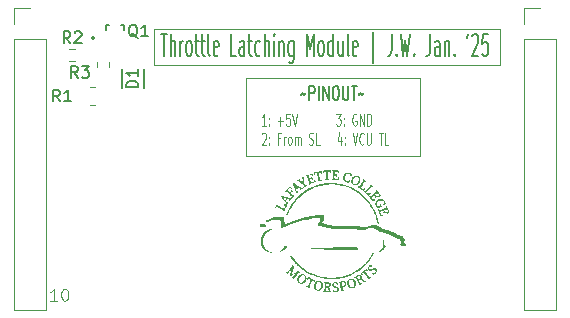
<source format=gbr>
%TF.GenerationSoftware,KiCad,Pcbnew,8.0.7*%
%TF.CreationDate,2025-01-28T21:13:21-05:00*%
%TF.ProjectId,Throttle Latching Module,5468726f-7474-46c6-9520-4c6174636869,rev?*%
%TF.SameCoordinates,Original*%
%TF.FileFunction,Legend,Top*%
%TF.FilePolarity,Positive*%
%FSLAX46Y46*%
G04 Gerber Fmt 4.6, Leading zero omitted, Abs format (unit mm)*
G04 Created by KiCad (PCBNEW 8.0.7) date 2025-01-28 21:13:21*
%MOMM*%
%LPD*%
G01*
G04 APERTURE LIST*
%ADD10C,0.000000*%
%ADD11C,0.050000*%
%ADD12C,0.100000*%
%ADD13C,0.150000*%
%ADD14C,0.120000*%
%ADD15C,0.152400*%
G04 APERTURE END LIST*
D10*
G36*
X47186808Y-34997063D02*
G01*
X47192316Y-34997856D01*
X47197434Y-34999089D01*
X47202180Y-35000738D01*
X47206572Y-35002782D01*
X47210628Y-35005198D01*
X47214366Y-35007962D01*
X47217804Y-35011053D01*
X47220958Y-35014448D01*
X47223847Y-35018124D01*
X47226489Y-35022059D01*
X47228902Y-35026230D01*
X47231103Y-35030615D01*
X47234939Y-35039935D01*
X47238142Y-35049838D01*
X47240853Y-35060144D01*
X47243213Y-35070671D01*
X47247452Y-35091670D01*
X47249614Y-35101781D01*
X47251995Y-35111390D01*
X47253779Y-35117309D01*
X47255887Y-35123476D01*
X47260534Y-35136351D01*
X47262802Y-35142954D01*
X47264854Y-35149600D01*
X47266554Y-35156236D01*
X47267229Y-35159534D01*
X47267766Y-35162810D01*
X47268147Y-35166058D01*
X47268355Y-35169271D01*
X47268374Y-35172443D01*
X47268187Y-35175567D01*
X47267776Y-35178638D01*
X47267124Y-35181647D01*
X47266216Y-35184590D01*
X47265034Y-35187459D01*
X47263560Y-35190248D01*
X47261779Y-35192951D01*
X47259673Y-35195560D01*
X47257225Y-35198071D01*
X47254418Y-35200475D01*
X47251236Y-35202768D01*
X47247662Y-35204941D01*
X47243678Y-35206989D01*
X47238355Y-35209327D01*
X47233272Y-35211200D01*
X47228421Y-35212627D01*
X47223794Y-35213626D01*
X47219382Y-35214216D01*
X47215176Y-35214416D01*
X47211167Y-35214244D01*
X47207349Y-35213718D01*
X47203711Y-35212856D01*
X47200245Y-35211678D01*
X47196943Y-35210201D01*
X47193797Y-35208445D01*
X47190797Y-35206427D01*
X47187936Y-35204166D01*
X47185204Y-35201680D01*
X47182594Y-35198988D01*
X47180096Y-35196109D01*
X47177703Y-35193060D01*
X47173195Y-35186529D01*
X47169003Y-35179542D01*
X47165057Y-35172247D01*
X47150381Y-35142940D01*
X47147681Y-35138147D01*
X47144917Y-35133720D01*
X47142090Y-35129649D01*
X47139201Y-35125923D01*
X47136252Y-35122531D01*
X47133244Y-35119462D01*
X47130178Y-35116704D01*
X47127055Y-35114247D01*
X47123878Y-35112080D01*
X47120646Y-35110192D01*
X47117362Y-35108572D01*
X47114027Y-35107208D01*
X47110642Y-35106091D01*
X47107208Y-35105209D01*
X47103727Y-35104550D01*
X47100200Y-35104105D01*
X47096628Y-35103861D01*
X47093013Y-35103809D01*
X47085657Y-35104233D01*
X47078144Y-35105290D01*
X47070482Y-35106891D01*
X47062684Y-35108949D01*
X47054758Y-35111376D01*
X47038568Y-35116985D01*
X47034047Y-35118732D01*
X47029804Y-35120592D01*
X47025833Y-35122563D01*
X47022125Y-35124642D01*
X47018675Y-35126825D01*
X47015474Y-35129110D01*
X47012517Y-35131494D01*
X47009796Y-35133973D01*
X47007303Y-35136544D01*
X47005033Y-35139205D01*
X47002977Y-35141952D01*
X47001130Y-35144781D01*
X46999483Y-35147691D01*
X46998030Y-35150678D01*
X46996763Y-35153739D01*
X46995677Y-35156870D01*
X46994763Y-35160069D01*
X46994014Y-35163333D01*
X46993425Y-35166658D01*
X46992987Y-35170042D01*
X46992538Y-35176972D01*
X46992610Y-35184099D01*
X46993149Y-35191399D01*
X46994097Y-35198845D01*
X46995398Y-35206415D01*
X46996996Y-35214083D01*
X47020369Y-35324718D01*
X47026786Y-35352196D01*
X47033900Y-35379414D01*
X47041944Y-35406279D01*
X47046388Y-35419550D01*
X47051152Y-35432699D01*
X47055292Y-35444659D01*
X47058869Y-35456938D01*
X47061953Y-35469496D01*
X47064616Y-35482293D01*
X47068961Y-35508445D01*
X47072472Y-35535075D01*
X47079262Y-35588501D01*
X47083678Y-35614659D01*
X47086389Y-35627461D01*
X47089531Y-35640025D01*
X47093173Y-35652310D01*
X47097389Y-35664278D01*
X47102247Y-35675889D01*
X47107820Y-35687103D01*
X47114178Y-35697880D01*
X47121392Y-35708180D01*
X47129534Y-35717964D01*
X47138674Y-35727192D01*
X47148883Y-35735824D01*
X47160232Y-35743820D01*
X47172792Y-35751141D01*
X47186635Y-35757746D01*
X47201831Y-35763597D01*
X47218451Y-35768653D01*
X47236566Y-35772875D01*
X47256247Y-35776223D01*
X47233416Y-35790779D01*
X47209447Y-35804187D01*
X47184584Y-35816411D01*
X47159072Y-35827413D01*
X47133153Y-35837159D01*
X47107072Y-35845612D01*
X47081072Y-35852736D01*
X47055397Y-35858495D01*
X47030290Y-35862854D01*
X47005996Y-35865776D01*
X46982757Y-35867224D01*
X46960819Y-35867164D01*
X46940423Y-35865560D01*
X46921815Y-35862374D01*
X46913257Y-35860177D01*
X46905237Y-35857571D01*
X46897786Y-35854552D01*
X46890934Y-35851116D01*
X46920104Y-35817016D01*
X46931786Y-35802666D01*
X46941640Y-35789634D01*
X46949744Y-35777560D01*
X46953165Y-35771770D01*
X46956178Y-35766085D01*
X46958795Y-35760460D01*
X46961023Y-35754849D01*
X46962875Y-35749207D01*
X46964359Y-35743490D01*
X46965485Y-35737653D01*
X46966264Y-35731650D01*
X46966705Y-35725436D01*
X46966818Y-35718966D01*
X46966614Y-35712196D01*
X46966103Y-35705081D01*
X46964196Y-35689632D01*
X46961178Y-35672261D01*
X46957129Y-35652606D01*
X46946256Y-35605006D01*
X46917030Y-35482660D01*
X46885718Y-35353288D01*
X46885132Y-35350132D01*
X46884632Y-35347163D01*
X46884205Y-35344372D01*
X46883840Y-35341751D01*
X46882729Y-35332799D01*
X46882476Y-35330900D01*
X46882207Y-35329120D01*
X46881910Y-35327451D01*
X46881571Y-35325883D01*
X46881178Y-35324409D01*
X46880718Y-35323019D01*
X46880178Y-35321705D01*
X46879546Y-35320459D01*
X46877077Y-35315653D01*
X46874917Y-35310634D01*
X46873033Y-35305424D01*
X46871391Y-35300048D01*
X46869958Y-35294528D01*
X46868701Y-35288887D01*
X46866581Y-35277335D01*
X46862976Y-35253802D01*
X46860958Y-35242190D01*
X46858440Y-35230927D01*
X46856910Y-35225485D01*
X46855154Y-35220199D01*
X46853140Y-35215093D01*
X46850834Y-35210191D01*
X46848202Y-35205514D01*
X46845211Y-35201087D01*
X46841828Y-35196932D01*
X46838019Y-35193072D01*
X46833751Y-35189532D01*
X46828990Y-35186333D01*
X46823704Y-35183498D01*
X46817858Y-35181052D01*
X46811419Y-35179017D01*
X46804354Y-35177416D01*
X46796629Y-35176272D01*
X46788211Y-35175609D01*
X46779650Y-35175381D01*
X46771565Y-35175522D01*
X46763944Y-35176024D01*
X46756775Y-35176879D01*
X46750044Y-35178077D01*
X46743740Y-35179612D01*
X46737850Y-35181473D01*
X46732362Y-35183652D01*
X46727263Y-35186141D01*
X46722541Y-35188931D01*
X46718183Y-35192014D01*
X46714177Y-35195380D01*
X46710510Y-35199022D01*
X46707170Y-35202930D01*
X46704145Y-35207096D01*
X46701422Y-35211512D01*
X46698988Y-35216169D01*
X46696832Y-35221058D01*
X46694940Y-35226171D01*
X46693301Y-35231500D01*
X46690729Y-35242767D01*
X46689016Y-35254792D01*
X46688064Y-35267506D01*
X46687772Y-35280840D01*
X46688041Y-35294725D01*
X46688771Y-35309093D01*
X46688851Y-35312309D01*
X46688686Y-35315472D01*
X46688285Y-35318573D01*
X46687659Y-35321603D01*
X46686819Y-35324556D01*
X46685775Y-35327421D01*
X46684537Y-35330192D01*
X46683115Y-35332859D01*
X46681521Y-35335415D01*
X46679763Y-35337850D01*
X46677854Y-35340158D01*
X46675802Y-35342330D01*
X46673619Y-35344357D01*
X46671314Y-35346231D01*
X46668899Y-35347944D01*
X46666382Y-35349487D01*
X46663776Y-35350853D01*
X46661090Y-35352033D01*
X46658334Y-35353019D01*
X46655519Y-35353802D01*
X46652655Y-35354374D01*
X46649753Y-35354728D01*
X46646822Y-35354854D01*
X46643874Y-35354744D01*
X46640919Y-35354391D01*
X46637966Y-35353786D01*
X46635027Y-35352920D01*
X46632111Y-35351786D01*
X46629229Y-35350375D01*
X46626392Y-35348678D01*
X46623609Y-35346688D01*
X46620892Y-35344397D01*
X46617053Y-35340699D01*
X46613487Y-35336867D01*
X46610182Y-35332905D01*
X46607125Y-35328820D01*
X46604307Y-35324619D01*
X46601714Y-35320306D01*
X46597161Y-35311373D01*
X46593372Y-35302069D01*
X46590256Y-35292443D01*
X46587721Y-35282543D01*
X46585672Y-35272418D01*
X46584018Y-35262116D01*
X46582666Y-35251687D01*
X46580498Y-35230637D01*
X46578427Y-35209658D01*
X46577195Y-35199316D01*
X46575710Y-35189137D01*
X46575215Y-35185562D01*
X46574907Y-35182089D01*
X46574781Y-35178718D01*
X46574834Y-35175447D01*
X46575059Y-35172277D01*
X46575452Y-35169205D01*
X46576009Y-35166232D01*
X46576724Y-35163357D01*
X46577592Y-35160578D01*
X46578608Y-35157895D01*
X46579769Y-35155307D01*
X46581068Y-35152814D01*
X46582501Y-35150414D01*
X46584063Y-35148106D01*
X46585749Y-35145891D01*
X46587555Y-35143766D01*
X46589475Y-35141732D01*
X46591504Y-35139787D01*
X46593638Y-35137931D01*
X46595872Y-35136162D01*
X46598201Y-35134481D01*
X46600620Y-35132886D01*
X46605708Y-35129950D01*
X46611098Y-35127350D01*
X46616751Y-35125078D01*
X46622627Y-35123128D01*
X46628689Y-35121494D01*
X46894024Y-35057225D01*
X47027017Y-35026646D01*
X47093694Y-35012280D01*
X47160531Y-34998734D01*
X47167773Y-34997544D01*
X47174555Y-34996884D01*
X47180894Y-34996731D01*
X47186808Y-34997063D01*
G37*
G36*
X45758981Y-35486189D02*
G01*
X45767344Y-35486778D01*
X45775705Y-35487751D01*
X45784060Y-35489111D01*
X45792406Y-35490859D01*
X45783849Y-35501714D01*
X45776042Y-35512639D01*
X45768955Y-35523630D01*
X45762560Y-35534687D01*
X45756829Y-35545806D01*
X45751732Y-35556987D01*
X45747241Y-35568225D01*
X45743327Y-35579520D01*
X45739961Y-35590869D01*
X45737114Y-35602269D01*
X45732864Y-35625217D01*
X45730346Y-35648345D01*
X45729329Y-35671637D01*
X45729583Y-35695074D01*
X45730878Y-35718639D01*
X45732983Y-35742313D01*
X45735669Y-35766081D01*
X45747604Y-35861724D01*
X45753712Y-35925551D01*
X45757037Y-35957082D01*
X45761066Y-35987993D01*
X45766192Y-36018009D01*
X45772810Y-36046855D01*
X45776800Y-36060755D01*
X45781311Y-36074259D01*
X45786391Y-36087334D01*
X45792090Y-36099945D01*
X45798456Y-36112058D01*
X45805539Y-36123639D01*
X45813388Y-36134654D01*
X45822052Y-36145068D01*
X45831580Y-36154846D01*
X45842021Y-36163956D01*
X45853425Y-36172362D01*
X45865840Y-36180030D01*
X45879317Y-36186926D01*
X45893903Y-36193015D01*
X45909648Y-36198264D01*
X45926601Y-36202638D01*
X45944812Y-36206102D01*
X45964330Y-36208623D01*
X45985203Y-36210167D01*
X46007480Y-36210698D01*
X45994268Y-36230102D01*
X45978737Y-36249143D01*
X45961157Y-36267665D01*
X45941801Y-36285512D01*
X45920939Y-36302529D01*
X45898843Y-36318561D01*
X45875783Y-36333451D01*
X45852031Y-36347046D01*
X45827857Y-36359189D01*
X45803534Y-36369725D01*
X45779332Y-36378498D01*
X45755522Y-36385353D01*
X45732375Y-36390135D01*
X45710163Y-36392688D01*
X45699492Y-36393080D01*
X45689156Y-36392857D01*
X45679189Y-36391999D01*
X45669626Y-36390487D01*
X45679450Y-36380548D01*
X45688216Y-36370739D01*
X45695960Y-36361052D01*
X45702717Y-36351483D01*
X45708524Y-36342026D01*
X45713415Y-36332675D01*
X45717426Y-36323425D01*
X45720593Y-36314269D01*
X45722951Y-36305202D01*
X45724535Y-36296219D01*
X45725382Y-36287314D01*
X45725527Y-36278480D01*
X45725005Y-36269713D01*
X45723852Y-36261006D01*
X45722104Y-36252355D01*
X45719795Y-36243752D01*
X45716962Y-36235193D01*
X45713640Y-36226673D01*
X45709864Y-36218184D01*
X45705671Y-36209722D01*
X45696173Y-36192854D01*
X45685430Y-36176025D01*
X45673727Y-36159188D01*
X45661347Y-36142297D01*
X45635696Y-36108176D01*
X45606071Y-36088998D01*
X45577128Y-36068918D01*
X45520604Y-36027228D01*
X45464756Y-35985459D01*
X45436659Y-35965281D01*
X45408219Y-35945966D01*
X45379263Y-35927809D01*
X45349623Y-35911105D01*
X45319126Y-35896147D01*
X45287603Y-35883230D01*
X45271402Y-35877628D01*
X45254881Y-35872647D01*
X45238017Y-35868324D01*
X45220790Y-35864695D01*
X45203178Y-35861797D01*
X45185159Y-35859666D01*
X45166713Y-35858340D01*
X45147818Y-35857856D01*
X45154178Y-35847330D01*
X45161316Y-35836832D01*
X45169174Y-35826392D01*
X45177696Y-35816040D01*
X45186823Y-35805807D01*
X45196498Y-35795722D01*
X45217259Y-35776121D01*
X45239518Y-35757479D01*
X45262814Y-35740038D01*
X45286685Y-35724041D01*
X45310669Y-35709730D01*
X45334304Y-35697346D01*
X45357130Y-35687133D01*
X45378684Y-35679333D01*
X45388840Y-35676414D01*
X45398505Y-35674188D01*
X45407622Y-35672687D01*
X45416132Y-35671941D01*
X45423978Y-35671979D01*
X45431102Y-35672833D01*
X45437446Y-35674532D01*
X45442954Y-35677107D01*
X45447567Y-35680588D01*
X45451227Y-35685005D01*
X45452769Y-35688757D01*
X45453832Y-35692349D01*
X45454448Y-35695792D01*
X45454648Y-35699095D01*
X45454464Y-35702269D01*
X45453927Y-35705325D01*
X45453069Y-35708273D01*
X45451921Y-35711124D01*
X45450515Y-35713888D01*
X45448882Y-35716575D01*
X45447054Y-35719197D01*
X45445063Y-35721763D01*
X45440716Y-35726772D01*
X45436093Y-35731685D01*
X45431447Y-35736586D01*
X45427030Y-35741559D01*
X45424986Y-35744099D01*
X45423094Y-35746688D01*
X45421386Y-35749337D01*
X45419892Y-35752056D01*
X45418645Y-35754856D01*
X45417677Y-35757748D01*
X45417017Y-35760742D01*
X45416699Y-35763848D01*
X45416754Y-35767076D01*
X45417212Y-35770438D01*
X45418107Y-35773944D01*
X45419469Y-35777604D01*
X45458230Y-35811316D01*
X45475425Y-35825775D01*
X45491405Y-35838785D01*
X45506351Y-35850458D01*
X45520446Y-35860907D01*
X45533869Y-35870244D01*
X45546803Y-35878580D01*
X45559430Y-35886029D01*
X45571929Y-35892703D01*
X45584484Y-35898712D01*
X45597274Y-35904171D01*
X45610483Y-35909190D01*
X45624290Y-35913882D01*
X45638879Y-35918360D01*
X45654429Y-35922735D01*
X45658763Y-35892530D01*
X45661832Y-35864537D01*
X45662873Y-35851318D01*
X45663574Y-35838590D01*
X45663928Y-35826333D01*
X45663927Y-35814526D01*
X45663563Y-35803148D01*
X45662828Y-35792179D01*
X45661715Y-35781599D01*
X45660216Y-35771387D01*
X45658323Y-35761521D01*
X45656029Y-35751983D01*
X45653324Y-35742751D01*
X45650203Y-35733804D01*
X45646657Y-35725123D01*
X45642678Y-35716686D01*
X45638258Y-35708474D01*
X45633390Y-35700465D01*
X45628066Y-35692638D01*
X45622278Y-35684975D01*
X45616018Y-35677453D01*
X45609279Y-35670053D01*
X45602053Y-35662753D01*
X45594332Y-35655534D01*
X45586108Y-35648374D01*
X45577374Y-35641254D01*
X45568122Y-35634152D01*
X45558343Y-35627048D01*
X45537177Y-35612753D01*
X45551459Y-35595271D01*
X45566086Y-35578989D01*
X45581032Y-35563932D01*
X45596271Y-35550125D01*
X45611777Y-35537591D01*
X45627522Y-35526356D01*
X45643482Y-35516445D01*
X45659630Y-35507881D01*
X45675938Y-35500690D01*
X45692382Y-35494897D01*
X45708934Y-35490525D01*
X45717243Y-35488880D01*
X45725569Y-35487600D01*
X45733909Y-35486688D01*
X45742260Y-35486147D01*
X45750618Y-35485979D01*
X45758981Y-35486189D01*
G37*
G36*
X52252825Y-37347788D02*
G01*
X52270716Y-37348886D01*
X52288327Y-37350733D01*
X52305651Y-37353318D01*
X52322679Y-37356631D01*
X52339404Y-37360662D01*
X52355817Y-37365401D01*
X52371911Y-37370838D01*
X52387678Y-37376963D01*
X52403110Y-37383765D01*
X52418199Y-37391235D01*
X52432938Y-37399362D01*
X52447317Y-37408137D01*
X52461330Y-37417548D01*
X52474968Y-37427587D01*
X52488223Y-37438243D01*
X52501088Y-37449505D01*
X52513555Y-37461364D01*
X52525615Y-37473809D01*
X52537261Y-37486831D01*
X52548485Y-37500419D01*
X52559279Y-37514563D01*
X52579546Y-37544480D01*
X52597997Y-37576499D01*
X52614569Y-37610541D01*
X52629200Y-37646525D01*
X52641825Y-37684368D01*
X52644316Y-37693174D01*
X52646431Y-37701697D01*
X52648176Y-37709946D01*
X52649553Y-37717927D01*
X52650568Y-37725648D01*
X52651224Y-37733115D01*
X52651526Y-37740336D01*
X52651478Y-37747318D01*
X52651085Y-37754068D01*
X52650349Y-37760593D01*
X52649276Y-37766900D01*
X52647870Y-37772997D01*
X52646135Y-37778890D01*
X52644075Y-37784587D01*
X52641695Y-37790094D01*
X52638998Y-37795420D01*
X52635989Y-37800570D01*
X52632671Y-37805553D01*
X52629050Y-37810375D01*
X52625129Y-37815044D01*
X52620913Y-37819566D01*
X52616406Y-37823949D01*
X52611611Y-37828200D01*
X52606534Y-37832326D01*
X52601178Y-37836334D01*
X52595548Y-37840231D01*
X52583480Y-37847722D01*
X52570366Y-37854855D01*
X52556237Y-37861689D01*
X52545010Y-37866830D01*
X52539437Y-37869269D01*
X52533898Y-37871517D01*
X52528400Y-37873497D01*
X52522947Y-37875135D01*
X52520239Y-37875801D01*
X52517546Y-37876352D01*
X52514866Y-37876779D01*
X52512201Y-37877072D01*
X52509552Y-37877222D01*
X52506920Y-37877219D01*
X52504305Y-37877053D01*
X52501707Y-37876715D01*
X52499128Y-37876196D01*
X52496569Y-37875485D01*
X52494029Y-37874573D01*
X52491510Y-37873451D01*
X52489013Y-37872109D01*
X52486538Y-37870538D01*
X52484085Y-37868727D01*
X52481656Y-37866668D01*
X52479251Y-37864350D01*
X52476872Y-37861764D01*
X52474518Y-37858901D01*
X52472190Y-37855751D01*
X52470034Y-37852515D01*
X52468134Y-37849321D01*
X52466482Y-37846170D01*
X52465071Y-37843060D01*
X52463895Y-37839994D01*
X52462945Y-37836970D01*
X52462216Y-37833990D01*
X52461699Y-37831053D01*
X52461388Y-37828160D01*
X52461275Y-37825312D01*
X52461354Y-37822508D01*
X52461617Y-37819749D01*
X52462058Y-37817035D01*
X52462668Y-37814366D01*
X52463441Y-37811743D01*
X52464371Y-37809166D01*
X52465448Y-37806636D01*
X52466668Y-37804152D01*
X52468022Y-37801714D01*
X52469503Y-37799325D01*
X52471105Y-37796982D01*
X52472820Y-37794687D01*
X52474640Y-37792441D01*
X52476560Y-37790243D01*
X52478571Y-37788093D01*
X52480667Y-37785993D01*
X52485085Y-37781940D01*
X52489756Y-37778087D01*
X52494622Y-37774435D01*
X52501534Y-37769241D01*
X52507848Y-37764018D01*
X52513582Y-37758766D01*
X52518755Y-37753486D01*
X52523382Y-37748180D01*
X52527482Y-37742848D01*
X52531072Y-37737492D01*
X52534168Y-37732112D01*
X52536789Y-37726710D01*
X52538951Y-37721287D01*
X52540673Y-37715844D01*
X52541971Y-37710382D01*
X52542862Y-37704902D01*
X52543364Y-37699405D01*
X52543495Y-37693892D01*
X52543271Y-37688365D01*
X52542710Y-37682823D01*
X52541829Y-37677270D01*
X52540645Y-37671704D01*
X52539177Y-37666128D01*
X52535453Y-37654949D01*
X52530797Y-37643741D01*
X52525346Y-37632512D01*
X52519240Y-37621272D01*
X52512616Y-37610028D01*
X52505614Y-37598789D01*
X52493572Y-37581092D01*
X52480839Y-37564769D01*
X52467434Y-37549832D01*
X52453374Y-37536293D01*
X52438674Y-37524164D01*
X52423354Y-37513458D01*
X52407428Y-37504186D01*
X52390916Y-37496360D01*
X52373834Y-37489994D01*
X52356199Y-37485099D01*
X52338028Y-37481687D01*
X52319339Y-37479770D01*
X52300148Y-37479361D01*
X52280473Y-37480471D01*
X52260330Y-37483113D01*
X52239738Y-37487300D01*
X52214774Y-37493644D01*
X52190207Y-37500733D01*
X52166085Y-37508641D01*
X52142458Y-37517441D01*
X52119375Y-37527207D01*
X52096885Y-37538011D01*
X52075036Y-37549927D01*
X52053877Y-37563028D01*
X52033458Y-37577388D01*
X52013827Y-37593080D01*
X52004323Y-37601448D01*
X51995034Y-37610177D01*
X51985967Y-37619276D01*
X51977127Y-37628753D01*
X51968522Y-37638618D01*
X51960156Y-37648880D01*
X51952036Y-37659549D01*
X51944168Y-37670633D01*
X51936559Y-37682142D01*
X51929214Y-37694085D01*
X51922140Y-37706470D01*
X51915342Y-37719308D01*
X51909627Y-37734957D01*
X51904990Y-37750335D01*
X51901393Y-37765454D01*
X51898801Y-37780330D01*
X51897176Y-37794974D01*
X51896483Y-37809402D01*
X51896685Y-37823626D01*
X51897746Y-37837661D01*
X51899629Y-37851520D01*
X51902298Y-37865217D01*
X51905716Y-37878765D01*
X51909847Y-37892179D01*
X51914655Y-37905472D01*
X51920103Y-37918657D01*
X51926155Y-37931749D01*
X51932774Y-37944761D01*
X51939884Y-37957383D01*
X51947141Y-37968679D01*
X51954599Y-37978658D01*
X51958421Y-37983156D01*
X51962314Y-37987328D01*
X51966285Y-37991174D01*
X51970340Y-37994696D01*
X51974487Y-37997894D01*
X51978732Y-38000770D01*
X51983083Y-38003325D01*
X51987546Y-38005559D01*
X51992128Y-38007474D01*
X51996837Y-38009070D01*
X52001677Y-38010349D01*
X52006658Y-38011311D01*
X52011785Y-38011957D01*
X52017066Y-38012290D01*
X52022507Y-38012308D01*
X52028115Y-38012014D01*
X52033897Y-38011408D01*
X52039860Y-38010492D01*
X52046011Y-38009266D01*
X52052357Y-38007732D01*
X52065659Y-38003741D01*
X52079823Y-37998527D01*
X52094903Y-37992098D01*
X52103443Y-37988032D01*
X52111426Y-37983815D01*
X52118866Y-37979443D01*
X52125783Y-37974914D01*
X52132192Y-37970224D01*
X52138112Y-37965372D01*
X52143560Y-37960353D01*
X52148552Y-37955166D01*
X52153106Y-37949807D01*
X52157240Y-37944274D01*
X52160969Y-37938564D01*
X52164313Y-37932673D01*
X52167287Y-37926601D01*
X52169910Y-37920342D01*
X52172197Y-37913895D01*
X52174168Y-37907258D01*
X52177225Y-37893397D01*
X52179219Y-37878738D01*
X52180287Y-37863259D01*
X52180568Y-37846936D01*
X52180199Y-37829747D01*
X52179318Y-37811670D01*
X52176571Y-37772762D01*
X52197168Y-37790187D01*
X52216094Y-37807795D01*
X52233485Y-37825629D01*
X52249475Y-37843734D01*
X52264198Y-37862155D01*
X52277790Y-37880937D01*
X52290385Y-37900123D01*
X52302118Y-37919759D01*
X52313124Y-37939890D01*
X52323536Y-37960559D01*
X52333490Y-37981812D01*
X52343121Y-38003693D01*
X52361951Y-38049518D01*
X52381103Y-38098390D01*
X52370002Y-38092733D01*
X52359205Y-38087751D01*
X52348703Y-38083418D01*
X52338484Y-38079711D01*
X52328539Y-38076604D01*
X52318857Y-38074073D01*
X52309427Y-38072094D01*
X52300240Y-38070642D01*
X52291284Y-38069692D01*
X52282550Y-38069221D01*
X52274026Y-38069203D01*
X52265702Y-38069615D01*
X52257568Y-38070431D01*
X52249614Y-38071627D01*
X52241828Y-38073179D01*
X52234201Y-38075063D01*
X52226722Y-38077253D01*
X52219381Y-38079725D01*
X52205069Y-38085418D01*
X52191182Y-38091946D01*
X52177637Y-38099113D01*
X52164349Y-38106723D01*
X52151236Y-38114581D01*
X52125197Y-38130252D01*
X52110714Y-38138417D01*
X52103528Y-38142145D01*
X52096352Y-38145572D01*
X52089164Y-38148646D01*
X52081945Y-38151320D01*
X52074673Y-38153542D01*
X52067329Y-38155263D01*
X52059892Y-38156434D01*
X52052340Y-38157005D01*
X52048516Y-38157050D01*
X52044654Y-38156926D01*
X52040755Y-38156627D01*
X52036814Y-38156147D01*
X52032829Y-38155480D01*
X52028797Y-38154619D01*
X52024717Y-38153558D01*
X52020585Y-38152292D01*
X52016398Y-38150813D01*
X52012155Y-38149116D01*
X52007853Y-38147194D01*
X52003488Y-38145042D01*
X51990411Y-38137780D01*
X51977565Y-38129642D01*
X51964971Y-38120668D01*
X51952647Y-38110901D01*
X51928891Y-38089154D01*
X51906454Y-38064735D01*
X51885494Y-38037979D01*
X51866168Y-38009221D01*
X51848634Y-37978795D01*
X51833048Y-37947035D01*
X51819569Y-37914276D01*
X51808353Y-37880853D01*
X51799559Y-37847100D01*
X51793342Y-37813352D01*
X51789860Y-37779942D01*
X51789272Y-37747207D01*
X51790112Y-37731196D01*
X51791734Y-37715480D01*
X51794157Y-37700098D01*
X51797403Y-37685095D01*
X51802332Y-37666920D01*
X51808031Y-37649078D01*
X51814480Y-37631584D01*
X51821658Y-37614455D01*
X51829544Y-37597705D01*
X51838117Y-37581352D01*
X51857243Y-37549897D01*
X51878872Y-37520218D01*
X51902837Y-37492442D01*
X51928974Y-37466698D01*
X51957118Y-37443112D01*
X51987102Y-37421812D01*
X52018762Y-37402927D01*
X52051933Y-37386582D01*
X52086449Y-37372907D01*
X52122146Y-37362029D01*
X52140385Y-37357678D01*
X52158857Y-37354074D01*
X52177541Y-37351234D01*
X52196418Y-37349172D01*
X52215465Y-37347905D01*
X52234663Y-37347449D01*
X52252825Y-37347788D01*
G37*
G36*
X48042303Y-44658760D02*
G01*
X48040847Y-44669782D01*
X48038747Y-44680780D01*
X48036004Y-44691728D01*
X48032618Y-44702601D01*
X48028589Y-44713372D01*
X48023918Y-44724016D01*
X48018605Y-44734507D01*
X48012649Y-44744818D01*
X48006052Y-44754924D01*
X47998812Y-44764798D01*
X47990931Y-44774416D01*
X47982409Y-44783750D01*
X47973245Y-44792775D01*
X47963704Y-44801367D01*
X47953812Y-44809719D01*
X47943558Y-44817956D01*
X47932929Y-44826202D01*
X47910504Y-44843218D01*
X47898685Y-44852235D01*
X47886447Y-44861759D01*
X47896365Y-44871601D01*
X47905309Y-44881890D01*
X47913353Y-44892590D01*
X47920573Y-44903666D01*
X47927041Y-44915083D01*
X47932833Y-44926803D01*
X47938023Y-44938793D01*
X47942685Y-44951015D01*
X47950723Y-44976015D01*
X47957541Y-45001519D01*
X47969894Y-45052892D01*
X47976618Y-45078189D01*
X47984500Y-45102846D01*
X47989061Y-45114846D01*
X47994134Y-45126578D01*
X47999794Y-45138006D01*
X48006114Y-45149097D01*
X48013170Y-45159812D01*
X48021036Y-45170118D01*
X48029785Y-45179978D01*
X48039492Y-45189356D01*
X48050232Y-45198216D01*
X48062078Y-45206524D01*
X48075105Y-45214243D01*
X48089388Y-45221337D01*
X48078728Y-45227924D01*
X48068239Y-45233949D01*
X48057927Y-45239416D01*
X48047796Y-45244327D01*
X48037850Y-45248685D01*
X48028095Y-45252493D01*
X48018536Y-45255752D01*
X48009177Y-45258465D01*
X48000022Y-45260636D01*
X47991077Y-45262266D01*
X47982347Y-45263358D01*
X47973835Y-45263915D01*
X47965548Y-45263940D01*
X47957489Y-45263434D01*
X47949664Y-45262401D01*
X47942076Y-45260843D01*
X47934732Y-45258763D01*
X47927635Y-45256162D01*
X47920791Y-45253045D01*
X47914204Y-45249413D01*
X47907879Y-45245268D01*
X47901820Y-45240615D01*
X47896033Y-45235454D01*
X47890523Y-45229789D01*
X47885293Y-45223623D01*
X47880349Y-45216957D01*
X47875695Y-45209794D01*
X47871337Y-45202138D01*
X47867278Y-45193990D01*
X47863524Y-45185353D01*
X47860080Y-45176230D01*
X47856950Y-45166623D01*
X47805232Y-44948119D01*
X47803561Y-44943059D01*
X47801705Y-44938163D01*
X47799670Y-44933431D01*
X47797460Y-44928863D01*
X47795080Y-44924460D01*
X47792536Y-44920221D01*
X47789831Y-44916148D01*
X47786972Y-44912239D01*
X47783963Y-44908497D01*
X47780809Y-44904920D01*
X47777514Y-44901509D01*
X47774085Y-44898264D01*
X47770525Y-44895186D01*
X47766840Y-44892275D01*
X47759114Y-44886953D01*
X47750946Y-44882301D01*
X47742375Y-44878321D01*
X47733442Y-44875014D01*
X47724185Y-44872382D01*
X47714645Y-44870428D01*
X47704860Y-44869154D01*
X47694871Y-44868560D01*
X47684716Y-44868650D01*
X47678853Y-44869070D01*
X47673471Y-44869804D01*
X47668548Y-44870839D01*
X47664064Y-44872160D01*
X47659996Y-44873754D01*
X47656325Y-44875607D01*
X47653029Y-44877705D01*
X47650086Y-44880035D01*
X47647476Y-44882582D01*
X47645177Y-44885332D01*
X47643169Y-44888272D01*
X47641430Y-44891388D01*
X47639938Y-44894667D01*
X47638674Y-44898093D01*
X47637615Y-44901654D01*
X47636740Y-44905335D01*
X47635460Y-44913003D01*
X47634663Y-44920988D01*
X47633844Y-44937462D01*
X47633483Y-44945730D01*
X47632929Y-44953871D01*
X47632012Y-44961774D01*
X47630563Y-44969329D01*
X47626596Y-44986742D01*
X47623264Y-45003925D01*
X47620754Y-45020832D01*
X47619250Y-45037419D01*
X47618933Y-45045580D01*
X47618937Y-45053644D01*
X47619285Y-45061606D01*
X47620000Y-45069462D01*
X47621106Y-45077204D01*
X47622625Y-45084828D01*
X47624580Y-45092329D01*
X47626995Y-45099700D01*
X47629894Y-45106936D01*
X47633298Y-45114033D01*
X47637231Y-45120983D01*
X47641716Y-45127783D01*
X47646777Y-45134425D01*
X47652437Y-45140906D01*
X47658718Y-45147219D01*
X47665643Y-45153358D01*
X47673237Y-45159319D01*
X47681522Y-45165096D01*
X47690521Y-45170684D01*
X47700257Y-45176076D01*
X47710753Y-45181268D01*
X47722034Y-45186253D01*
X47734120Y-45191027D01*
X47747037Y-45195584D01*
X47736192Y-45200132D01*
X47725496Y-45204181D01*
X47714946Y-45207756D01*
X47704533Y-45210881D01*
X47684101Y-45215886D01*
X47664152Y-45219399D01*
X47644640Y-45221621D01*
X47625517Y-45222755D01*
X47606738Y-45223004D01*
X47588254Y-45222569D01*
X47516342Y-45218042D01*
X47498636Y-45217225D01*
X47480944Y-45216938D01*
X47463219Y-45217384D01*
X47445416Y-45218766D01*
X47430378Y-45216163D01*
X47423215Y-45214820D01*
X47416353Y-45213340D01*
X47409838Y-45211642D01*
X47406726Y-45210686D01*
X47403719Y-45209644D01*
X47400822Y-45208506D01*
X47398042Y-45207263D01*
X47395384Y-45205904D01*
X47392855Y-45204419D01*
X47390461Y-45202798D01*
X47388207Y-45201030D01*
X47386099Y-45199105D01*
X47384143Y-45197014D01*
X47382345Y-45194745D01*
X47380712Y-45192288D01*
X47379248Y-45189634D01*
X47377960Y-45186773D01*
X47376854Y-45183693D01*
X47375936Y-45180385D01*
X47375212Y-45176838D01*
X47374687Y-45173043D01*
X47374368Y-45168988D01*
X47374261Y-45164665D01*
X47374370Y-45160062D01*
X47374703Y-45155170D01*
X47382952Y-45153852D01*
X47390740Y-45152224D01*
X47398083Y-45150292D01*
X47404997Y-45148065D01*
X47411496Y-45145549D01*
X47417595Y-45142753D01*
X47423311Y-45139685D01*
X47428659Y-45136351D01*
X47433653Y-45132759D01*
X47438309Y-45128917D01*
X47442642Y-45124832D01*
X47446667Y-45120512D01*
X47450401Y-45115965D01*
X47453857Y-45111197D01*
X47457052Y-45106217D01*
X47460000Y-45101033D01*
X47465219Y-45090079D01*
X47469635Y-45078397D01*
X47473371Y-45066047D01*
X47476550Y-45053089D01*
X47479292Y-45039584D01*
X47481722Y-45025593D01*
X47486129Y-44996392D01*
X47488732Y-44976364D01*
X47490767Y-44956323D01*
X47493475Y-44916222D01*
X47494927Y-44876124D01*
X47495799Y-44836066D01*
X47496766Y-44796083D01*
X47498504Y-44756213D01*
X47499873Y-44736332D01*
X47501688Y-44716492D01*
X47504033Y-44696698D01*
X47506993Y-44676954D01*
X47507172Y-44675923D01*
X47641287Y-44675923D01*
X47642039Y-44689851D01*
X47643704Y-44703535D01*
X47646348Y-44716912D01*
X47650036Y-44729917D01*
X47652291Y-44736260D01*
X47654833Y-44742486D01*
X47657668Y-44748587D01*
X47660805Y-44754555D01*
X47663781Y-44759428D01*
X47667034Y-44763894D01*
X47670548Y-44767966D01*
X47674310Y-44771655D01*
X47678306Y-44774972D01*
X47682522Y-44777930D01*
X47686943Y-44780538D01*
X47691556Y-44782810D01*
X47696346Y-44784755D01*
X47701300Y-44786386D01*
X47706403Y-44787714D01*
X47711641Y-44788751D01*
X47717001Y-44789507D01*
X47722467Y-44789994D01*
X47733664Y-44790209D01*
X47745120Y-44789486D01*
X47756722Y-44787916D01*
X47768358Y-44785592D01*
X47779914Y-44782604D01*
X47791278Y-44779043D01*
X47802337Y-44775002D01*
X47812978Y-44770572D01*
X47823089Y-44765844D01*
X47835000Y-44759433D01*
X47846041Y-44752403D01*
X47856185Y-44744771D01*
X47865403Y-44736551D01*
X47869657Y-44732225D01*
X47873669Y-44727760D01*
X47877435Y-44723155D01*
X47880953Y-44718414D01*
X47884219Y-44713538D01*
X47887229Y-44708529D01*
X47889980Y-44703389D01*
X47892468Y-44698121D01*
X47894691Y-44692726D01*
X47896643Y-44687206D01*
X47898322Y-44681564D01*
X47899725Y-44675800D01*
X47900848Y-44669918D01*
X47901687Y-44663920D01*
X47902240Y-44657807D01*
X47902501Y-44651581D01*
X47902469Y-44645244D01*
X47902139Y-44638799D01*
X47901508Y-44632247D01*
X47900573Y-44625590D01*
X47899330Y-44618830D01*
X47897776Y-44611970D01*
X47895906Y-44605012D01*
X47893718Y-44597956D01*
X47891401Y-44591487D01*
X47888801Y-44585238D01*
X47885918Y-44579211D01*
X47882754Y-44573412D01*
X47879311Y-44567842D01*
X47875590Y-44562506D01*
X47871592Y-44557406D01*
X47867319Y-44552546D01*
X47862773Y-44547930D01*
X47857953Y-44543561D01*
X47852863Y-44539442D01*
X47847503Y-44535577D01*
X47841874Y-44531969D01*
X47835979Y-44528621D01*
X47829818Y-44525537D01*
X47823393Y-44522720D01*
X47811139Y-44520039D01*
X47798936Y-44517122D01*
X47774938Y-44511190D01*
X47763273Y-44508483D01*
X47751916Y-44506153D01*
X47740933Y-44504354D01*
X47730389Y-44503238D01*
X47725301Y-44502985D01*
X47720347Y-44502960D01*
X47715534Y-44503183D01*
X47710872Y-44503673D01*
X47706368Y-44504450D01*
X47702030Y-44505531D01*
X47697866Y-44506937D01*
X47693884Y-44508686D01*
X47690093Y-44510799D01*
X47686500Y-44513293D01*
X47683114Y-44516189D01*
X47679942Y-44519505D01*
X47676993Y-44523260D01*
X47674275Y-44527475D01*
X47671796Y-44532167D01*
X47669563Y-44537356D01*
X47664790Y-44550193D01*
X47660274Y-44563427D01*
X47656081Y-44576995D01*
X47652277Y-44590832D01*
X47648927Y-44604875D01*
X47646097Y-44619059D01*
X47643853Y-44633319D01*
X47642259Y-44647593D01*
X47641382Y-44661816D01*
X47641287Y-44675923D01*
X47507172Y-44675923D01*
X47513155Y-44641407D01*
X47516032Y-44623906D01*
X47518467Y-44606700D01*
X47520228Y-44589871D01*
X47521087Y-44573504D01*
X47521105Y-44565520D01*
X47520812Y-44557683D01*
X47520177Y-44550003D01*
X47519173Y-44542490D01*
X47517771Y-44535156D01*
X47515941Y-44528011D01*
X47513655Y-44521065D01*
X47510885Y-44514329D01*
X47507601Y-44507812D01*
X47503775Y-44501527D01*
X47499378Y-44495482D01*
X47494381Y-44489690D01*
X47488755Y-44484159D01*
X47482472Y-44478900D01*
X47475503Y-44473925D01*
X47467819Y-44469244D01*
X47459391Y-44464866D01*
X47450191Y-44460803D01*
X47440190Y-44457064D01*
X47429358Y-44453661D01*
X47429016Y-44450904D01*
X47428761Y-44448217D01*
X47428593Y-44445599D01*
X47428508Y-44443052D01*
X47428504Y-44440579D01*
X47428579Y-44438179D01*
X47428730Y-44435855D01*
X47428955Y-44433608D01*
X47429253Y-44431439D01*
X47429619Y-44429350D01*
X47430052Y-44427342D01*
X47430551Y-44425415D01*
X47431111Y-44423573D01*
X47431731Y-44421816D01*
X47432409Y-44420144D01*
X47433142Y-44418561D01*
X47433927Y-44417067D01*
X47434764Y-44415663D01*
X47435648Y-44414351D01*
X47436578Y-44413132D01*
X47437551Y-44412008D01*
X47438565Y-44410979D01*
X47439618Y-44410048D01*
X47440707Y-44409215D01*
X47441830Y-44408482D01*
X47442984Y-44407850D01*
X47444168Y-44407322D01*
X47445378Y-44406897D01*
X47446613Y-44406577D01*
X47447869Y-44406364D01*
X47449146Y-44406259D01*
X47450440Y-44406264D01*
X47513778Y-44408046D01*
X47577417Y-44408686D01*
X47641036Y-44409806D01*
X47672737Y-44411054D01*
X47704311Y-44413029D01*
X47735719Y-44415936D01*
X47766921Y-44419977D01*
X47797876Y-44425354D01*
X47828543Y-44432271D01*
X47858883Y-44440930D01*
X47888854Y-44451534D01*
X47918418Y-44464285D01*
X47947533Y-44479388D01*
X47958331Y-44485926D01*
X47968483Y-44492934D01*
X47977988Y-44500385D01*
X47986847Y-44508254D01*
X47995059Y-44516515D01*
X48002626Y-44525142D01*
X48009547Y-44534108D01*
X48015823Y-44543389D01*
X48021454Y-44552957D01*
X48026439Y-44562787D01*
X48030779Y-44572853D01*
X48034475Y-44583129D01*
X48037526Y-44593589D01*
X48039932Y-44604207D01*
X48041694Y-44614957D01*
X48042812Y-44625813D01*
X48043286Y-44636750D01*
X48043116Y-44647741D01*
X48042833Y-44651581D01*
X48042303Y-44658760D01*
G37*
G36*
X47904828Y-34920049D02*
G01*
X47917369Y-34920845D01*
X47929151Y-34922145D01*
X47940180Y-34923956D01*
X47950460Y-34926287D01*
X47959999Y-34929143D01*
X47968800Y-34932534D01*
X47976871Y-34936466D01*
X47984216Y-34940946D01*
X47990841Y-34945983D01*
X47996752Y-34951584D01*
X48001955Y-34957755D01*
X48006454Y-34964506D01*
X48010257Y-34971843D01*
X48013367Y-34979773D01*
X48015792Y-34988305D01*
X48017536Y-34997445D01*
X48018605Y-35007201D01*
X48019005Y-35017580D01*
X48018741Y-35028591D01*
X48017819Y-35040241D01*
X48016245Y-35052536D01*
X48014025Y-35065484D01*
X48011163Y-35079094D01*
X48003538Y-35108326D01*
X47993417Y-35140292D01*
X47987492Y-35141467D01*
X47981916Y-35142251D01*
X47976674Y-35142660D01*
X47971754Y-35142709D01*
X47967143Y-35142415D01*
X47962828Y-35141794D01*
X47958796Y-35140860D01*
X47955034Y-35139631D01*
X47951529Y-35138122D01*
X47948268Y-35136349D01*
X47945238Y-35134327D01*
X47942426Y-35132074D01*
X47939819Y-35129604D01*
X47937404Y-35126933D01*
X47935169Y-35124078D01*
X47933100Y-35121055D01*
X47931184Y-35117878D01*
X47929408Y-35114565D01*
X47926225Y-35107591D01*
X47923447Y-35100261D01*
X47920971Y-35092700D01*
X47916506Y-35077400D01*
X47914311Y-35069914D01*
X47912002Y-35062706D01*
X47909290Y-35055269D01*
X47906397Y-35048349D01*
X47903298Y-35041960D01*
X47899971Y-35036118D01*
X47898215Y-35033406D01*
X47896393Y-35030837D01*
X47894502Y-35028411D01*
X47892539Y-35026132D01*
X47890501Y-35024000D01*
X47888385Y-35022018D01*
X47886189Y-35020187D01*
X47883910Y-35018509D01*
X47881544Y-35016987D01*
X47879089Y-35015621D01*
X47876541Y-35014415D01*
X47873898Y-35013369D01*
X47871157Y-35012486D01*
X47868315Y-35011767D01*
X47865369Y-35011214D01*
X47862315Y-35010829D01*
X47859152Y-35010615D01*
X47855876Y-35010572D01*
X47852484Y-35010703D01*
X47848974Y-35011009D01*
X47845341Y-35011492D01*
X47841585Y-35012155D01*
X47837700Y-35012999D01*
X47833685Y-35014026D01*
X47806444Y-35021055D01*
X47799527Y-35023070D01*
X47792772Y-35025309D01*
X47789488Y-35026530D01*
X47786282Y-35027830D01*
X47783167Y-35029215D01*
X47780157Y-35030694D01*
X47777264Y-35032273D01*
X47774501Y-35033961D01*
X47771881Y-35035764D01*
X47769416Y-35037690D01*
X47767119Y-35039747D01*
X47765003Y-35041942D01*
X47763081Y-35044283D01*
X47761365Y-35046777D01*
X47759869Y-35049431D01*
X47758605Y-35052253D01*
X47757585Y-35055251D01*
X47756824Y-35058432D01*
X47756332Y-35061804D01*
X47756124Y-35065373D01*
X47756211Y-35069148D01*
X47756607Y-35073137D01*
X47760711Y-35113848D01*
X47762509Y-35155135D01*
X47762638Y-35196846D01*
X47761730Y-35238830D01*
X47759350Y-35323011D01*
X47759146Y-35364907D01*
X47760448Y-35406471D01*
X47763889Y-35447553D01*
X47770104Y-35488001D01*
X47774451Y-35507940D01*
X47779729Y-35527665D01*
X47786019Y-35547155D01*
X47793399Y-35566393D01*
X47801949Y-35585358D01*
X47811748Y-35604034D01*
X47822876Y-35622399D01*
X47835412Y-35640437D01*
X47849435Y-35658127D01*
X47865025Y-35675451D01*
X47882261Y-35692390D01*
X47901223Y-35708925D01*
X47892838Y-35714023D01*
X47883775Y-35718844D01*
X47863808Y-35727639D01*
X47841713Y-35735277D01*
X47817882Y-35741720D01*
X47792708Y-35746934D01*
X47766582Y-35750883D01*
X47739896Y-35753532D01*
X47713041Y-35754845D01*
X47686411Y-35754786D01*
X47660395Y-35753321D01*
X47635387Y-35750413D01*
X47611779Y-35746027D01*
X47589961Y-35740128D01*
X47579846Y-35736600D01*
X47570326Y-35732680D01*
X47561450Y-35728363D01*
X47553267Y-35723647D01*
X47545825Y-35718525D01*
X47539174Y-35712994D01*
X47550916Y-35710141D01*
X47561791Y-35706888D01*
X47571829Y-35703251D01*
X47581063Y-35699245D01*
X47589525Y-35694884D01*
X47597245Y-35690184D01*
X47604255Y-35685160D01*
X47610588Y-35679826D01*
X47616274Y-35674199D01*
X47621346Y-35668293D01*
X47625835Y-35662122D01*
X47629772Y-35655703D01*
X47633189Y-35649050D01*
X47636118Y-35642178D01*
X47638590Y-35635103D01*
X47640638Y-35627839D01*
X47642292Y-35620401D01*
X47643585Y-35612805D01*
X47645211Y-35597197D01*
X47645771Y-35581136D01*
X47645516Y-35564742D01*
X47641414Y-35498247D01*
X47636891Y-35412426D01*
X47631213Y-35326643D01*
X47627724Y-35283816D01*
X47623686Y-35241059D01*
X47619013Y-35198392D01*
X47613617Y-35155834D01*
X47612672Y-35147211D01*
X47612003Y-35138090D01*
X47610881Y-35118916D01*
X47610121Y-35109140D01*
X47609023Y-35099423D01*
X47608299Y-35094631D01*
X47607434Y-35089906D01*
X47606407Y-35085265D01*
X47605201Y-35080726D01*
X47603794Y-35076306D01*
X47602169Y-35072023D01*
X47600306Y-35067894D01*
X47598187Y-35063936D01*
X47595791Y-35060167D01*
X47593099Y-35056604D01*
X47590093Y-35053265D01*
X47586753Y-35050166D01*
X47583061Y-35047326D01*
X47578996Y-35044762D01*
X47574540Y-35042491D01*
X47569673Y-35040530D01*
X47564377Y-35038897D01*
X47558632Y-35037609D01*
X47552419Y-35036684D01*
X47545719Y-35036139D01*
X47534437Y-35035955D01*
X47528964Y-35036160D01*
X47523609Y-35036565D01*
X47518375Y-35037172D01*
X47513268Y-35037981D01*
X47508291Y-35038994D01*
X47503448Y-35040213D01*
X47498744Y-35041639D01*
X47494183Y-35043274D01*
X47489769Y-35045118D01*
X47485506Y-35047174D01*
X47481398Y-35049442D01*
X47477450Y-35051924D01*
X47473666Y-35054622D01*
X47470050Y-35057537D01*
X47466607Y-35060669D01*
X47463339Y-35064022D01*
X47460253Y-35067596D01*
X47457351Y-35071392D01*
X47454638Y-35075412D01*
X47452118Y-35079658D01*
X47449796Y-35084130D01*
X47447675Y-35088830D01*
X47445760Y-35093760D01*
X47444056Y-35098921D01*
X47442565Y-35104315D01*
X47441293Y-35109942D01*
X47440244Y-35115804D01*
X47439421Y-35121904D01*
X47438829Y-35128241D01*
X47438473Y-35134817D01*
X47438324Y-35137538D01*
X47438073Y-35140227D01*
X47437720Y-35142880D01*
X47437265Y-35145494D01*
X47436708Y-35148064D01*
X47436051Y-35150587D01*
X47435294Y-35153060D01*
X47434438Y-35155477D01*
X47433482Y-35157836D01*
X47432428Y-35160132D01*
X47431275Y-35162362D01*
X47430026Y-35164522D01*
X47428679Y-35166608D01*
X47427236Y-35168616D01*
X47425697Y-35170543D01*
X47424063Y-35172385D01*
X47422334Y-35174137D01*
X47420510Y-35175797D01*
X47418593Y-35177359D01*
X47416583Y-35178821D01*
X47414480Y-35180179D01*
X47412285Y-35181429D01*
X47409998Y-35182566D01*
X47407620Y-35183588D01*
X47405151Y-35184490D01*
X47402592Y-35185268D01*
X47399944Y-35185919D01*
X47397207Y-35186440D01*
X47394381Y-35186825D01*
X47391467Y-35187071D01*
X47388466Y-35187175D01*
X47385378Y-35187133D01*
X47384126Y-35187060D01*
X47382854Y-35186934D01*
X47380261Y-35186530D01*
X47377616Y-35185932D01*
X47374939Y-35185154D01*
X47372248Y-35184206D01*
X47369562Y-35183100D01*
X47366899Y-35181849D01*
X47364278Y-35180464D01*
X47361718Y-35178958D01*
X47359237Y-35177341D01*
X47356854Y-35175626D01*
X47354588Y-35173825D01*
X47352457Y-35171950D01*
X47350480Y-35170013D01*
X47348675Y-35168025D01*
X47347061Y-35165998D01*
X47342537Y-35159357D01*
X47338594Y-35152467D01*
X47335219Y-35145353D01*
X47332401Y-35138043D01*
X47330128Y-35130562D01*
X47328387Y-35122936D01*
X47327168Y-35115192D01*
X47326457Y-35107355D01*
X47326244Y-35099451D01*
X47326516Y-35091508D01*
X47327262Y-35083551D01*
X47328469Y-35075605D01*
X47330125Y-35067698D01*
X47332219Y-35059855D01*
X47334739Y-35052103D01*
X47337673Y-35044468D01*
X47341008Y-35036975D01*
X47344734Y-35029651D01*
X47348837Y-35022523D01*
X47353307Y-35015615D01*
X47358131Y-35008955D01*
X47363298Y-35002568D01*
X47368795Y-34996481D01*
X47374610Y-34990720D01*
X47380733Y-34985311D01*
X47387150Y-34980279D01*
X47393849Y-34975652D01*
X47400820Y-34971455D01*
X47408050Y-34967715D01*
X47415527Y-34964457D01*
X47423239Y-34961708D01*
X47431174Y-34959494D01*
X47448054Y-34955765D01*
X47464977Y-34952665D01*
X47481956Y-34950132D01*
X47499006Y-34948104D01*
X47516139Y-34946521D01*
X47533369Y-34945322D01*
X47568178Y-34943827D01*
X47639573Y-34942739D01*
X47676378Y-34942166D01*
X47714069Y-34940918D01*
X47730890Y-34938506D01*
X47746792Y-34936050D01*
X47776384Y-34931220D01*
X47803934Y-34926851D01*
X47817286Y-34924972D01*
X47830537Y-34923366D01*
X47862592Y-34920610D01*
X47891522Y-34919749D01*
X47904828Y-34920049D01*
G37*
G36*
X44659753Y-37369896D02*
G01*
X44623870Y-37407718D01*
X44590159Y-37441641D01*
X44559526Y-37470625D01*
X44532878Y-37493629D01*
X44511120Y-37509615D01*
X44502358Y-37514650D01*
X44495159Y-37517540D01*
X44496921Y-37508836D01*
X44498333Y-37500378D01*
X44499397Y-37492167D01*
X44500113Y-37484206D01*
X44500482Y-37476494D01*
X44500506Y-37469035D01*
X44500186Y-37461829D01*
X44499522Y-37454877D01*
X44498517Y-37448181D01*
X44497170Y-37441743D01*
X44495483Y-37435563D01*
X44493458Y-37429644D01*
X44491095Y-37423987D01*
X44488395Y-37418592D01*
X44485360Y-37413462D01*
X44481990Y-37408598D01*
X44478287Y-37404002D01*
X44474252Y-37399673D01*
X44469886Y-37395616D01*
X44465190Y-37391829D01*
X44460166Y-37388316D01*
X44454813Y-37385077D01*
X44449134Y-37382113D01*
X44443130Y-37379427D01*
X44436801Y-37377019D01*
X44430149Y-37374892D01*
X44423174Y-37373046D01*
X44415879Y-37371482D01*
X44408264Y-37370203D01*
X44400330Y-37369209D01*
X44392078Y-37368503D01*
X44383509Y-37368085D01*
X44379127Y-37368434D01*
X44374304Y-37369706D01*
X44369080Y-37371849D01*
X44363497Y-37374808D01*
X44357594Y-37378531D01*
X44351413Y-37382965D01*
X44338378Y-37393754D01*
X44324717Y-37406749D01*
X44310755Y-37421527D01*
X44296816Y-37437662D01*
X44283226Y-37454731D01*
X44270309Y-37472309D01*
X44258391Y-37489972D01*
X44247797Y-37507295D01*
X44238850Y-37523853D01*
X44231877Y-37539223D01*
X44229233Y-37546330D01*
X44227203Y-37552980D01*
X44225829Y-37559121D01*
X44225152Y-37564699D01*
X44225212Y-37569662D01*
X44226049Y-37573956D01*
X44229052Y-37582926D01*
X44232270Y-37591439D01*
X44235699Y-37599498D01*
X44239336Y-37607105D01*
X44243177Y-37614264D01*
X44247217Y-37620976D01*
X44251452Y-37627245D01*
X44255878Y-37633073D01*
X44260491Y-37638462D01*
X44265287Y-37643417D01*
X44270261Y-37647938D01*
X44275410Y-37652029D01*
X44280730Y-37655693D01*
X44286216Y-37658931D01*
X44291864Y-37661748D01*
X44297671Y-37664145D01*
X44303632Y-37666125D01*
X44309742Y-37667691D01*
X44315999Y-37668845D01*
X44322397Y-37669590D01*
X44328933Y-37669930D01*
X44335602Y-37669865D01*
X44342401Y-37669400D01*
X44349325Y-37668536D01*
X44356371Y-37667277D01*
X44363533Y-37665625D01*
X44370808Y-37663583D01*
X44378193Y-37661153D01*
X44385682Y-37658338D01*
X44393272Y-37655141D01*
X44408737Y-37647610D01*
X44410849Y-37650006D01*
X44412802Y-37652375D01*
X44414600Y-37654718D01*
X44416247Y-37657035D01*
X44417746Y-37659324D01*
X44419101Y-37661587D01*
X44420317Y-37663822D01*
X44421397Y-37666030D01*
X44422344Y-37668211D01*
X44423164Y-37670363D01*
X44423858Y-37672487D01*
X44424432Y-37674583D01*
X44424890Y-37676650D01*
X44425234Y-37678688D01*
X44425469Y-37680697D01*
X44425599Y-37682677D01*
X44425627Y-37684627D01*
X44425558Y-37686547D01*
X44425395Y-37688438D01*
X44425141Y-37690298D01*
X44424802Y-37692128D01*
X44424380Y-37693927D01*
X44423880Y-37695695D01*
X44423305Y-37697432D01*
X44422659Y-37699137D01*
X44421946Y-37700811D01*
X44420335Y-37704064D01*
X44418501Y-37707187D01*
X44416476Y-37710179D01*
X44389519Y-37748822D01*
X44363807Y-37788129D01*
X44339211Y-37828030D01*
X44315603Y-37868458D01*
X44270841Y-37950619D01*
X44228498Y-38034068D01*
X44146972Y-38202643D01*
X44105742Y-38286677D01*
X44062836Y-38369814D01*
X44057010Y-38381200D01*
X44054029Y-38387020D01*
X44050908Y-38392774D01*
X44047577Y-38398349D01*
X44043968Y-38403632D01*
X44042037Y-38406129D01*
X44040010Y-38408511D01*
X44037879Y-38410763D01*
X44035634Y-38412872D01*
X44033266Y-38414823D01*
X44030768Y-38416602D01*
X44028131Y-38418196D01*
X44025345Y-38419589D01*
X44022401Y-38420768D01*
X44019292Y-38421720D01*
X44016009Y-38422428D01*
X44012542Y-38422881D01*
X44008883Y-38423063D01*
X44005024Y-38422960D01*
X44000955Y-38422558D01*
X43996667Y-38421844D01*
X43992153Y-38420802D01*
X43987403Y-38419419D01*
X43982409Y-38417681D01*
X43977162Y-38415574D01*
X43978562Y-38406911D01*
X43979515Y-38398547D01*
X43980033Y-38390474D01*
X43980128Y-38382683D01*
X43979809Y-38375167D01*
X43979090Y-38367915D01*
X43977981Y-38360921D01*
X43976493Y-38354175D01*
X43974638Y-38347669D01*
X43972427Y-38341394D01*
X43969872Y-38335343D01*
X43966984Y-38329507D01*
X43963773Y-38323877D01*
X43960253Y-38318445D01*
X43956433Y-38313202D01*
X43952326Y-38308140D01*
X43947942Y-38303251D01*
X43943293Y-38298526D01*
X43933246Y-38289534D01*
X43922274Y-38281096D01*
X43910470Y-38273147D01*
X43897922Y-38265616D01*
X43884723Y-38258439D01*
X43870963Y-38251545D01*
X43856733Y-38244869D01*
X43812223Y-38224236D01*
X43767920Y-38203150D01*
X43679760Y-38160000D01*
X43504003Y-38072474D01*
X43487925Y-38064554D01*
X43480022Y-38060845D01*
X43472192Y-38057452D01*
X43464422Y-38054487D01*
X43456699Y-38052063D01*
X43452851Y-38051088D01*
X43449010Y-38050291D01*
X43445175Y-38049684D01*
X43441342Y-38049283D01*
X43437512Y-38049101D01*
X43433683Y-38049152D01*
X43429852Y-38049450D01*
X43426018Y-38050010D01*
X43422180Y-38050844D01*
X43418336Y-38051968D01*
X43414483Y-38053395D01*
X43410622Y-38055139D01*
X43406750Y-38057214D01*
X43402865Y-38059634D01*
X43398965Y-38062414D01*
X43395050Y-38065566D01*
X43391117Y-38069106D01*
X43387166Y-38073048D01*
X43383193Y-38077404D01*
X43379198Y-38082190D01*
X43376513Y-38085408D01*
X43373792Y-38088400D01*
X43371043Y-38091162D01*
X43368273Y-38093688D01*
X43365489Y-38095974D01*
X43362699Y-38098016D01*
X43359910Y-38099807D01*
X43357130Y-38101345D01*
X43354365Y-38102623D01*
X43351624Y-38103637D01*
X43348913Y-38104382D01*
X43346239Y-38104853D01*
X43343611Y-38105046D01*
X43341035Y-38104956D01*
X43338519Y-38104578D01*
X43336071Y-38103908D01*
X43333696Y-38102939D01*
X43331404Y-38101669D01*
X43329200Y-38100091D01*
X43327093Y-38098202D01*
X43325090Y-38095996D01*
X43323198Y-38093468D01*
X43321424Y-38090614D01*
X43319776Y-38087430D01*
X43318262Y-38083909D01*
X43316887Y-38080048D01*
X43315661Y-38075841D01*
X43314589Y-38071285D01*
X43313681Y-38066373D01*
X43312941Y-38061102D01*
X43312379Y-38055466D01*
X43312002Y-38049461D01*
X43321911Y-38031808D01*
X43331084Y-38013785D01*
X43348067Y-37976873D01*
X43364634Y-37939216D01*
X43373287Y-37920262D01*
X43382467Y-37901306D01*
X43392385Y-37882411D01*
X43403250Y-37863637D01*
X43415273Y-37845046D01*
X43428665Y-37826700D01*
X43443635Y-37808660D01*
X43451778Y-37799774D01*
X43460395Y-37790988D01*
X43469511Y-37782309D01*
X43479154Y-37773745D01*
X43489349Y-37765304D01*
X43500123Y-37756993D01*
X43497391Y-37772717D01*
X43495497Y-37787580D01*
X43494409Y-37801615D01*
X43494094Y-37814854D01*
X43494521Y-37827330D01*
X43495657Y-37839074D01*
X43497470Y-37850119D01*
X43499928Y-37860497D01*
X43502998Y-37870241D01*
X43506648Y-37879383D01*
X43510846Y-37887956D01*
X43515560Y-37895991D01*
X43520757Y-37903522D01*
X43526405Y-37910580D01*
X43532472Y-37917198D01*
X43538926Y-37923408D01*
X43545735Y-37929243D01*
X43552865Y-37934734D01*
X43567964Y-37944818D01*
X43583965Y-37953918D01*
X43600609Y-37962292D01*
X43634799Y-37977901D01*
X43651827Y-37985653D01*
X43668468Y-37993715D01*
X43811936Y-38065952D01*
X43884037Y-38101316D01*
X43956544Y-38135806D01*
X43964029Y-38139539D01*
X43971734Y-38143727D01*
X43987622Y-38152626D01*
X43995714Y-38156916D01*
X44003842Y-38160820D01*
X44011962Y-38164128D01*
X44016004Y-38165493D01*
X44020027Y-38166629D01*
X44024025Y-38167512D01*
X44027992Y-38168113D01*
X44031923Y-38168408D01*
X44035811Y-38168370D01*
X44039652Y-38167973D01*
X44043439Y-38167190D01*
X44047166Y-38165995D01*
X44050828Y-38164361D01*
X44054420Y-38162264D01*
X44057934Y-38159675D01*
X44061367Y-38156570D01*
X44064711Y-38152921D01*
X44067962Y-38148703D01*
X44071113Y-38143888D01*
X44074159Y-38138452D01*
X44077095Y-38132367D01*
X44082881Y-38120715D01*
X44089559Y-38109114D01*
X44104410Y-38085908D01*
X44111994Y-38074222D01*
X44119292Y-38062428D01*
X44126007Y-38050485D01*
X44131847Y-38038355D01*
X44134346Y-38032206D01*
X44136516Y-38025996D01*
X44138320Y-38019718D01*
X44139720Y-38013369D01*
X44140680Y-38006942D01*
X44141164Y-38000434D01*
X44141134Y-37993838D01*
X44140553Y-37987151D01*
X44139385Y-37980366D01*
X44137593Y-37973480D01*
X44135141Y-37966487D01*
X44131990Y-37959381D01*
X44128105Y-37952159D01*
X44123448Y-37944814D01*
X44117984Y-37937343D01*
X44111674Y-37929740D01*
X44106321Y-37924064D01*
X44100452Y-37918463D01*
X44087864Y-37907312D01*
X44081495Y-37901673D01*
X44075308Y-37895933D01*
X44069480Y-37890047D01*
X44064183Y-37883972D01*
X44061789Y-37880849D01*
X44059594Y-37877662D01*
X44057619Y-37874406D01*
X44055886Y-37871075D01*
X44054417Y-37867663D01*
X44053235Y-37864165D01*
X44052360Y-37860576D01*
X44051815Y-37856889D01*
X44051621Y-37853099D01*
X44051801Y-37849202D01*
X44052376Y-37845190D01*
X44053368Y-37841060D01*
X44054798Y-37836804D01*
X44056690Y-37832418D01*
X44059063Y-37827897D01*
X44061942Y-37823234D01*
X44065730Y-37817887D01*
X44069531Y-37813239D01*
X44073346Y-37809257D01*
X44077173Y-37805905D01*
X44081012Y-37803153D01*
X44084862Y-37800965D01*
X44088723Y-37799308D01*
X44092594Y-37798150D01*
X44096474Y-37797457D01*
X44100364Y-37797196D01*
X44104262Y-37797332D01*
X44108167Y-37797834D01*
X44112080Y-37798667D01*
X44115999Y-37799798D01*
X44119924Y-37801194D01*
X44123855Y-37802821D01*
X44131731Y-37806637D01*
X44139621Y-37810979D01*
X44155428Y-37820171D01*
X44163335Y-37824488D01*
X44171238Y-37828263D01*
X44175187Y-37829864D01*
X44179133Y-37831230D01*
X44183076Y-37832327D01*
X44187015Y-37833122D01*
X44191289Y-37833782D01*
X44195562Y-37834395D01*
X44204052Y-37835517D01*
X44220500Y-37837590D01*
X44225832Y-37832813D01*
X44230596Y-37828088D01*
X44234812Y-37823415D01*
X44238500Y-37818791D01*
X44241682Y-37814215D01*
X44244376Y-37809685D01*
X44246605Y-37805200D01*
X44248387Y-37800758D01*
X44249744Y-37796359D01*
X44250696Y-37791999D01*
X44251263Y-37787679D01*
X44251466Y-37783395D01*
X44251325Y-37779148D01*
X44250861Y-37774935D01*
X44250094Y-37770754D01*
X44249044Y-37766605D01*
X44247731Y-37762485D01*
X44246177Y-37758394D01*
X44244402Y-37754329D01*
X44242425Y-37750290D01*
X44237951Y-37742280D01*
X44232917Y-37734353D01*
X44227488Y-37726496D01*
X44221825Y-37718697D01*
X44210456Y-37703226D01*
X43904746Y-37280105D01*
X44029496Y-37280105D01*
X44029971Y-37288050D01*
X44030908Y-37295718D01*
X44032283Y-37303125D01*
X44034070Y-37310289D01*
X44036243Y-37317223D01*
X44038778Y-37323945D01*
X44041649Y-37330470D01*
X44044830Y-37336813D01*
X44048296Y-37342991D01*
X44052023Y-37349019D01*
X44060154Y-37360690D01*
X44069020Y-37371951D01*
X44078418Y-37382930D01*
X44088145Y-37393752D01*
X44107777Y-37415432D01*
X44117276Y-37426543D01*
X44126292Y-37438002D01*
X44134624Y-37449937D01*
X44138469Y-37456123D01*
X44142067Y-37462474D01*
X44148146Y-37460117D01*
X44153951Y-37457633D01*
X44159490Y-37455024D01*
X44164774Y-37452295D01*
X44169812Y-37449447D01*
X44174613Y-37446485D01*
X44179187Y-37443412D01*
X44183543Y-37440231D01*
X44187690Y-37436944D01*
X44191637Y-37433557D01*
X44198972Y-37426490D01*
X44205622Y-37419056D01*
X44211662Y-37411280D01*
X44217168Y-37403190D01*
X44222213Y-37394810D01*
X44226874Y-37386168D01*
X44231224Y-37377288D01*
X44235340Y-37368197D01*
X44239295Y-37358921D01*
X44247026Y-37339919D01*
X44234756Y-37330951D01*
X44222164Y-37322984D01*
X44209283Y-37315921D01*
X44196143Y-37309669D01*
X44182778Y-37304133D01*
X44169219Y-37299217D01*
X44155498Y-37294827D01*
X44141648Y-37290867D01*
X44113688Y-37283862D01*
X44085595Y-37277443D01*
X44057626Y-37270850D01*
X44043768Y-37267252D01*
X44030037Y-37263326D01*
X44029510Y-37271870D01*
X44029496Y-37280105D01*
X43904746Y-37280105D01*
X43882955Y-37249945D01*
X43877325Y-37242387D01*
X43871355Y-37234802D01*
X43859049Y-37219465D01*
X43853039Y-37211670D01*
X43847344Y-37203763D01*
X43842126Y-37195723D01*
X43837549Y-37187527D01*
X43835552Y-37183365D01*
X43833776Y-37179156D01*
X43832242Y-37174897D01*
X43830971Y-37170587D01*
X43829982Y-37166221D01*
X43829297Y-37161799D01*
X43828936Y-37157316D01*
X43828918Y-37152771D01*
X43829265Y-37148160D01*
X43829998Y-37143482D01*
X43831135Y-37138732D01*
X43832699Y-37133910D01*
X43834709Y-37129011D01*
X43837185Y-37124034D01*
X43840149Y-37118975D01*
X43843621Y-37113833D01*
X43847436Y-37108860D01*
X43851330Y-37104416D01*
X43855299Y-37100479D01*
X43859338Y-37097028D01*
X43863444Y-37094041D01*
X43867612Y-37091496D01*
X43871840Y-37089371D01*
X43876122Y-37087645D01*
X43880455Y-37086296D01*
X43884836Y-37085303D01*
X43889259Y-37084642D01*
X43893722Y-37084294D01*
X43898220Y-37084235D01*
X43902749Y-37084445D01*
X43907306Y-37084901D01*
X43911886Y-37085582D01*
X43921101Y-37087532D01*
X43930363Y-37090120D01*
X43939641Y-37093172D01*
X43948902Y-37096515D01*
X43967251Y-37103376D01*
X43976275Y-37106547D01*
X43985158Y-37109312D01*
X44259265Y-37188376D01*
X44532790Y-37269435D01*
X44539828Y-37271393D01*
X44546693Y-37272990D01*
X44553389Y-37274237D01*
X44559919Y-37275141D01*
X44566288Y-37275711D01*
X44572500Y-37275956D01*
X44578558Y-37275884D01*
X44584467Y-37275506D01*
X44590231Y-37274828D01*
X44595853Y-37273861D01*
X44601337Y-37272613D01*
X44606689Y-37271093D01*
X44611911Y-37269309D01*
X44617007Y-37267270D01*
X44621982Y-37264986D01*
X44626839Y-37262465D01*
X44631583Y-37259715D01*
X44636217Y-37256746D01*
X44640746Y-37253566D01*
X44645174Y-37250185D01*
X44649503Y-37246610D01*
X44653739Y-37242851D01*
X44661947Y-37234816D01*
X44669828Y-37226149D01*
X44677414Y-37216921D01*
X44684738Y-37207202D01*
X44691831Y-37197063D01*
X44695275Y-37191655D01*
X44698179Y-37186426D01*
X44700565Y-37181369D01*
X44702455Y-37176477D01*
X44703873Y-37171743D01*
X44704839Y-37167162D01*
X44705378Y-37162725D01*
X44705510Y-37158428D01*
X44705258Y-37154264D01*
X44704644Y-37150225D01*
X44703691Y-37146305D01*
X44702421Y-37142498D01*
X44700856Y-37138797D01*
X44699019Y-37135196D01*
X44696931Y-37131688D01*
X44694616Y-37128266D01*
X44692095Y-37124925D01*
X44689391Y-37121657D01*
X44683521Y-37115314D01*
X44677186Y-37109186D01*
X44670563Y-37103221D01*
X44657168Y-37091567D01*
X44650753Y-37085775D01*
X44644764Y-37079934D01*
X44586255Y-37020645D01*
X44527035Y-36962045D01*
X44407600Y-36845832D01*
X44394996Y-36833194D01*
X44382546Y-36820173D01*
X44357699Y-36794169D01*
X44345099Y-36781775D01*
X44332245Y-36770181D01*
X44319036Y-36759681D01*
X44312266Y-36754934D01*
X44305369Y-36750572D01*
X44298333Y-36746631D01*
X44291144Y-36743148D01*
X44283790Y-36740160D01*
X44276258Y-36737704D01*
X44268536Y-36735818D01*
X44260610Y-36734537D01*
X44252468Y-36733899D01*
X44244098Y-36733940D01*
X44235486Y-36734699D01*
X44226620Y-36736211D01*
X44217487Y-36738513D01*
X44208074Y-36741643D01*
X44198369Y-36745637D01*
X44188359Y-36750532D01*
X44178031Y-36756365D01*
X44167373Y-36763173D01*
X44164865Y-36756919D01*
X44162776Y-36750910D01*
X44161087Y-36745138D01*
X44159784Y-36739594D01*
X44158848Y-36734269D01*
X44158263Y-36729154D01*
X44158011Y-36724241D01*
X44158077Y-36719520D01*
X44158443Y-36714983D01*
X44159092Y-36710622D01*
X44160008Y-36706426D01*
X44161174Y-36702388D01*
X44162572Y-36698499D01*
X44164186Y-36694750D01*
X44166000Y-36691133D01*
X44167995Y-36687637D01*
X44170156Y-36684255D01*
X44172466Y-36680978D01*
X44177463Y-36674704D01*
X44182852Y-36668743D01*
X44188498Y-36663026D01*
X44200021Y-36652041D01*
X44205628Y-36646632D01*
X44210953Y-36641187D01*
X44270321Y-36578589D01*
X44330297Y-36516560D01*
X44450915Y-36393132D01*
X44468827Y-36375256D01*
X44485460Y-36359789D01*
X44493349Y-36352959D01*
X44500981Y-36346731D01*
X44508376Y-36341107D01*
X44515557Y-36336085D01*
X44522542Y-36331665D01*
X44529354Y-36327849D01*
X44536014Y-36324635D01*
X44542541Y-36322025D01*
X44548957Y-36320018D01*
X44555283Y-36318614D01*
X44561540Y-36317813D01*
X44567748Y-36317615D01*
X44573929Y-36318021D01*
X44580103Y-36319031D01*
X44586292Y-36320644D01*
X44592515Y-36322861D01*
X44598794Y-36325681D01*
X44605150Y-36329106D01*
X44611604Y-36333134D01*
X44618176Y-36337766D01*
X44624887Y-36343003D01*
X44631759Y-36348844D01*
X44638812Y-36355289D01*
X44646067Y-36362338D01*
X44661266Y-36378250D01*
X44677524Y-36396580D01*
X44684599Y-36404819D01*
X44688030Y-36408958D01*
X44691312Y-36413124D01*
X44694387Y-36417331D01*
X44697198Y-36421589D01*
X44699684Y-36425912D01*
X44701789Y-36430309D01*
X44702681Y-36432540D01*
X44703454Y-36434794D01*
X44704104Y-36437073D01*
X44704621Y-36439378D01*
X44705000Y-36441710D01*
X44705232Y-36444072D01*
X44705310Y-36446465D01*
X44705227Y-36448889D01*
X44704977Y-36451348D01*
X44704550Y-36453841D01*
X44703941Y-36456371D01*
X44703142Y-36458938D01*
X44702145Y-36461546D01*
X44700944Y-36464194D01*
X44699530Y-36466885D01*
X44697898Y-36469619D01*
X44695822Y-36472746D01*
X44693685Y-36475664D01*
X44691492Y-36478376D01*
X44689245Y-36480885D01*
X44686946Y-36483193D01*
X44684599Y-36485302D01*
X44682207Y-36487216D01*
X44679772Y-36488937D01*
X44677297Y-36490467D01*
X44674786Y-36491809D01*
X44672241Y-36492966D01*
X44669665Y-36493941D01*
X44667062Y-36494735D01*
X44664433Y-36495351D01*
X44661782Y-36495792D01*
X44659112Y-36496061D01*
X44656426Y-36496160D01*
X44653727Y-36496092D01*
X44651017Y-36495859D01*
X44648300Y-36495464D01*
X44645578Y-36494909D01*
X44642854Y-36494197D01*
X44640132Y-36493331D01*
X44637414Y-36492313D01*
X44634703Y-36491146D01*
X44632003Y-36489832D01*
X44629315Y-36488374D01*
X44626643Y-36486775D01*
X44623989Y-36485036D01*
X44621358Y-36483162D01*
X44616172Y-36479014D01*
X44609739Y-36473715D01*
X44603450Y-36468991D01*
X44597300Y-36464825D01*
X44591284Y-36461202D01*
X44585398Y-36458104D01*
X44579637Y-36455515D01*
X44573997Y-36453419D01*
X44568473Y-36451800D01*
X44563060Y-36450641D01*
X44557754Y-36449926D01*
X44552550Y-36449638D01*
X44547443Y-36449760D01*
X44542430Y-36450278D01*
X44537505Y-36451173D01*
X44532663Y-36452431D01*
X44527901Y-36454033D01*
X44523214Y-36455965D01*
X44518596Y-36458209D01*
X44514044Y-36460750D01*
X44509552Y-36463570D01*
X44505117Y-36466654D01*
X44500733Y-36469985D01*
X44496396Y-36473546D01*
X44492102Y-36477322D01*
X44483621Y-36485450D01*
X44475255Y-36494239D01*
X44466967Y-36503558D01*
X44458719Y-36513274D01*
X44449221Y-36524456D01*
X44439443Y-36535625D01*
X44418737Y-36558549D01*
X44370577Y-36611129D01*
X44377338Y-36616263D01*
X44383859Y-36621721D01*
X44390161Y-36627468D01*
X44396265Y-36633469D01*
X44407963Y-36646093D01*
X44419119Y-36659315D01*
X44440476Y-36686429D01*
X44451013Y-36699762D01*
X44461677Y-36712574D01*
X44472636Y-36724584D01*
X44478279Y-36730201D01*
X44484059Y-36735512D01*
X44489996Y-36740484D01*
X44496111Y-36745080D01*
X44502426Y-36749266D01*
X44508961Y-36753007D01*
X44515737Y-36756268D01*
X44522775Y-36759013D01*
X44530096Y-36761209D01*
X44537722Y-36762820D01*
X44545672Y-36763811D01*
X44553967Y-36764147D01*
X44562630Y-36763793D01*
X44571680Y-36762714D01*
X44581725Y-36760788D01*
X44590754Y-36758346D01*
X44598814Y-36755407D01*
X44605956Y-36751994D01*
X44612227Y-36748126D01*
X44617676Y-36743824D01*
X44622351Y-36739111D01*
X44626302Y-36734006D01*
X44629577Y-36728530D01*
X44632225Y-36722705D01*
X44634294Y-36716552D01*
X44635833Y-36710091D01*
X44636890Y-36703343D01*
X44637515Y-36696330D01*
X44637660Y-36681590D01*
X44636659Y-36666038D01*
X44634899Y-36649842D01*
X44630662Y-36616189D01*
X44628963Y-36599066D01*
X44628063Y-36581970D01*
X44628351Y-36565068D01*
X44629062Y-36556742D01*
X44630216Y-36548527D01*
X44650377Y-36558981D01*
X44669614Y-36569869D01*
X44687967Y-36581186D01*
X44705474Y-36592928D01*
X44722176Y-36605090D01*
X44738111Y-36617666D01*
X44753319Y-36630652D01*
X44767841Y-36644043D01*
X44781714Y-36657834D01*
X44794979Y-36672020D01*
X44807675Y-36686595D01*
X44819842Y-36701556D01*
X44831518Y-36716897D01*
X44842745Y-36732612D01*
X44853560Y-36748698D01*
X44864004Y-36765149D01*
X44858285Y-36770733D01*
X44852721Y-36775542D01*
X44847303Y-36779617D01*
X44842023Y-36783000D01*
X44836873Y-36785731D01*
X44831845Y-36787851D01*
X44826930Y-36789401D01*
X44822121Y-36790422D01*
X44817409Y-36790954D01*
X44812786Y-36791038D01*
X44808244Y-36790715D01*
X44803775Y-36790026D01*
X44799371Y-36789011D01*
X44795023Y-36787712D01*
X44790723Y-36786169D01*
X44786463Y-36784423D01*
X44752846Y-36768046D01*
X44748579Y-36766309D01*
X44744271Y-36764778D01*
X44739912Y-36763492D01*
X44735496Y-36762493D01*
X44731013Y-36761821D01*
X44726456Y-36761518D01*
X44721816Y-36761624D01*
X44717086Y-36762180D01*
X44714315Y-36765221D01*
X44711302Y-36768247D01*
X44704666Y-36774273D01*
X44697411Y-36780299D01*
X44689770Y-36786366D01*
X44674261Y-36798792D01*
X44666859Y-36805233D01*
X44660002Y-36811881D01*
X44656851Y-36815297D01*
X44653923Y-36818779D01*
X44651248Y-36822335D01*
X44648855Y-36825968D01*
X44646773Y-36829685D01*
X44645031Y-36833490D01*
X44643658Y-36837388D01*
X44642683Y-36841385D01*
X44642136Y-36845486D01*
X44642046Y-36849696D01*
X44642440Y-36854021D01*
X44643350Y-36858465D01*
X44644803Y-36863033D01*
X44646829Y-36867732D01*
X44649458Y-36872566D01*
X44652717Y-36877540D01*
X44677663Y-36912117D01*
X44690670Y-36929152D01*
X44704161Y-36945665D01*
X44718232Y-36961388D01*
X44732979Y-36976055D01*
X44748498Y-36989400D01*
X44756577Y-36995494D01*
X44764885Y-37001157D01*
X44773433Y-37006357D01*
X44782235Y-37011061D01*
X44791302Y-37015234D01*
X44800646Y-37018843D01*
X44810278Y-37021857D01*
X44820212Y-37024240D01*
X44830458Y-37025960D01*
X44841029Y-37026984D01*
X44851938Y-37027278D01*
X44863195Y-37026808D01*
X44874813Y-37025543D01*
X44886804Y-37023448D01*
X44899179Y-37020491D01*
X44911952Y-37016637D01*
X44925134Y-37011854D01*
X44938736Y-37006109D01*
X44935766Y-37015028D01*
X44930961Y-37025704D01*
X44916299Y-37051802D01*
X44895654Y-37083364D01*
X44869934Y-37119349D01*
X44840043Y-37158717D01*
X44806889Y-37200429D01*
X44771377Y-37243442D01*
X44734412Y-37286718D01*
X44696903Y-37329216D01*
X44687129Y-37339919D01*
X44659753Y-37369896D01*
G37*
G36*
X51367951Y-36130162D02*
G01*
X51387030Y-36142182D01*
X51405708Y-36154419D01*
X51423958Y-36166926D01*
X51441755Y-36179754D01*
X51459071Y-36192958D01*
X51475881Y-36206590D01*
X51492158Y-36220702D01*
X51507877Y-36235349D01*
X51523012Y-36250582D01*
X51537535Y-36266455D01*
X51551422Y-36283020D01*
X51564645Y-36300330D01*
X51577179Y-36318438D01*
X51588998Y-36337397D01*
X51583431Y-36341770D01*
X51577887Y-36345431D01*
X51572369Y-36348427D01*
X51566875Y-36350808D01*
X51561406Y-36352623D01*
X51555962Y-36353920D01*
X51550542Y-36354749D01*
X51545148Y-36355157D01*
X51539779Y-36355195D01*
X51534435Y-36354911D01*
X51529116Y-36354354D01*
X51523823Y-36353573D01*
X51513312Y-36351532D01*
X51502904Y-36349181D01*
X51492599Y-36346910D01*
X51482397Y-36345109D01*
X51477335Y-36344508D01*
X51472300Y-36344170D01*
X51467291Y-36344146D01*
X51462308Y-36344484D01*
X51457351Y-36345233D01*
X51452421Y-36346442D01*
X51447517Y-36348159D01*
X51442640Y-36350434D01*
X51437790Y-36353315D01*
X51432967Y-36356851D01*
X51428170Y-36361091D01*
X51423401Y-36366084D01*
X51376242Y-36418879D01*
X51328574Y-36471181D01*
X51232254Y-36574608D01*
X51039464Y-36778879D01*
X51077697Y-36825946D01*
X51093815Y-36844859D01*
X51108487Y-36860892D01*
X51122125Y-36874194D01*
X51128685Y-36879869D01*
X51135142Y-36884918D01*
X51141548Y-36889359D01*
X51147953Y-36893212D01*
X51154410Y-36896495D01*
X51160971Y-36899227D01*
X51167687Y-36901427D01*
X51174609Y-36903114D01*
X51181790Y-36904306D01*
X51189281Y-36905022D01*
X51197134Y-36905281D01*
X51205400Y-36905102D01*
X51214132Y-36904503D01*
X51223381Y-36903504D01*
X51243635Y-36900379D01*
X51266577Y-36895877D01*
X51322180Y-36883343D01*
X51325283Y-36882673D01*
X51328365Y-36882106D01*
X51331421Y-36881643D01*
X51334446Y-36881284D01*
X51337434Y-36881029D01*
X51340383Y-36880880D01*
X51343285Y-36880836D01*
X51346138Y-36880897D01*
X51348936Y-36881064D01*
X51351673Y-36881338D01*
X51354346Y-36881718D01*
X51356950Y-36882205D01*
X51359480Y-36882800D01*
X51361931Y-36883502D01*
X51364297Y-36884313D01*
X51366576Y-36885232D01*
X51368761Y-36886260D01*
X51370848Y-36887397D01*
X51372832Y-36888643D01*
X51374708Y-36890000D01*
X51376472Y-36891467D01*
X51378119Y-36893045D01*
X51379643Y-36894733D01*
X51381041Y-36896533D01*
X51382307Y-36898445D01*
X51383436Y-36900469D01*
X51384425Y-36902605D01*
X51385267Y-36904855D01*
X51385959Y-36907217D01*
X51386495Y-36909693D01*
X51386870Y-36912283D01*
X51387080Y-36914988D01*
X51387172Y-36921315D01*
X51386869Y-36927397D01*
X51386189Y-36933244D01*
X51385152Y-36938867D01*
X51383775Y-36944279D01*
X51382077Y-36949489D01*
X51380076Y-36954511D01*
X51377790Y-36959355D01*
X51375239Y-36964033D01*
X51372440Y-36968556D01*
X51369411Y-36972935D01*
X51366172Y-36977182D01*
X51359134Y-36985326D01*
X51351472Y-36993077D01*
X51343334Y-37000529D01*
X51334867Y-37007770D01*
X51317532Y-37021991D01*
X51308958Y-37029152D01*
X51300642Y-37036469D01*
X51292732Y-37044033D01*
X51285374Y-37051934D01*
X51282826Y-37054766D01*
X51280230Y-37057446D01*
X51277589Y-37059973D01*
X51274904Y-37062344D01*
X51272179Y-37064558D01*
X51269416Y-37066610D01*
X51266616Y-37068500D01*
X51263784Y-37070226D01*
X51260920Y-37071783D01*
X51258028Y-37073171D01*
X51255109Y-37074387D01*
X51252167Y-37075429D01*
X51249203Y-37076294D01*
X51246221Y-37076981D01*
X51243221Y-37077485D01*
X51240208Y-37077807D01*
X51237184Y-37077942D01*
X51234150Y-37077889D01*
X51231109Y-37077646D01*
X51228064Y-37077209D01*
X51225016Y-37076577D01*
X51221970Y-37075748D01*
X51218926Y-37074719D01*
X51215887Y-37073488D01*
X51212856Y-37072052D01*
X51209836Y-37070409D01*
X51206828Y-37068557D01*
X51203834Y-37066494D01*
X51200859Y-37064217D01*
X51197903Y-37061723D01*
X51194969Y-37059012D01*
X51192060Y-37056079D01*
X51167705Y-37031140D01*
X51142789Y-37006779D01*
X51091716Y-36959336D01*
X50987684Y-36866371D01*
X50936484Y-36819026D01*
X50911474Y-36794738D01*
X50887002Y-36769888D01*
X50863180Y-36744362D01*
X50840117Y-36718045D01*
X50817924Y-36690825D01*
X50796710Y-36662587D01*
X50800962Y-36658298D01*
X50804906Y-36654476D01*
X50806809Y-36652727D01*
X50808689Y-36651080D01*
X50810565Y-36649529D01*
X50812456Y-36648069D01*
X50814380Y-36646694D01*
X50816356Y-36645401D01*
X50818401Y-36644183D01*
X50820534Y-36643036D01*
X50822774Y-36641953D01*
X50825139Y-36640931D01*
X50827646Y-36639965D01*
X50830316Y-36639048D01*
X50843957Y-36646421D01*
X50857133Y-36652739D01*
X50863557Y-36655491D01*
X50869875Y-36657966D01*
X50876093Y-36660158D01*
X50882214Y-36662064D01*
X50888241Y-36663680D01*
X50894179Y-36664999D01*
X50900032Y-36666018D01*
X50905802Y-36666733D01*
X50911495Y-36667138D01*
X50917114Y-36667230D01*
X50922662Y-36667003D01*
X50928143Y-36666453D01*
X50933562Y-36665576D01*
X50938922Y-36664368D01*
X50944228Y-36662822D01*
X50949481Y-36660936D01*
X50954688Y-36658703D01*
X50959851Y-36656121D01*
X50964974Y-36653184D01*
X50970061Y-36649888D01*
X50975116Y-36646229D01*
X50980143Y-36642200D01*
X50985146Y-36637799D01*
X50990127Y-36633021D01*
X50995093Y-36627861D01*
X51000045Y-36622314D01*
X51004987Y-36616376D01*
X51009925Y-36610043D01*
X51020785Y-36596024D01*
X51031959Y-36582246D01*
X51043414Y-36568682D01*
X51055115Y-36555305D01*
X51079120Y-36529008D01*
X51103699Y-36503142D01*
X51153483Y-36451849D01*
X51178139Y-36425997D01*
X51202273Y-36399723D01*
X51216081Y-36384881D01*
X51230451Y-36370253D01*
X51259721Y-36341058D01*
X51274042Y-36326199D01*
X51287768Y-36310974D01*
X51300610Y-36295236D01*
X51312279Y-36278841D01*
X51317583Y-36270351D01*
X51322485Y-36261642D01*
X51326950Y-36252696D01*
X51330940Y-36243495D01*
X51334421Y-36234020D01*
X51337355Y-36224254D01*
X51339706Y-36214178D01*
X51341439Y-36203774D01*
X51342517Y-36193024D01*
X51342904Y-36181910D01*
X51342563Y-36170413D01*
X51341460Y-36158516D01*
X51339557Y-36146201D01*
X51336819Y-36133448D01*
X51333209Y-36120240D01*
X51328691Y-36106560D01*
X51367951Y-36130162D01*
G37*
G36*
X50108088Y-41396685D02*
G01*
X50115831Y-41397533D01*
X50123814Y-41399169D01*
X50132003Y-41401554D01*
X50140363Y-41404647D01*
X50148859Y-41408409D01*
X50157458Y-41412799D01*
X50166123Y-41417778D01*
X50183518Y-41429341D01*
X50200768Y-41442778D01*
X50217595Y-41457769D01*
X50233723Y-41473994D01*
X50248875Y-41491133D01*
X50262776Y-41508866D01*
X50275148Y-41526873D01*
X50285714Y-41544834D01*
X50290234Y-41553698D01*
X50294199Y-41562430D01*
X50297574Y-41570991D01*
X50300325Y-41579340D01*
X50302417Y-41587438D01*
X50303815Y-41595244D01*
X50304486Y-41602719D01*
X50304394Y-41609823D01*
X50304086Y-41613303D01*
X50303660Y-41616677D01*
X50303117Y-41619946D01*
X50302458Y-41623110D01*
X50301685Y-41626171D01*
X50300801Y-41629127D01*
X50299805Y-41631981D01*
X50298701Y-41634733D01*
X50297489Y-41637383D01*
X50296172Y-41639931D01*
X50294750Y-41642380D01*
X50293225Y-41644728D01*
X50291600Y-41646977D01*
X50289875Y-41649127D01*
X50288052Y-41651178D01*
X50286132Y-41653132D01*
X50284119Y-41654990D01*
X50282011Y-41656750D01*
X50279813Y-41658415D01*
X50277524Y-41659984D01*
X50275147Y-41661459D01*
X50272684Y-41662840D01*
X50270135Y-41664127D01*
X50267502Y-41665321D01*
X50261993Y-41667432D01*
X50256169Y-41669179D01*
X50250042Y-41670566D01*
X50243625Y-41671597D01*
X50211155Y-41676278D01*
X50194845Y-41678654D01*
X50178532Y-41680771D01*
X50162247Y-41682420D01*
X50154127Y-41683002D01*
X50146026Y-41683388D01*
X50137950Y-41683551D01*
X50129902Y-41683465D01*
X50121888Y-41683104D01*
X50113910Y-41682440D01*
X50036746Y-41675627D01*
X49959412Y-41670913D01*
X49881774Y-41667955D01*
X49803695Y-41666412D01*
X49645672Y-41666202D01*
X49484258Y-41667541D01*
X45381252Y-41621986D01*
X45386729Y-41617235D01*
X45392151Y-41612886D01*
X45397518Y-41608924D01*
X45402831Y-41605330D01*
X45408092Y-41602089D01*
X45413301Y-41599183D01*
X45418460Y-41596596D01*
X45423568Y-41594311D01*
X45428627Y-41592311D01*
X45433638Y-41590579D01*
X45438602Y-41589099D01*
X45443520Y-41587854D01*
X45448391Y-41586826D01*
X45453219Y-41585999D01*
X45462743Y-41584882D01*
X45472100Y-41584367D01*
X45481296Y-41584321D01*
X45490339Y-41584608D01*
X45499235Y-41585095D01*
X45516618Y-41586130D01*
X45525118Y-41586408D01*
X45533501Y-41586348D01*
X47161051Y-41535461D01*
X47392378Y-41526041D01*
X47623547Y-41513235D01*
X48085707Y-41483573D01*
X48316843Y-41469774D01*
X48548114Y-41458698D01*
X48779594Y-41451875D01*
X49011356Y-41450831D01*
X49138831Y-41451304D01*
X49202584Y-41450459D01*
X49266323Y-41448479D01*
X49330030Y-41445054D01*
X49393688Y-41439873D01*
X49457277Y-41432625D01*
X49520780Y-41423000D01*
X49556746Y-41417390D01*
X49592783Y-41412845D01*
X49628883Y-41409250D01*
X49665039Y-41406491D01*
X49737491Y-41403020D01*
X49810079Y-41401509D01*
X49955430Y-41400688D01*
X50028074Y-41399537D01*
X50100620Y-41396665D01*
X50108088Y-41396685D01*
G37*
G36*
X50811842Y-35709115D02*
G01*
X50851242Y-35734127D01*
X50870485Y-35746843D01*
X50889424Y-35759833D01*
X50908060Y-35773196D01*
X50926395Y-35787031D01*
X50944431Y-35801438D01*
X50962167Y-35816517D01*
X50979605Y-35832365D01*
X50996746Y-35849085D01*
X51013592Y-35866773D01*
X51030143Y-35885531D01*
X51022914Y-35888068D01*
X51015771Y-35890216D01*
X51008713Y-35892011D01*
X51001742Y-35893484D01*
X50994860Y-35894671D01*
X50988066Y-35895606D01*
X50974750Y-35896853D01*
X50925270Y-35898518D01*
X50913890Y-35899460D01*
X50908354Y-35900196D01*
X50902922Y-35901155D01*
X50897596Y-35902369D01*
X50892377Y-35903874D01*
X50887265Y-35905702D01*
X50882262Y-35907889D01*
X50877369Y-35910466D01*
X50872586Y-35913470D01*
X50867916Y-35916933D01*
X50863359Y-35920890D01*
X50858916Y-35925374D01*
X50854589Y-35930419D01*
X50850378Y-35936059D01*
X50846284Y-35942328D01*
X50814677Y-35992606D01*
X50781986Y-36042222D01*
X50748443Y-36091316D01*
X50714281Y-36140031D01*
X50576072Y-36333934D01*
X50572024Y-36339833D01*
X50568112Y-36345826D01*
X50564423Y-36351888D01*
X50561045Y-36357997D01*
X50558064Y-36364128D01*
X50555566Y-36370258D01*
X50554526Y-36373316D01*
X50553640Y-36376364D01*
X50552918Y-36379401D01*
X50552371Y-36382422D01*
X50552011Y-36385426D01*
X50551847Y-36388409D01*
X50551892Y-36391369D01*
X50552155Y-36394302D01*
X50552648Y-36397205D01*
X50553381Y-36400076D01*
X50554366Y-36402911D01*
X50555613Y-36405708D01*
X50557133Y-36408464D01*
X50558937Y-36411176D01*
X50561036Y-36413840D01*
X50563440Y-36416455D01*
X50566161Y-36419016D01*
X50569209Y-36421522D01*
X50572596Y-36423969D01*
X50576332Y-36426353D01*
X50589834Y-36435294D01*
X50603188Y-36445463D01*
X50629734Y-36467694D01*
X50643068Y-36478858D01*
X50656537Y-36489455D01*
X50670211Y-36499038D01*
X50677148Y-36503308D01*
X50684163Y-36507156D01*
X50691264Y-36510526D01*
X50698461Y-36513362D01*
X50705763Y-36515608D01*
X50713178Y-36517207D01*
X50720716Y-36518103D01*
X50728385Y-36518241D01*
X50736194Y-36517564D01*
X50744151Y-36516016D01*
X50752267Y-36513541D01*
X50760549Y-36510083D01*
X50769006Y-36505586D01*
X50777648Y-36499994D01*
X50786483Y-36493250D01*
X50795520Y-36485299D01*
X50804768Y-36476084D01*
X50814235Y-36465550D01*
X50816383Y-36463146D01*
X50818599Y-36460881D01*
X50820878Y-36458757D01*
X50823218Y-36456775D01*
X50825615Y-36454936D01*
X50828065Y-36453241D01*
X50830564Y-36451693D01*
X50833110Y-36450291D01*
X50835698Y-36449039D01*
X50838325Y-36447936D01*
X50840987Y-36446985D01*
X50843681Y-36446187D01*
X50846403Y-36445543D01*
X50849149Y-36445054D01*
X50851916Y-36444723D01*
X50854701Y-36444549D01*
X50857499Y-36444535D01*
X50860307Y-36444683D01*
X50863122Y-36444992D01*
X50865940Y-36445465D01*
X50868757Y-36446104D01*
X50871570Y-36446909D01*
X50874374Y-36447882D01*
X50877168Y-36449024D01*
X50879946Y-36450336D01*
X50882705Y-36451821D01*
X50885443Y-36453479D01*
X50888154Y-36455312D01*
X50890836Y-36457320D01*
X50893485Y-36459507D01*
X50896097Y-36461872D01*
X50898669Y-36464417D01*
X50901010Y-36466974D01*
X50903072Y-36469511D01*
X50904867Y-36472030D01*
X50906405Y-36474529D01*
X50907695Y-36477010D01*
X50908750Y-36479474D01*
X50909579Y-36481920D01*
X50910194Y-36484348D01*
X50910604Y-36486760D01*
X50910821Y-36489156D01*
X50910855Y-36491535D01*
X50910716Y-36493899D01*
X50910416Y-36496248D01*
X50909964Y-36498582D01*
X50909372Y-36500901D01*
X50908650Y-36503206D01*
X50907809Y-36505498D01*
X50906859Y-36507776D01*
X50904675Y-36512294D01*
X50902184Y-36516764D01*
X50899471Y-36521188D01*
X50888089Y-36538491D01*
X50880160Y-36550980D01*
X50872104Y-36563390D01*
X50855720Y-36588038D01*
X50822640Y-36637139D01*
X50819980Y-36639649D01*
X50817168Y-36642204D01*
X50814050Y-36644847D01*
X50810473Y-36647623D01*
X50808465Y-36649074D01*
X50806285Y-36650575D01*
X50803914Y-36652130D01*
X50801333Y-36653747D01*
X50798522Y-36655429D01*
X50795463Y-36657183D01*
X50792136Y-36659015D01*
X50788523Y-36660929D01*
X50720971Y-36623222D01*
X50655082Y-36584397D01*
X50590721Y-36544455D01*
X50527754Y-36503393D01*
X50466047Y-36461210D01*
X50405466Y-36417904D01*
X50345877Y-36373475D01*
X50287146Y-36327921D01*
X50292136Y-36321829D01*
X50297225Y-36316530D01*
X50302400Y-36311972D01*
X50307650Y-36308107D01*
X50312966Y-36304884D01*
X50318335Y-36302252D01*
X50323746Y-36300162D01*
X50329190Y-36298563D01*
X50334654Y-36297405D01*
X50340128Y-36296638D01*
X50345601Y-36296212D01*
X50351062Y-36296075D01*
X50361903Y-36296473D01*
X50372564Y-36297429D01*
X50382958Y-36298542D01*
X50392995Y-36299410D01*
X50397853Y-36299627D01*
X50402589Y-36299631D01*
X50407192Y-36299374D01*
X50411652Y-36298804D01*
X50415956Y-36297872D01*
X50420095Y-36296527D01*
X50424057Y-36294719D01*
X50427832Y-36292397D01*
X50431408Y-36289512D01*
X50434774Y-36286014D01*
X50437919Y-36281852D01*
X50440834Y-36276975D01*
X50461618Y-36241332D01*
X50484872Y-36206868D01*
X50509988Y-36173244D01*
X50536358Y-36140121D01*
X50590429Y-36074015D01*
X50616914Y-36040354D01*
X50642222Y-36005834D01*
X50665745Y-35970116D01*
X50686874Y-35932860D01*
X50696352Y-35913548D01*
X50705003Y-35893725D01*
X50712751Y-35873348D01*
X50719522Y-35852374D01*
X50725238Y-35830760D01*
X50729824Y-35808465D01*
X50733204Y-35785445D01*
X50735302Y-35761659D01*
X50736041Y-35737063D01*
X50735346Y-35711616D01*
X50733142Y-35685274D01*
X50729351Y-35657997D01*
X50811842Y-35709115D01*
G37*
G36*
X42024058Y-39452010D02*
G01*
X42050396Y-39456088D01*
X42076743Y-39459317D01*
X42103097Y-39461797D01*
X42155826Y-39464901D01*
X42208572Y-39466187D01*
X42314080Y-39466444D01*
X42366824Y-39466989D01*
X42419547Y-39468858D01*
X42422520Y-39469066D01*
X42425424Y-39469370D01*
X42428261Y-39469770D01*
X42431030Y-39470263D01*
X42433731Y-39470848D01*
X42436364Y-39471524D01*
X42438929Y-39472290D01*
X42441426Y-39473144D01*
X42443855Y-39474086D01*
X42446216Y-39475113D01*
X42448509Y-39476225D01*
X42450734Y-39477420D01*
X42452891Y-39478696D01*
X42454980Y-39480053D01*
X42457001Y-39481490D01*
X42458954Y-39483004D01*
X42460839Y-39484595D01*
X42462656Y-39486261D01*
X42464405Y-39488001D01*
X42466087Y-39489814D01*
X42467700Y-39491697D01*
X42469245Y-39493651D01*
X42470723Y-39495674D01*
X42472132Y-39497764D01*
X42474747Y-39502141D01*
X42477090Y-39506771D01*
X42479162Y-39511645D01*
X42480962Y-39516752D01*
X42485052Y-39528621D01*
X42489691Y-39540617D01*
X42499942Y-39564883D01*
X42510378Y-39589344D01*
X42515247Y-39601585D01*
X42519661Y-39613797D01*
X42523453Y-39625955D01*
X42526454Y-39638034D01*
X42528499Y-39650009D01*
X42529111Y-39655949D01*
X42529420Y-39661853D01*
X42529407Y-39667718D01*
X42529050Y-39673540D01*
X42528328Y-39679318D01*
X42527221Y-39685046D01*
X42525707Y-39690723D01*
X42523766Y-39696345D01*
X42521377Y-39701908D01*
X42518518Y-39707410D01*
X42515126Y-39712879D01*
X42511474Y-39717801D01*
X42507576Y-39722200D01*
X42503443Y-39726102D01*
X42499088Y-39729531D01*
X42494522Y-39732512D01*
X42489758Y-39735070D01*
X42484807Y-39737229D01*
X42479683Y-39739016D01*
X42474396Y-39740454D01*
X42468960Y-39741568D01*
X42463386Y-39742384D01*
X42451873Y-39743219D01*
X42439955Y-39743158D01*
X42427729Y-39742400D01*
X42415291Y-39741143D01*
X42390168Y-39737932D01*
X42365363Y-39735117D01*
X42353322Y-39734356D01*
X42341651Y-39734290D01*
X42337282Y-39734323D01*
X42332892Y-39734167D01*
X42328464Y-39733841D01*
X42323985Y-39733361D01*
X42314810Y-39732012D01*
X42305244Y-39730261D01*
X42284452Y-39726114D01*
X42272983Y-39723999D01*
X42260635Y-39722045D01*
X42219206Y-39720997D01*
X42182276Y-39719031D01*
X42149596Y-39715882D01*
X42134772Y-39713782D01*
X42120917Y-39711287D01*
X42107999Y-39708364D01*
X42095987Y-39704980D01*
X42084850Y-39701102D01*
X42074557Y-39696697D01*
X42065076Y-39691732D01*
X42056377Y-39686174D01*
X42048427Y-39679989D01*
X42041196Y-39673145D01*
X42034652Y-39665609D01*
X42028765Y-39657347D01*
X42023502Y-39648327D01*
X42018833Y-39638515D01*
X42014727Y-39627878D01*
X42011151Y-39616384D01*
X42008075Y-39603998D01*
X42005468Y-39590689D01*
X42001535Y-39561167D01*
X41999101Y-39527552D01*
X41997916Y-39489580D01*
X41997731Y-39446987D01*
X42024058Y-39452010D01*
G37*
G36*
X49346242Y-44579557D02*
G01*
X49345008Y-44590847D01*
X49343213Y-44602126D01*
X49340851Y-44613375D01*
X49337917Y-44624577D01*
X49334407Y-44635712D01*
X49330316Y-44646762D01*
X49325638Y-44657708D01*
X49320369Y-44668531D01*
X49314503Y-44679214D01*
X49306246Y-44692462D01*
X49297391Y-44704888D01*
X49287969Y-44716531D01*
X49278006Y-44727432D01*
X49267533Y-44737632D01*
X49256577Y-44747172D01*
X49245168Y-44756093D01*
X49233334Y-44764435D01*
X49221103Y-44772239D01*
X49208506Y-44779546D01*
X49195569Y-44786396D01*
X49182323Y-44792831D01*
X49168795Y-44798891D01*
X49155015Y-44804616D01*
X49141011Y-44810048D01*
X49126812Y-44815227D01*
X49116432Y-44819094D01*
X49106588Y-44823140D01*
X49097280Y-44827366D01*
X49088506Y-44831771D01*
X49080262Y-44836356D01*
X49072548Y-44841120D01*
X49065361Y-44846064D01*
X49058699Y-44851187D01*
X49052561Y-44856489D01*
X49046943Y-44861970D01*
X49041845Y-44867631D01*
X49037263Y-44873470D01*
X49033197Y-44879488D01*
X49029643Y-44885686D01*
X49026600Y-44892062D01*
X49024066Y-44898617D01*
X49022039Y-44905351D01*
X49020516Y-44912263D01*
X49019496Y-44919354D01*
X49018977Y-44926624D01*
X49018956Y-44934072D01*
X49019432Y-44941699D01*
X49020402Y-44949504D01*
X49021865Y-44957488D01*
X49023818Y-44965650D01*
X49026259Y-44973990D01*
X49029187Y-44982508D01*
X49032598Y-44991204D01*
X49036493Y-45000079D01*
X49040867Y-45009131D01*
X49051048Y-45027770D01*
X49053791Y-45032025D01*
X49056749Y-45035837D01*
X49059908Y-45039236D01*
X49063249Y-45042252D01*
X49066758Y-45044915D01*
X49070418Y-45047258D01*
X49074213Y-45049309D01*
X49078128Y-45051099D01*
X49082145Y-45052660D01*
X49086250Y-45054022D01*
X49094658Y-45056270D01*
X49103222Y-45058089D01*
X49111814Y-45059722D01*
X49120307Y-45061416D01*
X49128571Y-45063414D01*
X49132578Y-45064603D01*
X49136479Y-45065961D01*
X49140260Y-45067517D01*
X49143903Y-45069302D01*
X49147393Y-45071347D01*
X49150714Y-45073682D01*
X49153850Y-45076338D01*
X49156784Y-45079345D01*
X49159501Y-45082734D01*
X49161985Y-45086537D01*
X49164220Y-45090782D01*
X49166189Y-45095501D01*
X49158745Y-45101841D01*
X49150684Y-45107971D01*
X49132861Y-45119564D01*
X49113036Y-45130206D01*
X49091523Y-45139822D01*
X49068636Y-45148337D01*
X49044690Y-45155678D01*
X49020000Y-45161768D01*
X48994879Y-45166534D01*
X48969643Y-45169901D01*
X48944606Y-45171793D01*
X48920082Y-45172138D01*
X48896386Y-45170859D01*
X48873833Y-45167883D01*
X48852737Y-45163134D01*
X48842834Y-45160072D01*
X48833413Y-45156539D01*
X48824513Y-45152525D01*
X48816174Y-45148021D01*
X48829932Y-45140623D01*
X48842607Y-45132756D01*
X48854175Y-45124404D01*
X48864609Y-45115553D01*
X48869392Y-45110936D01*
X48873883Y-45106188D01*
X48878077Y-45101308D01*
X48881971Y-45096293D01*
X48885563Y-45091143D01*
X48888849Y-45085855D01*
X48891826Y-45080427D01*
X48894490Y-45074858D01*
X48896839Y-45069145D01*
X48898869Y-45063287D01*
X48900576Y-45057281D01*
X48901959Y-45051127D01*
X48903013Y-45044822D01*
X48903735Y-45038364D01*
X48904122Y-45031751D01*
X48904171Y-45024982D01*
X48903879Y-45018054D01*
X48903242Y-45010967D01*
X48902257Y-45003717D01*
X48900921Y-44996303D01*
X48899231Y-44988723D01*
X48897183Y-44980976D01*
X48894775Y-44973059D01*
X48892003Y-44964971D01*
X48835100Y-44700947D01*
X48831106Y-44680925D01*
X48827651Y-44660577D01*
X48821138Y-44619661D01*
X48817474Y-44599470D01*
X48813133Y-44579707D01*
X48810614Y-44570046D01*
X48807811Y-44560562D01*
X48804687Y-44551280D01*
X48801205Y-44542223D01*
X48797325Y-44533414D01*
X48793010Y-44524878D01*
X48788221Y-44516638D01*
X48782922Y-44508716D01*
X48777074Y-44501138D01*
X48770639Y-44493926D01*
X48763579Y-44487104D01*
X48755856Y-44480695D01*
X48748176Y-44475251D01*
X48931428Y-44475251D01*
X48931559Y-44479059D01*
X48931897Y-44482900D01*
X48933102Y-44490658D01*
X48934864Y-44498480D01*
X48936999Y-44506320D01*
X48939325Y-44514132D01*
X48943825Y-44529486D01*
X48945635Y-44536937D01*
X48946908Y-44544176D01*
X48948478Y-44555041D01*
X48950283Y-44565875D01*
X48954509Y-44587461D01*
X48959401Y-44608958D01*
X48964776Y-44630392D01*
X48976233Y-44673164D01*
X48981948Y-44694553D01*
X48987408Y-44715975D01*
X48997566Y-44721394D01*
X49007436Y-44726133D01*
X49017021Y-44730209D01*
X49026326Y-44733639D01*
X49035356Y-44736442D01*
X49044114Y-44738635D01*
X49052605Y-44740235D01*
X49060833Y-44741260D01*
X49068803Y-44741729D01*
X49076517Y-44741658D01*
X49083981Y-44741065D01*
X49091200Y-44739969D01*
X49098176Y-44738386D01*
X49104914Y-44736334D01*
X49111420Y-44733831D01*
X49117696Y-44730894D01*
X49123747Y-44727542D01*
X49129577Y-44723792D01*
X49135191Y-44719661D01*
X49140593Y-44715168D01*
X49145787Y-44710329D01*
X49150777Y-44705163D01*
X49155567Y-44699687D01*
X49160162Y-44693919D01*
X49164566Y-44687876D01*
X49168783Y-44681577D01*
X49176674Y-44668279D01*
X49183868Y-44654165D01*
X49190399Y-44639377D01*
X49193531Y-44631322D01*
X49196275Y-44623317D01*
X49198632Y-44615366D01*
X49200607Y-44607473D01*
X49202202Y-44599642D01*
X49203419Y-44591878D01*
X49204263Y-44584184D01*
X49204735Y-44576565D01*
X49204839Y-44569026D01*
X49204578Y-44561569D01*
X49203954Y-44554201D01*
X49202972Y-44546924D01*
X49201632Y-44539743D01*
X49199939Y-44532663D01*
X49197896Y-44525687D01*
X49195505Y-44518819D01*
X49192769Y-44512065D01*
X49189692Y-44505428D01*
X49186275Y-44498912D01*
X49182523Y-44492522D01*
X49178438Y-44486262D01*
X49174023Y-44480136D01*
X49169281Y-44474148D01*
X49164215Y-44468303D01*
X49158827Y-44462604D01*
X49153122Y-44457057D01*
X49147101Y-44451664D01*
X49140768Y-44446431D01*
X49134125Y-44441362D01*
X49127176Y-44436461D01*
X49119924Y-44431731D01*
X49112371Y-44427179D01*
X49103586Y-44422500D01*
X49094652Y-44418540D01*
X49085586Y-44415281D01*
X49076406Y-44412705D01*
X49067132Y-44410794D01*
X49057780Y-44409531D01*
X49048371Y-44408897D01*
X49038921Y-44408877D01*
X49029449Y-44409451D01*
X49019974Y-44410602D01*
X49010514Y-44412313D01*
X49001087Y-44414565D01*
X48991712Y-44417342D01*
X48982406Y-44420625D01*
X48973188Y-44424397D01*
X48964077Y-44428640D01*
X48958921Y-44431380D01*
X48954290Y-44434234D01*
X48950162Y-44437196D01*
X48946514Y-44440260D01*
X48943323Y-44443420D01*
X48940566Y-44446671D01*
X48938222Y-44450007D01*
X48936266Y-44453421D01*
X48934677Y-44456910D01*
X48933431Y-44460466D01*
X48932506Y-44464083D01*
X48931879Y-44467757D01*
X48931527Y-44471482D01*
X48931428Y-44475251D01*
X48748176Y-44475251D01*
X48747432Y-44474724D01*
X48738269Y-44469213D01*
X48728330Y-44464186D01*
X48717575Y-44459667D01*
X48705968Y-44455680D01*
X48693470Y-44452247D01*
X48680043Y-44449393D01*
X48665650Y-44447141D01*
X48676931Y-44437230D01*
X48689445Y-44427686D01*
X48717840Y-44409735D01*
X48750180Y-44393367D01*
X48785808Y-44378658D01*
X48824069Y-44365686D01*
X48864307Y-44354528D01*
X48905864Y-44345262D01*
X48948086Y-44337964D01*
X48990316Y-44332714D01*
X49031898Y-44329587D01*
X49072175Y-44328661D01*
X49110493Y-44330015D01*
X49146194Y-44333724D01*
X49178623Y-44339867D01*
X49193405Y-44343875D01*
X49207123Y-44348520D01*
X49219695Y-44353813D01*
X49231039Y-44359762D01*
X49241351Y-44366160D01*
X49251215Y-44372974D01*
X49260628Y-44380188D01*
X49269583Y-44387782D01*
X49278076Y-44395738D01*
X49286102Y-44404036D01*
X49293655Y-44412659D01*
X49300732Y-44421588D01*
X49307326Y-44430804D01*
X49313433Y-44440289D01*
X49319048Y-44450024D01*
X49324167Y-44459990D01*
X49328783Y-44470168D01*
X49332892Y-44480541D01*
X49336489Y-44491089D01*
X49339570Y-44501794D01*
X49342128Y-44512637D01*
X49344160Y-44523600D01*
X49345660Y-44534664D01*
X49346623Y-44545810D01*
X49347044Y-44557020D01*
X49346919Y-44568276D01*
X49346874Y-44569026D01*
X49346242Y-44579557D01*
G37*
G36*
X45532097Y-36393343D02*
G01*
X45554308Y-36400055D01*
X45577069Y-36405986D01*
X45600410Y-36411088D01*
X45624364Y-36415311D01*
X45648961Y-36418607D01*
X45674232Y-36420926D01*
X45637143Y-36454662D01*
X45601856Y-36487603D01*
X45567210Y-36519205D01*
X45549765Y-36534333D01*
X45532044Y-36548922D01*
X45513902Y-36562904D01*
X45495195Y-36576211D01*
X45475776Y-36588774D01*
X45455501Y-36600525D01*
X45434225Y-36611397D01*
X45411802Y-36621320D01*
X45388087Y-36630228D01*
X45362935Y-36638051D01*
X45373066Y-36606452D01*
X45377867Y-36591418D01*
X45382231Y-36576914D01*
X45385964Y-36562958D01*
X45388870Y-36549564D01*
X45389952Y-36543083D01*
X45390755Y-36536749D01*
X45391253Y-36530563D01*
X45391422Y-36524528D01*
X45391238Y-36518645D01*
X45390677Y-36512917D01*
X45389714Y-36507346D01*
X45388325Y-36501932D01*
X45386486Y-36496679D01*
X45384171Y-36491589D01*
X45381357Y-36486663D01*
X45378019Y-36481903D01*
X45374133Y-36477312D01*
X45369675Y-36472891D01*
X45364620Y-36468642D01*
X45358943Y-36464567D01*
X45352621Y-36460669D01*
X45345628Y-36456949D01*
X45337941Y-36453409D01*
X45329535Y-36450051D01*
X45320269Y-36446894D01*
X45311336Y-36444431D01*
X45302723Y-36442630D01*
X45294416Y-36441462D01*
X45286401Y-36440897D01*
X45278663Y-36440904D01*
X45271190Y-36441452D01*
X45263968Y-36442512D01*
X45256982Y-36444054D01*
X45250219Y-36446046D01*
X45243664Y-36448459D01*
X45237304Y-36451263D01*
X45231126Y-36454426D01*
X45225115Y-36457920D01*
X45219256Y-36461713D01*
X45213538Y-36465775D01*
X45202464Y-36474586D01*
X45191781Y-36484111D01*
X45181379Y-36494108D01*
X45171146Y-36504334D01*
X45150746Y-36524504D01*
X45140357Y-36533963D01*
X45129694Y-36542683D01*
X45122606Y-36548416D01*
X45116389Y-36554115D01*
X45111003Y-36559780D01*
X45106411Y-36565412D01*
X45102572Y-36571012D01*
X45099449Y-36576580D01*
X45097002Y-36582118D01*
X45095192Y-36587624D01*
X45093980Y-36593101D01*
X45093328Y-36598549D01*
X45093196Y-36603968D01*
X45093546Y-36609359D01*
X45094338Y-36614723D01*
X45095534Y-36620060D01*
X45097095Y-36625372D01*
X45098981Y-36630657D01*
X45101155Y-36635918D01*
X45103577Y-36641155D01*
X45109008Y-36651559D01*
X45114965Y-36661874D01*
X45121135Y-36672105D01*
X45127208Y-36682256D01*
X45132872Y-36692334D01*
X45137815Y-36702343D01*
X45139919Y-36707323D01*
X45141726Y-36712288D01*
X45145731Y-36713616D01*
X45149727Y-36714569D01*
X45153714Y-36715179D01*
X45157694Y-36715483D01*
X45161664Y-36715514D01*
X45165627Y-36715308D01*
X45169581Y-36714900D01*
X45173528Y-36714323D01*
X45204836Y-36707843D01*
X45208719Y-36707321D01*
X45212595Y-36706978D01*
X45216464Y-36706851D01*
X45220328Y-36706972D01*
X45224185Y-36707378D01*
X45228037Y-36708103D01*
X45231883Y-36709181D01*
X45235723Y-36710648D01*
X45239558Y-36712538D01*
X45243388Y-36714886D01*
X45247213Y-36717727D01*
X45251032Y-36721096D01*
X45254847Y-36725026D01*
X45258657Y-36729554D01*
X45262463Y-36734714D01*
X45266264Y-36740540D01*
X45255427Y-36754624D01*
X45244189Y-36768256D01*
X45232508Y-36781414D01*
X45220343Y-36794077D01*
X45207651Y-36806224D01*
X45194390Y-36817833D01*
X45180519Y-36828883D01*
X45165996Y-36839351D01*
X45150778Y-36849217D01*
X45134825Y-36858460D01*
X45118094Y-36867057D01*
X45100544Y-36874988D01*
X45082132Y-36882230D01*
X45062817Y-36888763D01*
X45042557Y-36894564D01*
X45021310Y-36899613D01*
X45028847Y-36888897D01*
X45035520Y-36878300D01*
X45041363Y-36867819D01*
X45046410Y-36857448D01*
X45050696Y-36847184D01*
X45054255Y-36837023D01*
X45057122Y-36826958D01*
X45059332Y-36816987D01*
X45060919Y-36807105D01*
X45061917Y-36797307D01*
X45062362Y-36787589D01*
X45062287Y-36777946D01*
X45061727Y-36768374D01*
X45060717Y-36758869D01*
X45059290Y-36749426D01*
X45057483Y-36740040D01*
X45052862Y-36721423D01*
X45047130Y-36702984D01*
X45040563Y-36684686D01*
X45033437Y-36666494D01*
X45018613Y-36630285D01*
X45011468Y-36612196D01*
X45004869Y-36594072D01*
X44883604Y-36245594D01*
X44969557Y-36245594D01*
X45047928Y-36462291D01*
X45054083Y-36461369D01*
X45060054Y-36460302D01*
X45065847Y-36459095D01*
X45071466Y-36457751D01*
X45076919Y-36456273D01*
X45082208Y-36454664D01*
X45087340Y-36452929D01*
X45092319Y-36451070D01*
X45097151Y-36449091D01*
X45101840Y-36446994D01*
X45106393Y-36444784D01*
X45110813Y-36442464D01*
X45115106Y-36440037D01*
X45119278Y-36437506D01*
X45127277Y-36432148D01*
X45134850Y-36426416D01*
X45142038Y-36420336D01*
X45148883Y-36413936D01*
X45155425Y-36407243D01*
X45161706Y-36400284D01*
X45167765Y-36393084D01*
X45173645Y-36385672D01*
X45179387Y-36378074D01*
X45178030Y-36373444D01*
X45176473Y-36369049D01*
X45174724Y-36364879D01*
X45172794Y-36360921D01*
X45170693Y-36357165D01*
X45168432Y-36353597D01*
X45166021Y-36350208D01*
X45163470Y-36346986D01*
X45160789Y-36343918D01*
X45157989Y-36340994D01*
X45152072Y-36335529D01*
X45145800Y-36330500D01*
X45139256Y-36325812D01*
X45132522Y-36321376D01*
X45125680Y-36317097D01*
X45111999Y-36308643D01*
X45105325Y-36304284D01*
X45098871Y-36299713D01*
X45092720Y-36294838D01*
X45086953Y-36289567D01*
X45079114Y-36285115D01*
X45071689Y-36280483D01*
X45064603Y-36275759D01*
X45057783Y-36271029D01*
X45044639Y-36261903D01*
X45038167Y-36257681D01*
X45031663Y-36253802D01*
X45025053Y-36250354D01*
X45021685Y-36248819D01*
X45018262Y-36247424D01*
X45014775Y-36246180D01*
X45011215Y-36245098D01*
X45007573Y-36244189D01*
X45003840Y-36243464D01*
X45000005Y-36242934D01*
X44996060Y-36242610D01*
X44991996Y-36242502D01*
X44987803Y-36242622D01*
X44983472Y-36242980D01*
X44978993Y-36243588D01*
X44974358Y-36244455D01*
X44969557Y-36245594D01*
X44883604Y-36245594D01*
X44856558Y-36167873D01*
X44844539Y-36134676D01*
X44841889Y-36126291D01*
X44839654Y-36117874D01*
X44837973Y-36109427D01*
X44837383Y-36105192D01*
X44836982Y-36100949D01*
X44836788Y-36096700D01*
X44836818Y-36092443D01*
X44837089Y-36088180D01*
X44837619Y-36083910D01*
X44838423Y-36079634D01*
X44839520Y-36075351D01*
X44840926Y-36071061D01*
X44842659Y-36066766D01*
X44844736Y-36062464D01*
X44847174Y-36058157D01*
X44849990Y-36053844D01*
X44853201Y-36049525D01*
X44856824Y-36045201D01*
X44860877Y-36040872D01*
X44865377Y-36036537D01*
X44870340Y-36032198D01*
X44877676Y-36031210D01*
X44884795Y-36030619D01*
X44891707Y-36030408D01*
X44898422Y-36030557D01*
X44904949Y-36031048D01*
X44911297Y-36031862D01*
X44917477Y-36032981D01*
X44923499Y-36034385D01*
X44929371Y-36036057D01*
X44935104Y-36037978D01*
X44940707Y-36040128D01*
X44946190Y-36042490D01*
X44951563Y-36045045D01*
X44956835Y-36047774D01*
X44967116Y-36053679D01*
X44977110Y-36060058D01*
X44986896Y-36066760D01*
X45006149Y-36080541D01*
X45015772Y-36087320D01*
X45025497Y-36093828D01*
X45035399Y-36099914D01*
X45045557Y-36105430D01*
X45082992Y-36125528D01*
X45119512Y-36147406D01*
X45155366Y-36170671D01*
X45190804Y-36194931D01*
X45261426Y-36244867D01*
X45333370Y-36294077D01*
X45370462Y-36317430D01*
X45408631Y-36339425D01*
X45448127Y-36359670D01*
X45489199Y-36377773D01*
X45490028Y-36378074D01*
X45532097Y-36393343D01*
G37*
D11*
X33050000Y-22950000D02*
X62350000Y-22950000D01*
X62350000Y-26050000D01*
X33050000Y-26050000D01*
X33050000Y-22950000D01*
D10*
G36*
X48461689Y-44396963D02*
G01*
X48477708Y-44398090D01*
X48493497Y-44400218D01*
X48509020Y-44403397D01*
X48524242Y-44407674D01*
X48539126Y-44413099D01*
X48546430Y-44416257D01*
X48553637Y-44419719D01*
X48560742Y-44423493D01*
X48567740Y-44427584D01*
X48574626Y-44431998D01*
X48581398Y-44436742D01*
X48588049Y-44441821D01*
X48594575Y-44447241D01*
X48600973Y-44453009D01*
X48607237Y-44459130D01*
X48610930Y-44463073D01*
X48614399Y-44467159D01*
X48617643Y-44471380D01*
X48620660Y-44475724D01*
X48623448Y-44480185D01*
X48626004Y-44484750D01*
X48628328Y-44489412D01*
X48630417Y-44494161D01*
X48632269Y-44498987D01*
X48633882Y-44503881D01*
X48635255Y-44508833D01*
X48636385Y-44513834D01*
X48637270Y-44518874D01*
X48637909Y-44523945D01*
X48638300Y-44529036D01*
X48638440Y-44534138D01*
X48638328Y-44539242D01*
X48637962Y-44544337D01*
X48637340Y-44549416D01*
X48636460Y-44554467D01*
X48635320Y-44559482D01*
X48633918Y-44564452D01*
X48632252Y-44569366D01*
X48630321Y-44574216D01*
X48628122Y-44578992D01*
X48625653Y-44583684D01*
X48622913Y-44588283D01*
X48619900Y-44592779D01*
X48616611Y-44597163D01*
X48613045Y-44601426D01*
X48609200Y-44605559D01*
X48605073Y-44609550D01*
X48601564Y-44612599D01*
X48598075Y-44615287D01*
X48594609Y-44617623D01*
X48591170Y-44619616D01*
X48587759Y-44621275D01*
X48584381Y-44622607D01*
X48581036Y-44623621D01*
X48577729Y-44624325D01*
X48574462Y-44624728D01*
X48571238Y-44624839D01*
X48568059Y-44624665D01*
X48564928Y-44624215D01*
X48561848Y-44623498D01*
X48558821Y-44622522D01*
X48555852Y-44621296D01*
X48552941Y-44619827D01*
X48550092Y-44618125D01*
X48547308Y-44616197D01*
X48544591Y-44614053D01*
X48541945Y-44611700D01*
X48539371Y-44609147D01*
X48536873Y-44606402D01*
X48534453Y-44603475D01*
X48532115Y-44600372D01*
X48529860Y-44597104D01*
X48527692Y-44593677D01*
X48525614Y-44590101D01*
X48523628Y-44586384D01*
X48519942Y-44578561D01*
X48516658Y-44570275D01*
X48512633Y-44559716D01*
X48508304Y-44549557D01*
X48503631Y-44539872D01*
X48498574Y-44530737D01*
X48493094Y-44522226D01*
X48490183Y-44518228D01*
X48487151Y-44514415D01*
X48483994Y-44510795D01*
X48480707Y-44507379D01*
X48477283Y-44504175D01*
X48473720Y-44501192D01*
X48470011Y-44498441D01*
X48466151Y-44495931D01*
X48462137Y-44493671D01*
X48457962Y-44491670D01*
X48453622Y-44489938D01*
X48449111Y-44488484D01*
X48444426Y-44487318D01*
X48439561Y-44486449D01*
X48434510Y-44485887D01*
X48429270Y-44485640D01*
X48423835Y-44485718D01*
X48418200Y-44486131D01*
X48412360Y-44486887D01*
X48406311Y-44487998D01*
X48400047Y-44489470D01*
X48393563Y-44491315D01*
X48373395Y-44497804D01*
X48363445Y-44501342D01*
X48353688Y-44505162D01*
X48344204Y-44509329D01*
X48335069Y-44513907D01*
X48326364Y-44518961D01*
X48322196Y-44521686D01*
X48318165Y-44524555D01*
X48314281Y-44527575D01*
X48310553Y-44530754D01*
X48306991Y-44534101D01*
X48303604Y-44537624D01*
X48300404Y-44541330D01*
X48297399Y-44545227D01*
X48294599Y-44549325D01*
X48292014Y-44553630D01*
X48289654Y-44558152D01*
X48287528Y-44562897D01*
X48285647Y-44567874D01*
X48284020Y-44573092D01*
X48282658Y-44578558D01*
X48281569Y-44584280D01*
X48280764Y-44590266D01*
X48280252Y-44596525D01*
X48280018Y-44602869D01*
X48280040Y-44609057D01*
X48280313Y-44615091D01*
X48280833Y-44620972D01*
X48281595Y-44626702D01*
X48282594Y-44632283D01*
X48283827Y-44637717D01*
X48285290Y-44643004D01*
X48286976Y-44648147D01*
X48288883Y-44653148D01*
X48291005Y-44658008D01*
X48293339Y-44662729D01*
X48295879Y-44667313D01*
X48298621Y-44671760D01*
X48301562Y-44676074D01*
X48304696Y-44680255D01*
X48308018Y-44684306D01*
X48311525Y-44688227D01*
X48315213Y-44692022D01*
X48319076Y-44695690D01*
X48327310Y-44702657D01*
X48336195Y-44709142D01*
X48345692Y-44715158D01*
X48355768Y-44720718D01*
X48366386Y-44725837D01*
X48377511Y-44730528D01*
X48405273Y-44740907D01*
X48433300Y-44750634D01*
X48461394Y-44760193D01*
X48489357Y-44770066D01*
X48516992Y-44780737D01*
X48530625Y-44786523D01*
X48544102Y-44792689D01*
X48557398Y-44799297D01*
X48570490Y-44806406D01*
X48583351Y-44814076D01*
X48595957Y-44822369D01*
X48606594Y-44830098D01*
X48616673Y-44838179D01*
X48626190Y-44846593D01*
X48635145Y-44855322D01*
X48643533Y-44864348D01*
X48651352Y-44873652D01*
X48658598Y-44883217D01*
X48665269Y-44893024D01*
X48671363Y-44903055D01*
X48676875Y-44913292D01*
X48681804Y-44923717D01*
X48686147Y-44934311D01*
X48689900Y-44945056D01*
X48693060Y-44955934D01*
X48695625Y-44966928D01*
X48697593Y-44978017D01*
X48698959Y-44989186D01*
X48699721Y-45000414D01*
X48699877Y-45011685D01*
X48699423Y-45022979D01*
X48698356Y-45034279D01*
X48696675Y-45045566D01*
X48694374Y-45056823D01*
X48691453Y-45068031D01*
X48687908Y-45079171D01*
X48683736Y-45090226D01*
X48678934Y-45101178D01*
X48673500Y-45112008D01*
X48667429Y-45122698D01*
X48660721Y-45133230D01*
X48653371Y-45143585D01*
X48645377Y-45153746D01*
X48637046Y-45163097D01*
X48627874Y-45172056D01*
X48617910Y-45180614D01*
X48607208Y-45188765D01*
X48595817Y-45196499D01*
X48583790Y-45203809D01*
X48558029Y-45217124D01*
X48530336Y-45228649D01*
X48501120Y-45238318D01*
X48470792Y-45246070D01*
X48439760Y-45251841D01*
X48408436Y-45255567D01*
X48377229Y-45257185D01*
X48346548Y-45256632D01*
X48316805Y-45253845D01*
X48288408Y-45248759D01*
X48274842Y-45245336D01*
X48261767Y-45241313D01*
X48249234Y-45236685D01*
X48237293Y-45231443D01*
X48225997Y-45225579D01*
X48215396Y-45219086D01*
X48209286Y-45214798D01*
X48203626Y-45210376D01*
X48198404Y-45205827D01*
X48193607Y-45201157D01*
X48189223Y-45196373D01*
X48185240Y-45191482D01*
X48181645Y-45186490D01*
X48178425Y-45181404D01*
X48175568Y-45176231D01*
X48173062Y-45170977D01*
X48170894Y-45165648D01*
X48169051Y-45160253D01*
X48167521Y-45154797D01*
X48166292Y-45149287D01*
X48165350Y-45143729D01*
X48164684Y-45138131D01*
X48164282Y-45132499D01*
X48164129Y-45126839D01*
X48164527Y-45115464D01*
X48165776Y-45104060D01*
X48167778Y-45092680D01*
X48170432Y-45081376D01*
X48173638Y-45070204D01*
X48177297Y-45059215D01*
X48181309Y-45048464D01*
X48183013Y-45044453D01*
X48184872Y-45040720D01*
X48186879Y-45037266D01*
X48189026Y-45034092D01*
X48191305Y-45031197D01*
X48193711Y-45028583D01*
X48196235Y-45026250D01*
X48198869Y-45024198D01*
X48201607Y-45022429D01*
X48204441Y-45020942D01*
X48207364Y-45019739D01*
X48210369Y-45018819D01*
X48213447Y-45018184D01*
X48216592Y-45017834D01*
X48219797Y-45017770D01*
X48223054Y-45017992D01*
X48226355Y-45018500D01*
X48229694Y-45019296D01*
X48233062Y-45020380D01*
X48236454Y-45021752D01*
X48239860Y-45023413D01*
X48243275Y-45025364D01*
X48246690Y-45027604D01*
X48250098Y-45030136D01*
X48253492Y-45032959D01*
X48256865Y-45036073D01*
X48260209Y-45039480D01*
X48263517Y-45043180D01*
X48266781Y-45047174D01*
X48269994Y-45051462D01*
X48273149Y-45056044D01*
X48276239Y-45060922D01*
X48278989Y-45070869D01*
X48282010Y-45080196D01*
X48285294Y-45088919D01*
X48288833Y-45097054D01*
X48292619Y-45104620D01*
X48296642Y-45111632D01*
X48300896Y-45118108D01*
X48305370Y-45124065D01*
X48310059Y-45129520D01*
X48314952Y-45134490D01*
X48320042Y-45138992D01*
X48325320Y-45143042D01*
X48330778Y-45146659D01*
X48336409Y-45149858D01*
X48342202Y-45152657D01*
X48348152Y-45155073D01*
X48354248Y-45157122D01*
X48360483Y-45158823D01*
X48366848Y-45160191D01*
X48373336Y-45161244D01*
X48386645Y-45162472D01*
X48400343Y-45162644D01*
X48414364Y-45161894D01*
X48428643Y-45160359D01*
X48443112Y-45158175D01*
X48457705Y-45155477D01*
X48468276Y-45153129D01*
X48478626Y-45150306D01*
X48488697Y-45146988D01*
X48498434Y-45143149D01*
X48507781Y-45138769D01*
X48516680Y-45133824D01*
X48520944Y-45131132D01*
X48525075Y-45128290D01*
X48529066Y-45125296D01*
X48532910Y-45122146D01*
X48536599Y-45118838D01*
X48540127Y-45115369D01*
X48543487Y-45111735D01*
X48546672Y-45107934D01*
X48549674Y-45103964D01*
X48552487Y-45099821D01*
X48555103Y-45095502D01*
X48557515Y-45091005D01*
X48559717Y-45086327D01*
X48561701Y-45081464D01*
X48563460Y-45076415D01*
X48564988Y-45071176D01*
X48566276Y-45065744D01*
X48567319Y-45060116D01*
X48568108Y-45054290D01*
X48568637Y-45048263D01*
X48568954Y-45040569D01*
X48568895Y-45033172D01*
X48568470Y-45026064D01*
X48567692Y-45019237D01*
X48566571Y-45012682D01*
X48565118Y-45006392D01*
X48563343Y-45000359D01*
X48561258Y-44994574D01*
X48558874Y-44989030D01*
X48556201Y-44983718D01*
X48553250Y-44978630D01*
X48550033Y-44973757D01*
X48546559Y-44969093D01*
X48542841Y-44964629D01*
X48538889Y-44960356D01*
X48534713Y-44956267D01*
X48530326Y-44952353D01*
X48525737Y-44948607D01*
X48515998Y-44941583D01*
X48505585Y-44935132D01*
X48494585Y-44929188D01*
X48483085Y-44923686D01*
X48471172Y-44918562D01*
X48458933Y-44913750D01*
X48446456Y-44909186D01*
X48392961Y-44891034D01*
X48366237Y-44881826D01*
X48339820Y-44871948D01*
X48326794Y-44866622D01*
X48313928Y-44860965D01*
X48301248Y-44854922D01*
X48288781Y-44848439D01*
X48276555Y-44841461D01*
X48264598Y-44833934D01*
X48252936Y-44825803D01*
X48241596Y-44817013D01*
X48229034Y-44806233D01*
X48217276Y-44795082D01*
X48206354Y-44783554D01*
X48196302Y-44771645D01*
X48187151Y-44759349D01*
X48178936Y-44746661D01*
X48171689Y-44733577D01*
X48165443Y-44720091D01*
X48160231Y-44706198D01*
X48156085Y-44691894D01*
X48153039Y-44677172D01*
X48151126Y-44662029D01*
X48150378Y-44646458D01*
X48150828Y-44630456D01*
X48152510Y-44614016D01*
X48155456Y-44597134D01*
X48157829Y-44586815D01*
X48160538Y-44576847D01*
X48163577Y-44567223D01*
X48166938Y-44557937D01*
X48170614Y-44548982D01*
X48174598Y-44540352D01*
X48178883Y-44532040D01*
X48183461Y-44524039D01*
X48188325Y-44516344D01*
X48193469Y-44508947D01*
X48198885Y-44501842D01*
X48204565Y-44495023D01*
X48210503Y-44488482D01*
X48216692Y-44482214D01*
X48229791Y-44470469D01*
X48243807Y-44459736D01*
X48258682Y-44449961D01*
X48274357Y-44441093D01*
X48290777Y-44433079D01*
X48307883Y-44425867D01*
X48325618Y-44419405D01*
X48343926Y-44413640D01*
X48362747Y-44408521D01*
X48379395Y-44404657D01*
X48396028Y-44401503D01*
X48412610Y-44399108D01*
X48429104Y-44397521D01*
X48445476Y-44396789D01*
X48461689Y-44396963D01*
G37*
G36*
X47342805Y-38711927D02*
G01*
X47363352Y-38713020D01*
X47372671Y-38714003D01*
X47381369Y-38715297D01*
X47389457Y-38716916D01*
X47396948Y-38718875D01*
X47403851Y-38721188D01*
X47410178Y-38723870D01*
X47415941Y-38726936D01*
X47421152Y-38730400D01*
X47425820Y-38734277D01*
X47429959Y-38738582D01*
X47433578Y-38743329D01*
X47436690Y-38748533D01*
X47439306Y-38754208D01*
X47441437Y-38760370D01*
X47443095Y-38767032D01*
X47444291Y-38774210D01*
X47445035Y-38781918D01*
X47445341Y-38790171D01*
X47445218Y-38798983D01*
X47444679Y-38808369D01*
X47442395Y-38828921D01*
X47438581Y-38851946D01*
X47433327Y-38877559D01*
X47427425Y-38909793D01*
X47423439Y-38942573D01*
X47420830Y-38975748D01*
X47419060Y-39009167D01*
X47415885Y-39076140D01*
X47413405Y-39109393D01*
X47409612Y-39142289D01*
X47403968Y-39174678D01*
X47400284Y-39190636D01*
X47395936Y-39206411D01*
X47390856Y-39221984D01*
X47384977Y-39237337D01*
X47378232Y-39252450D01*
X47370553Y-39267305D01*
X47361874Y-39281883D01*
X47352127Y-39296165D01*
X47341244Y-39310133D01*
X47329159Y-39323767D01*
X47315805Y-39337049D01*
X47301113Y-39349961D01*
X47285018Y-39362483D01*
X47267451Y-39374596D01*
X47287045Y-39384152D01*
X47306344Y-39392700D01*
X47325358Y-39400331D01*
X47344101Y-39407134D01*
X47362584Y-39413199D01*
X47380820Y-39418614D01*
X47398820Y-39423471D01*
X47416596Y-39427857D01*
X47552205Y-39456781D01*
X47833844Y-39529219D01*
X47974810Y-39564903D01*
X48116310Y-39597491D01*
X48187365Y-39611982D01*
X48258676Y-39624929D01*
X48330286Y-39636074D01*
X48402235Y-39645162D01*
X48474565Y-39651935D01*
X48547316Y-39656136D01*
X48620531Y-39657508D01*
X48694249Y-39655795D01*
X48783409Y-39653219D01*
X48872488Y-39653174D01*
X48961496Y-39655101D01*
X49050445Y-39658439D01*
X49228200Y-39667111D01*
X49405836Y-39674709D01*
X49758914Y-39684405D01*
X50112000Y-39692054D01*
X50818188Y-39705435D01*
X50831646Y-39705451D01*
X50845213Y-39705126D01*
X50858815Y-39704708D01*
X50872382Y-39704441D01*
X50885843Y-39704575D01*
X50892512Y-39704869D01*
X50899127Y-39705356D01*
X50905679Y-39706066D01*
X50912161Y-39707030D01*
X50918562Y-39708280D01*
X50924875Y-39709845D01*
X50948566Y-39715650D01*
X50971931Y-39719904D01*
X50994996Y-39722676D01*
X51017786Y-39724037D01*
X51040327Y-39724057D01*
X51062646Y-39722805D01*
X51084767Y-39720354D01*
X51106717Y-39716771D01*
X51128522Y-39712128D01*
X51150208Y-39706495D01*
X51171800Y-39699941D01*
X51193324Y-39692537D01*
X51214806Y-39684354D01*
X51236273Y-39675460D01*
X51257749Y-39665927D01*
X51279261Y-39655824D01*
X51347507Y-39625716D01*
X51415037Y-39601341D01*
X51448534Y-39591268D01*
X51481853Y-39582587D01*
X51514994Y-39575282D01*
X51547958Y-39569340D01*
X51580744Y-39564748D01*
X51613353Y-39561490D01*
X51645784Y-39559553D01*
X51678040Y-39558924D01*
X51710119Y-39559587D01*
X51742022Y-39561529D01*
X51805300Y-39569194D01*
X51867877Y-39581807D01*
X51929755Y-39599254D01*
X51990936Y-39621424D01*
X52051421Y-39648206D01*
X52111214Y-39679485D01*
X52170316Y-39715152D01*
X52228729Y-39755092D01*
X52286455Y-39799194D01*
X52299669Y-39809564D01*
X52312969Y-39819483D01*
X52326372Y-39828955D01*
X52339893Y-39837979D01*
X52353550Y-39846560D01*
X52367358Y-39854697D01*
X52381333Y-39862394D01*
X52395491Y-39869652D01*
X52409849Y-39876473D01*
X52424423Y-39882859D01*
X52439229Y-39888812D01*
X52454282Y-39894333D01*
X52469600Y-39899425D01*
X52485198Y-39904089D01*
X52501093Y-39908328D01*
X52517300Y-39912143D01*
X52677046Y-39950216D01*
X52834623Y-39993845D01*
X52912560Y-40017838D01*
X52989910Y-40043333D01*
X53066658Y-40070369D01*
X53142788Y-40098984D01*
X53218286Y-40129215D01*
X53293137Y-40161102D01*
X53367325Y-40194681D01*
X53440836Y-40229990D01*
X53513654Y-40267069D01*
X53585765Y-40305954D01*
X53657153Y-40346684D01*
X53727805Y-40389297D01*
X53764546Y-40411766D01*
X53801737Y-40433248D01*
X53820580Y-40443360D01*
X53839630Y-40452918D01*
X53858918Y-40461817D01*
X53878477Y-40469954D01*
X53898338Y-40477228D01*
X53918532Y-40483535D01*
X53939092Y-40488773D01*
X53960048Y-40492838D01*
X53981433Y-40495628D01*
X54003278Y-40497040D01*
X54025614Y-40496971D01*
X54048474Y-40495319D01*
X54053678Y-40494833D01*
X54059004Y-40494491D01*
X54064410Y-40494324D01*
X54069858Y-40494360D01*
X54075305Y-40494628D01*
X54080713Y-40495158D01*
X54086041Y-40495978D01*
X54091248Y-40497118D01*
X54093794Y-40497817D01*
X54096294Y-40498606D01*
X54098744Y-40499490D01*
X54101139Y-40500472D01*
X54103473Y-40501556D01*
X54105742Y-40502745D01*
X54107941Y-40504043D01*
X54110063Y-40505454D01*
X54112106Y-40506981D01*
X54114062Y-40508627D01*
X54115928Y-40510398D01*
X54117698Y-40512295D01*
X54119368Y-40514323D01*
X54120932Y-40516485D01*
X54122385Y-40518786D01*
X54123721Y-40521228D01*
X54242674Y-40713835D01*
X54254350Y-40738929D01*
X54259413Y-40751716D01*
X54263890Y-40764686D01*
X54267725Y-40777854D01*
X54270865Y-40791237D01*
X54273258Y-40804851D01*
X54274849Y-40818713D01*
X54275585Y-40832839D01*
X54275413Y-40847245D01*
X54274278Y-40861948D01*
X54272129Y-40876965D01*
X54268910Y-40892310D01*
X54264568Y-40908002D01*
X54259051Y-40924056D01*
X54252304Y-40940489D01*
X54249018Y-40948250D01*
X54246088Y-40955911D01*
X54243512Y-40963477D01*
X54241285Y-40970949D01*
X54239402Y-40978332D01*
X54237860Y-40985627D01*
X54236655Y-40992837D01*
X54235782Y-40999966D01*
X54235237Y-41007017D01*
X54235015Y-41013992D01*
X54235114Y-41020894D01*
X54235528Y-41027727D01*
X54236254Y-41034493D01*
X54237287Y-41041195D01*
X54238623Y-41047836D01*
X54240258Y-41054419D01*
X54242188Y-41060947D01*
X54244408Y-41067423D01*
X54246915Y-41073850D01*
X54249705Y-41080230D01*
X54252772Y-41086567D01*
X54256113Y-41092864D01*
X54263601Y-41105347D01*
X54272135Y-41117704D01*
X54281681Y-41129958D01*
X54292207Y-41142133D01*
X54303679Y-41154251D01*
X54318677Y-41168808D01*
X54334383Y-41183569D01*
X54342272Y-41191158D01*
X54350062Y-41198955D01*
X54357661Y-41207014D01*
X54364977Y-41215387D01*
X54371918Y-41224127D01*
X54378392Y-41233286D01*
X54384307Y-41242918D01*
X54387025Y-41247927D01*
X54389570Y-41253074D01*
X54391929Y-41258365D01*
X54394090Y-41263808D01*
X54396043Y-41269408D01*
X54397775Y-41275172D01*
X54399275Y-41281106D01*
X54400532Y-41287218D01*
X54401534Y-41293514D01*
X54402270Y-41300000D01*
X54398655Y-41301054D01*
X54395153Y-41302139D01*
X54388461Y-41304347D01*
X54376103Y-41308547D01*
X54370313Y-41310328D01*
X54367488Y-41311092D01*
X54364699Y-41311754D01*
X54361939Y-41312302D01*
X54359200Y-41312720D01*
X54356474Y-41312997D01*
X54353753Y-41313120D01*
X54273392Y-41313648D01*
X54193016Y-41313616D01*
X54112672Y-41314180D01*
X54072527Y-41315046D01*
X54032407Y-41316495D01*
X54024665Y-41316705D01*
X54017222Y-41316635D01*
X54010074Y-41316287D01*
X54003218Y-41315666D01*
X53996651Y-41314775D01*
X53990368Y-41313618D01*
X53984367Y-41312198D01*
X53978644Y-41310520D01*
X53973196Y-41308587D01*
X53968019Y-41306403D01*
X53963109Y-41303971D01*
X53958464Y-41301296D01*
X53954080Y-41298380D01*
X53949952Y-41295227D01*
X53946079Y-41291842D01*
X53942456Y-41288228D01*
X53939080Y-41284388D01*
X53935947Y-41280327D01*
X53933054Y-41276048D01*
X53930398Y-41271554D01*
X53927975Y-41266850D01*
X53925782Y-41261939D01*
X53923814Y-41256824D01*
X53922069Y-41251510D01*
X53920544Y-41246000D01*
X53919234Y-41240298D01*
X53918137Y-41234408D01*
X53917248Y-41228333D01*
X53916083Y-41215643D01*
X53915712Y-41202258D01*
X53916292Y-41177129D01*
X53917795Y-41152006D01*
X53919955Y-41126886D01*
X53922507Y-41101765D01*
X53927727Y-41051502D01*
X53929864Y-41026352D01*
X53931333Y-41001185D01*
X53931649Y-40987648D01*
X53931465Y-40974406D01*
X53930784Y-40961464D01*
X53929610Y-40948828D01*
X53927949Y-40936505D01*
X53925805Y-40924500D01*
X53923182Y-40912821D01*
X53920085Y-40901472D01*
X53916517Y-40890460D01*
X53912484Y-40879792D01*
X53907989Y-40869473D01*
X53903038Y-40859510D01*
X53897635Y-40849909D01*
X53891783Y-40840675D01*
X53885488Y-40831815D01*
X53878754Y-40823336D01*
X53871585Y-40815243D01*
X53863986Y-40807542D01*
X53855961Y-40800240D01*
X53847515Y-40793343D01*
X53838652Y-40786856D01*
X53829376Y-40780787D01*
X53819692Y-40775141D01*
X53809604Y-40769924D01*
X53799116Y-40765143D01*
X53788234Y-40760803D01*
X53776962Y-40756911D01*
X53765303Y-40753473D01*
X53753262Y-40750496D01*
X53740845Y-40747984D01*
X53728054Y-40745945D01*
X53714895Y-40744384D01*
X53706322Y-40743372D01*
X53697938Y-40742058D01*
X53689733Y-40740453D01*
X53681695Y-40738570D01*
X53673816Y-40736420D01*
X53666084Y-40734015D01*
X53658489Y-40731366D01*
X53651020Y-40728485D01*
X53643666Y-40725383D01*
X53636418Y-40722073D01*
X53629265Y-40718566D01*
X53622196Y-40714873D01*
X53615200Y-40711006D01*
X53608268Y-40706977D01*
X53594552Y-40698478D01*
X53511017Y-40646436D01*
X53426452Y-40596987D01*
X53340891Y-40550040D01*
X53254373Y-40505503D01*
X53166933Y-40463285D01*
X53078609Y-40423295D01*
X52989437Y-40385440D01*
X52899453Y-40349630D01*
X52808694Y-40315774D01*
X52717198Y-40283779D01*
X52532136Y-40225009D01*
X52344562Y-40172591D01*
X52154768Y-40125792D01*
X52146372Y-40123634D01*
X52138277Y-40121139D01*
X52130466Y-40118319D01*
X52122917Y-40115190D01*
X52115611Y-40111765D01*
X52108529Y-40108060D01*
X52101649Y-40104089D01*
X52094953Y-40099866D01*
X52088420Y-40095406D01*
X52082031Y-40090723D01*
X52075766Y-40085832D01*
X52069605Y-40080748D01*
X52063527Y-40075483D01*
X52057514Y-40070054D01*
X52045601Y-40058760D01*
X51991853Y-40010202D01*
X51935817Y-39966782D01*
X51877721Y-39928539D01*
X51817793Y-39895517D01*
X51756260Y-39867757D01*
X51693350Y-39845300D01*
X51629290Y-39828190D01*
X51564309Y-39816467D01*
X51498633Y-39810173D01*
X51432491Y-39809351D01*
X51366110Y-39814041D01*
X51299717Y-39824287D01*
X51233541Y-39840129D01*
X51167809Y-39861610D01*
X51102748Y-39888771D01*
X51038587Y-39921654D01*
X51024904Y-39929155D01*
X51011235Y-39936250D01*
X50997566Y-39942909D01*
X50983880Y-39949105D01*
X50970164Y-39954807D01*
X50956403Y-39959989D01*
X50942582Y-39964621D01*
X50928686Y-39968675D01*
X50914700Y-39972122D01*
X50900609Y-39974933D01*
X50886399Y-39977080D01*
X50872056Y-39978535D01*
X50857563Y-39979268D01*
X50842906Y-39979251D01*
X50828071Y-39978456D01*
X50813043Y-39976854D01*
X50700687Y-39964387D01*
X50588133Y-39956238D01*
X50475436Y-39951429D01*
X50362648Y-39948982D01*
X50137019Y-39947265D01*
X50024286Y-39946040D01*
X49911679Y-39943266D01*
X49246062Y-39914072D01*
X49079554Y-39908661D01*
X48913013Y-39905853D01*
X48746443Y-39906576D01*
X48579849Y-39911752D01*
X48478749Y-39913883D01*
X48378524Y-39911193D01*
X48279087Y-39904162D01*
X48180350Y-39893273D01*
X48082227Y-39879005D01*
X47984630Y-39861840D01*
X47790667Y-39820743D01*
X47405222Y-39724947D01*
X47212347Y-39677944D01*
X47018440Y-39636668D01*
X47011710Y-39634953D01*
X47005151Y-39632441D01*
X46998776Y-39629182D01*
X46992600Y-39625226D01*
X46986638Y-39620623D01*
X46980903Y-39615425D01*
X46975410Y-39609681D01*
X46970174Y-39603443D01*
X46965208Y-39596759D01*
X46960527Y-39589682D01*
X46956147Y-39582260D01*
X46952080Y-39574546D01*
X46948341Y-39566588D01*
X46944945Y-39558438D01*
X46941906Y-39550146D01*
X46939239Y-39541762D01*
X46936957Y-39533337D01*
X46935076Y-39524921D01*
X46933609Y-39516565D01*
X46932572Y-39508319D01*
X46931977Y-39500234D01*
X46931841Y-39492359D01*
X46932176Y-39484746D01*
X46932998Y-39477445D01*
X46934321Y-39470506D01*
X46936160Y-39463979D01*
X46938528Y-39457916D01*
X46941440Y-39452366D01*
X46944910Y-39447379D01*
X46948954Y-39443008D01*
X46953584Y-39439301D01*
X46958816Y-39436309D01*
X46972684Y-39429317D01*
X46985542Y-39421952D01*
X46997432Y-39414228D01*
X47008396Y-39406160D01*
X47018476Y-39397765D01*
X47027716Y-39389055D01*
X47036157Y-39380047D01*
X47043842Y-39370756D01*
X47050813Y-39361196D01*
X47057113Y-39351382D01*
X47062783Y-39341330D01*
X47067867Y-39331055D01*
X47072406Y-39320571D01*
X47076443Y-39309893D01*
X47083180Y-39288017D01*
X47088418Y-39265547D01*
X47092494Y-39242603D01*
X47098520Y-39195771D01*
X47103968Y-39148482D01*
X47107323Y-39124966D01*
X47111551Y-39101696D01*
X47114613Y-39084470D01*
X47115656Y-39076399D01*
X47116372Y-39068682D01*
X47116761Y-39061312D01*
X47116822Y-39054284D01*
X47116556Y-39047592D01*
X47115960Y-39041229D01*
X47115035Y-39035190D01*
X47113780Y-39029469D01*
X47112195Y-39024061D01*
X47110278Y-39018958D01*
X47108030Y-39014155D01*
X47105450Y-39009646D01*
X47102537Y-39005426D01*
X47099290Y-39001488D01*
X47095710Y-38997826D01*
X47091795Y-38994434D01*
X47087544Y-38991307D01*
X47082959Y-38988439D01*
X47078037Y-38985823D01*
X47072778Y-38983453D01*
X47067181Y-38981325D01*
X47061247Y-38979431D01*
X47054974Y-38977765D01*
X47048362Y-38976323D01*
X47041411Y-38975098D01*
X47034119Y-38974083D01*
X47018512Y-38972663D01*
X47001537Y-38972016D01*
X46904651Y-38971760D01*
X46808003Y-38974043D01*
X46711607Y-38978881D01*
X46615478Y-38986295D01*
X46519633Y-38996301D01*
X46424086Y-39008919D01*
X46328852Y-39024165D01*
X46233947Y-39042059D01*
X45962106Y-39102369D01*
X45693084Y-39171649D01*
X45426545Y-39248821D01*
X45162156Y-39332811D01*
X44899580Y-39422543D01*
X44638483Y-39516941D01*
X44119386Y-39715435D01*
X43972237Y-39776524D01*
X43953088Y-39783677D01*
X43933620Y-39790470D01*
X43913788Y-39796828D01*
X43893547Y-39802673D01*
X43872851Y-39807931D01*
X43851655Y-39812526D01*
X43829914Y-39816381D01*
X43807583Y-39819422D01*
X43781803Y-39521634D01*
X43770301Y-39376170D01*
X43765492Y-39303831D01*
X43761539Y-39231575D01*
X43760384Y-39216135D01*
X43759517Y-39208894D01*
X43758455Y-39201970D01*
X43757197Y-39195361D01*
X43755741Y-39189063D01*
X43754086Y-39183076D01*
X43752230Y-39177396D01*
X43750172Y-39172021D01*
X43747911Y-39166948D01*
X43745444Y-39162177D01*
X43742771Y-39157703D01*
X43739891Y-39153526D01*
X43736800Y-39149642D01*
X43733499Y-39146049D01*
X43729986Y-39142745D01*
X43726259Y-39139728D01*
X43722317Y-39136995D01*
X43718158Y-39134544D01*
X43713781Y-39132373D01*
X43709185Y-39130479D01*
X43704367Y-39128861D01*
X43699328Y-39127515D01*
X43694064Y-39126439D01*
X43688575Y-39125632D01*
X43682859Y-39125090D01*
X43676916Y-39124813D01*
X43670742Y-39124796D01*
X43664337Y-39125038D01*
X43657700Y-39125537D01*
X43643722Y-39127295D01*
X43608354Y-39132131D01*
X43572915Y-39135799D01*
X43537432Y-39138612D01*
X43501933Y-39140884D01*
X43431000Y-39145063D01*
X43395621Y-39147597D01*
X43360337Y-39150846D01*
X43318957Y-39154447D01*
X43277244Y-39156866D01*
X43193268Y-39159901D01*
X43109305Y-39163434D01*
X43067608Y-39166476D01*
X43026251Y-39170949D01*
X42985346Y-39177289D01*
X42945004Y-39185932D01*
X42905337Y-39197312D01*
X42885792Y-39204165D01*
X42866458Y-39211865D01*
X42847349Y-39220468D01*
X42828478Y-39230028D01*
X42809861Y-39240598D01*
X42791510Y-39252234D01*
X42773441Y-39264990D01*
X42755666Y-39278921D01*
X42738200Y-39294080D01*
X42721057Y-39310523D01*
X42718067Y-39313257D01*
X42714805Y-39315744D01*
X42711295Y-39318003D01*
X42707566Y-39320055D01*
X42703641Y-39321919D01*
X42699549Y-39323617D01*
X42695314Y-39325168D01*
X42690964Y-39326593D01*
X42682022Y-39329146D01*
X42672932Y-39331438D01*
X42663904Y-39333631D01*
X42655147Y-39335887D01*
X42643350Y-39338772D01*
X42637631Y-39339901D01*
X42632033Y-39340816D01*
X42626560Y-39341513D01*
X42621213Y-39341989D01*
X42615994Y-39342240D01*
X42610906Y-39342262D01*
X42605951Y-39342052D01*
X42601131Y-39341606D01*
X42596448Y-39340920D01*
X42591905Y-39339990D01*
X42587502Y-39338813D01*
X42583244Y-39337385D01*
X42579131Y-39335703D01*
X42575165Y-39333762D01*
X42571350Y-39331559D01*
X42567687Y-39329091D01*
X42564179Y-39326353D01*
X42560826Y-39323341D01*
X42557633Y-39320053D01*
X42554600Y-39316485D01*
X42551730Y-39312632D01*
X42549025Y-39308491D01*
X42546487Y-39304058D01*
X42544119Y-39299331D01*
X42541922Y-39294304D01*
X42539898Y-39288974D01*
X42538051Y-39283338D01*
X42536381Y-39277391D01*
X42534892Y-39271131D01*
X42533585Y-39264553D01*
X42530889Y-39250308D01*
X42527989Y-39236152D01*
X42521813Y-39208279D01*
X42509610Y-39155466D01*
X42516455Y-39148927D01*
X42523336Y-39143016D01*
X42530255Y-39137705D01*
X42537215Y-39132965D01*
X42544217Y-39128765D01*
X42551263Y-39125078D01*
X42558356Y-39121874D01*
X42565498Y-39119123D01*
X42572689Y-39116797D01*
X42579934Y-39114866D01*
X42587232Y-39113302D01*
X42594588Y-39112074D01*
X42602002Y-39111155D01*
X42609477Y-39110514D01*
X42617014Y-39110123D01*
X42624616Y-39109952D01*
X42653455Y-39109323D01*
X42682013Y-39107923D01*
X42710268Y-39105677D01*
X42738199Y-39102512D01*
X42765783Y-39098356D01*
X42792998Y-39093135D01*
X42819822Y-39086776D01*
X42846233Y-39079205D01*
X42872209Y-39070350D01*
X42897728Y-39060138D01*
X42922767Y-39048494D01*
X42947306Y-39035346D01*
X42971321Y-39020621D01*
X42994791Y-39004245D01*
X43017694Y-38986146D01*
X43040007Y-38966250D01*
X43044241Y-38962365D01*
X43048693Y-38958519D01*
X43053344Y-38954738D01*
X43058172Y-38951049D01*
X43063159Y-38947476D01*
X43068285Y-38944047D01*
X43073528Y-38940786D01*
X43078871Y-38937720D01*
X43084292Y-38934875D01*
X43089772Y-38932276D01*
X43095291Y-38929950D01*
X43100829Y-38927923D01*
X43106366Y-38926221D01*
X43111882Y-38924869D01*
X43117358Y-38923893D01*
X43122773Y-38923320D01*
X43549453Y-38896725D01*
X43976298Y-38872651D01*
X43985565Y-38872392D01*
X43994378Y-38872685D01*
X43998610Y-38873046D01*
X44002723Y-38873552D01*
X44006715Y-38874207D01*
X44010586Y-38875013D01*
X44014333Y-38875973D01*
X44017955Y-38877089D01*
X44021450Y-38878364D01*
X44024816Y-38879801D01*
X44028052Y-38881401D01*
X44031156Y-38883169D01*
X44034126Y-38885106D01*
X44036960Y-38887214D01*
X44039658Y-38889497D01*
X44042217Y-38891958D01*
X44044636Y-38894598D01*
X44046912Y-38897420D01*
X44049045Y-38900427D01*
X44051033Y-38903622D01*
X44052873Y-38907007D01*
X44054565Y-38910584D01*
X44056106Y-38914357D01*
X44057495Y-38918327D01*
X44058730Y-38922498D01*
X44059810Y-38926873D01*
X44060733Y-38931452D01*
X44061497Y-38936240D01*
X44062101Y-38941239D01*
X44062543Y-38946452D01*
X44067673Y-39014375D01*
X44073682Y-39082241D01*
X44087212Y-39217844D01*
X44103204Y-39363663D01*
X44120872Y-39518166D01*
X44139768Y-39513065D01*
X44157487Y-39508441D01*
X44189966Y-39500069D01*
X44205011Y-39496043D01*
X44219449Y-39491939D01*
X44233424Y-39487618D01*
X44247076Y-39482942D01*
X45096364Y-39173785D01*
X45346639Y-39086299D01*
X45598397Y-39004991D01*
X45852073Y-38931269D01*
X46108100Y-38866540D01*
X46237132Y-38837988D01*
X46366916Y-38812214D01*
X46497504Y-38789391D01*
X46628953Y-38769698D01*
X46761315Y-38753309D01*
X46894647Y-38740401D01*
X47029001Y-38731150D01*
X47164433Y-38725732D01*
X47200352Y-38721904D01*
X47233175Y-38718159D01*
X47248755Y-38716467D01*
X47263958Y-38714973D01*
X47278915Y-38713738D01*
X47293759Y-38712821D01*
X47319637Y-38711899D01*
X47342805Y-38711927D01*
G37*
G36*
X46120360Y-43989530D02*
G01*
X46123923Y-43989898D01*
X46127612Y-43990537D01*
X46131430Y-43991457D01*
X46135381Y-43992668D01*
X46139467Y-43994181D01*
X46403889Y-44099849D01*
X46469646Y-44127053D01*
X46535056Y-44154987D01*
X46600017Y-44183859D01*
X46664426Y-44213876D01*
X46671489Y-44217543D01*
X46677693Y-44221361D01*
X46683079Y-44225322D01*
X46687686Y-44229418D01*
X46691554Y-44233643D01*
X46694721Y-44237990D01*
X46697228Y-44242449D01*
X46699114Y-44247015D01*
X46700418Y-44251680D01*
X46701180Y-44256435D01*
X46701438Y-44261275D01*
X46701233Y-44266192D01*
X46700604Y-44271177D01*
X46699590Y-44276224D01*
X46698231Y-44281325D01*
X46696566Y-44286474D01*
X46692475Y-44296881D01*
X46687635Y-44307387D01*
X46676963Y-44328457D01*
X46671762Y-44338903D01*
X46667073Y-44349210D01*
X46663209Y-44359319D01*
X46661686Y-44364281D01*
X46660487Y-44369171D01*
X46659056Y-44375629D01*
X46657427Y-44382175D01*
X46655558Y-44388716D01*
X46653410Y-44395156D01*
X46650941Y-44401398D01*
X46648111Y-44407348D01*
X46646547Y-44410184D01*
X46644878Y-44412911D01*
X46643098Y-44415517D01*
X46641202Y-44417990D01*
X46639185Y-44420318D01*
X46637043Y-44422490D01*
X46634769Y-44424493D01*
X46632359Y-44426316D01*
X46629807Y-44427946D01*
X46627109Y-44429372D01*
X46624260Y-44430581D01*
X46621254Y-44431562D01*
X46618086Y-44432303D01*
X46614751Y-44432792D01*
X46611245Y-44433016D01*
X46607561Y-44432965D01*
X46603696Y-44432625D01*
X46599643Y-44431986D01*
X46595398Y-44431035D01*
X46590955Y-44429760D01*
X46585892Y-44428000D01*
X46581299Y-44426089D01*
X46577158Y-44424035D01*
X46573450Y-44421844D01*
X46570155Y-44419521D01*
X46567254Y-44417073D01*
X46564727Y-44414506D01*
X46562557Y-44411826D01*
X46560722Y-44409041D01*
X46559205Y-44406155D01*
X46557985Y-44403175D01*
X46557044Y-44400108D01*
X46556361Y-44396960D01*
X46555919Y-44393736D01*
X46555697Y-44390444D01*
X46555677Y-44387090D01*
X46556164Y-44380218D01*
X46557225Y-44373172D01*
X46558707Y-44366001D01*
X46560455Y-44358755D01*
X46564133Y-44344240D01*
X46565755Y-44337071D01*
X46567026Y-44330028D01*
X46567751Y-44324260D01*
X46568162Y-44318749D01*
X46568269Y-44313486D01*
X46568082Y-44308463D01*
X46567612Y-44303672D01*
X46566868Y-44299104D01*
X46565860Y-44294752D01*
X46564600Y-44290607D01*
X46563097Y-44286661D01*
X46561361Y-44282905D01*
X46559402Y-44279333D01*
X46557231Y-44275935D01*
X46554858Y-44272703D01*
X46552293Y-44269629D01*
X46549545Y-44266705D01*
X46546626Y-44263922D01*
X46543546Y-44261273D01*
X46540314Y-44258750D01*
X46533437Y-44254045D01*
X46526077Y-44249744D01*
X46518314Y-44245780D01*
X46510231Y-44242089D01*
X46501908Y-44238603D01*
X46484871Y-44231989D01*
X46479753Y-44230187D01*
X46474880Y-44228753D01*
X46470242Y-44227674D01*
X46465831Y-44226937D01*
X46461639Y-44226527D01*
X46457658Y-44226431D01*
X46453879Y-44226637D01*
X46450295Y-44227129D01*
X46446896Y-44227896D01*
X46443675Y-44228923D01*
X46440624Y-44230196D01*
X46437733Y-44231703D01*
X46434995Y-44233430D01*
X46432402Y-44235363D01*
X46429945Y-44237489D01*
X46427616Y-44239795D01*
X46425407Y-44242266D01*
X46423309Y-44244890D01*
X46419415Y-44250540D01*
X46415868Y-44256639D01*
X46412601Y-44263077D01*
X46409548Y-44269748D01*
X46406644Y-44276542D01*
X46401015Y-44290071D01*
X46364386Y-44377620D01*
X46328304Y-44465403D01*
X46292106Y-44553133D01*
X46255127Y-44640527D01*
X46241641Y-44671925D01*
X46235302Y-44687512D01*
X46229517Y-44702998D01*
X46224502Y-44718363D01*
X46220470Y-44733588D01*
X46218890Y-44741142D01*
X46217636Y-44748654D01*
X46216735Y-44756121D01*
X46216214Y-44763541D01*
X46216100Y-44770912D01*
X46216420Y-44778230D01*
X46217200Y-44785494D01*
X46218467Y-44792701D01*
X46220248Y-44799849D01*
X46222570Y-44806935D01*
X46225459Y-44813957D01*
X46228943Y-44820913D01*
X46233047Y-44827799D01*
X46237800Y-44834614D01*
X46243228Y-44841355D01*
X46249357Y-44848020D01*
X46256215Y-44854606D01*
X46263827Y-44861111D01*
X46272222Y-44867532D01*
X46281426Y-44873867D01*
X46278794Y-44877698D01*
X46276149Y-44881243D01*
X46273490Y-44884512D01*
X46270814Y-44887511D01*
X46268122Y-44890250D01*
X46265411Y-44892736D01*
X46262680Y-44894977D01*
X46259929Y-44896982D01*
X46257156Y-44898758D01*
X46254360Y-44900315D01*
X46251539Y-44901659D01*
X46248692Y-44902799D01*
X46245819Y-44903744D01*
X46242918Y-44904501D01*
X46239987Y-44905079D01*
X46237026Y-44905485D01*
X46234033Y-44905728D01*
X46231007Y-44905816D01*
X46224852Y-44905560D01*
X46218550Y-44904781D01*
X46212092Y-44903544D01*
X46205468Y-44901916D01*
X46198668Y-44899960D01*
X46184502Y-44895329D01*
X46168005Y-44886900D01*
X46151315Y-44879161D01*
X46134489Y-44871956D01*
X46117585Y-44865128D01*
X46083776Y-44851985D01*
X46050352Y-44838488D01*
X46033930Y-44831217D01*
X46017777Y-44823391D01*
X46001953Y-44814854D01*
X45986516Y-44805450D01*
X45971522Y-44795024D01*
X45957031Y-44783420D01*
X45949992Y-44777127D01*
X45943100Y-44770482D01*
X45936363Y-44763465D01*
X45929788Y-44756056D01*
X45935336Y-44752426D01*
X45941007Y-44749180D01*
X45946787Y-44746284D01*
X45952662Y-44743702D01*
X45958618Y-44741401D01*
X45964640Y-44739345D01*
X45976830Y-44735833D01*
X46025456Y-44724712D01*
X46037018Y-44721282D01*
X46042632Y-44719280D01*
X46048117Y-44717040D01*
X46053458Y-44714528D01*
X46058641Y-44711710D01*
X46063653Y-44708550D01*
X46068479Y-44705015D01*
X46073104Y-44701070D01*
X46077516Y-44696680D01*
X46081700Y-44691810D01*
X46085642Y-44686427D01*
X46089328Y-44680496D01*
X46092744Y-44673982D01*
X46095876Y-44666850D01*
X46098710Y-44659067D01*
X46116645Y-44607374D01*
X46135951Y-44556136D01*
X46156318Y-44505248D01*
X46177436Y-44454607D01*
X46220688Y-44353651D01*
X46263227Y-44252439D01*
X46269955Y-44235851D01*
X46273110Y-44227597D01*
X46275960Y-44219390D01*
X46278380Y-44211247D01*
X46280247Y-44203185D01*
X46280935Y-44199188D01*
X46281437Y-44195218D01*
X46281739Y-44191276D01*
X46281825Y-44187364D01*
X46281680Y-44183485D01*
X46281287Y-44179639D01*
X46280633Y-44175830D01*
X46279700Y-44172059D01*
X46278474Y-44168328D01*
X46276938Y-44164640D01*
X46275078Y-44160996D01*
X46272878Y-44157398D01*
X46270323Y-44153849D01*
X46267396Y-44150349D01*
X46264083Y-44146903D01*
X46260368Y-44143511D01*
X46256235Y-44140175D01*
X46251669Y-44136898D01*
X46246654Y-44133681D01*
X46241175Y-44130526D01*
X46235873Y-44127725D01*
X46230680Y-44125175D01*
X46225594Y-44122875D01*
X46220613Y-44120828D01*
X46215734Y-44119032D01*
X46210957Y-44117489D01*
X46206278Y-44116198D01*
X46201695Y-44115161D01*
X46197207Y-44114378D01*
X46192811Y-44113849D01*
X46188505Y-44113575D01*
X46184287Y-44113556D01*
X46180156Y-44113792D01*
X46176108Y-44114285D01*
X46172142Y-44115034D01*
X46168256Y-44116039D01*
X46164447Y-44117302D01*
X46160714Y-44118823D01*
X46157054Y-44120602D01*
X46153466Y-44122640D01*
X46149947Y-44124936D01*
X46146495Y-44127492D01*
X46143108Y-44130308D01*
X46139783Y-44133385D01*
X46136520Y-44136722D01*
X46133315Y-44140321D01*
X46130167Y-44144181D01*
X46127074Y-44148303D01*
X46124033Y-44152688D01*
X46121042Y-44157336D01*
X46118100Y-44162247D01*
X46115203Y-44167423D01*
X46110902Y-44174793D01*
X46108603Y-44178322D01*
X46106213Y-44181731D01*
X46103735Y-44185012D01*
X46101176Y-44188153D01*
X46098541Y-44191145D01*
X46095834Y-44193976D01*
X46093061Y-44196636D01*
X46090228Y-44199115D01*
X46087338Y-44201402D01*
X46084399Y-44203488D01*
X46081414Y-44205361D01*
X46078388Y-44207012D01*
X46075328Y-44208429D01*
X46072238Y-44209602D01*
X46069123Y-44210521D01*
X46065989Y-44211176D01*
X46062840Y-44211556D01*
X46059683Y-44211651D01*
X46056521Y-44211450D01*
X46053361Y-44210943D01*
X46050207Y-44210119D01*
X46047064Y-44208968D01*
X46043939Y-44207479D01*
X46040835Y-44205643D01*
X46037758Y-44203449D01*
X46034714Y-44200886D01*
X46031707Y-44197944D01*
X46028743Y-44194612D01*
X46025826Y-44190880D01*
X46022963Y-44186738D01*
X46020122Y-44182012D01*
X46017773Y-44177326D01*
X46015892Y-44172679D01*
X46014456Y-44168070D01*
X46013443Y-44163495D01*
X46012829Y-44158954D01*
X46012592Y-44154445D01*
X46012707Y-44149965D01*
X46013153Y-44145513D01*
X46013906Y-44141087D01*
X46014943Y-44136686D01*
X46016242Y-44132306D01*
X46017779Y-44127947D01*
X46019531Y-44123606D01*
X46023588Y-44114973D01*
X46028231Y-44106392D01*
X46033273Y-44097849D01*
X46043824Y-44080813D01*
X46048964Y-44072292D01*
X46053768Y-44063749D01*
X46058053Y-44055168D01*
X46059942Y-44050860D01*
X46061633Y-44046536D01*
X46064122Y-44040002D01*
X46066822Y-44033539D01*
X46069755Y-44027224D01*
X46072944Y-44021135D01*
X46076411Y-44015351D01*
X46080181Y-44009950D01*
X46082186Y-44007418D01*
X46084274Y-44005010D01*
X46086450Y-44002737D01*
X46088715Y-44000609D01*
X46091072Y-43998635D01*
X46093525Y-43996825D01*
X46096076Y-43995189D01*
X46098728Y-43993737D01*
X46101484Y-43992478D01*
X46104347Y-43991422D01*
X46107319Y-43990578D01*
X46110404Y-43989958D01*
X46113603Y-43989570D01*
X46116921Y-43989424D01*
X46120360Y-43989530D01*
G37*
G36*
X50509620Y-35735780D02*
G01*
X50508841Y-35773714D01*
X50505124Y-35813037D01*
X50498429Y-35853673D01*
X50488716Y-35895546D01*
X50453223Y-35973440D01*
X50444516Y-35991406D01*
X50435488Y-36008767D01*
X50430793Y-36017220D01*
X50425945Y-36025522D01*
X50420920Y-36033673D01*
X50415694Y-36041671D01*
X50403472Y-36058890D01*
X50390589Y-36075264D01*
X50377082Y-36090786D01*
X50362987Y-36105451D01*
X50348339Y-36119252D01*
X50333176Y-36132183D01*
X50317532Y-36144237D01*
X50301445Y-36155409D01*
X50284951Y-36165693D01*
X50268085Y-36175082D01*
X50250885Y-36183570D01*
X50233385Y-36191152D01*
X50215623Y-36197820D01*
X50197634Y-36203569D01*
X50179455Y-36208392D01*
X50161122Y-36212284D01*
X50142672Y-36215238D01*
X50124139Y-36217248D01*
X50105561Y-36218309D01*
X50086974Y-36218413D01*
X50068414Y-36217554D01*
X50049916Y-36215728D01*
X50031518Y-36212926D01*
X50013256Y-36209144D01*
X49995165Y-36204374D01*
X49977282Y-36198612D01*
X49959643Y-36191850D01*
X49942285Y-36184083D01*
X49925242Y-36175304D01*
X49908553Y-36165508D01*
X49892252Y-36154687D01*
X49876377Y-36142837D01*
X49862293Y-36131129D01*
X49848954Y-36118865D01*
X49836362Y-36106067D01*
X49824520Y-36092760D01*
X49813431Y-36078964D01*
X49803098Y-36064703D01*
X49793523Y-36050000D01*
X49784710Y-36034877D01*
X49776661Y-36019358D01*
X49769379Y-36003464D01*
X49762868Y-35987219D01*
X49757129Y-35970646D01*
X49747982Y-35936604D01*
X49745018Y-35919338D01*
X49873682Y-35919338D01*
X49873778Y-35927967D01*
X49874161Y-35936497D01*
X49874833Y-35944924D01*
X49875798Y-35953244D01*
X49877059Y-35961452D01*
X49878619Y-35969544D01*
X49880480Y-35977517D01*
X49882645Y-35985365D01*
X49885119Y-35993085D01*
X49887903Y-36000673D01*
X49891001Y-36008124D01*
X49894416Y-36015434D01*
X49898150Y-36022599D01*
X49902207Y-36029615D01*
X49906590Y-36036478D01*
X49911302Y-36043183D01*
X49916345Y-36049726D01*
X49921723Y-36056103D01*
X49927439Y-36062310D01*
X49933496Y-36068342D01*
X49939896Y-36074196D01*
X49946643Y-36079867D01*
X49953740Y-36085351D01*
X49961190Y-36090645D01*
X49968996Y-36095742D01*
X49977160Y-36100641D01*
X49986011Y-36105472D01*
X49994782Y-36109753D01*
X50003473Y-36113495D01*
X50012084Y-36116712D01*
X50020616Y-36119416D01*
X50029069Y-36121618D01*
X50037443Y-36123332D01*
X50045737Y-36124570D01*
X50053952Y-36125345D01*
X50062089Y-36125668D01*
X50070147Y-36125553D01*
X50078126Y-36125011D01*
X50086026Y-36124056D01*
X50093849Y-36122700D01*
X50101593Y-36120954D01*
X50109259Y-36118833D01*
X50116847Y-36116347D01*
X50124357Y-36113510D01*
X50131789Y-36110334D01*
X50139144Y-36106832D01*
X50146421Y-36103015D01*
X50153621Y-36098896D01*
X50167789Y-36089805D01*
X50181650Y-36079655D01*
X50195203Y-36068549D01*
X50208450Y-36056584D01*
X50221393Y-36043861D01*
X50237494Y-36026636D01*
X50252613Y-36008902D01*
X50266782Y-35990678D01*
X50280035Y-35971984D01*
X50292403Y-35952840D01*
X50303921Y-35933263D01*
X50314621Y-35913274D01*
X50324536Y-35892891D01*
X50333699Y-35872135D01*
X50342142Y-35851023D01*
X50349899Y-35829576D01*
X50357002Y-35807812D01*
X50363485Y-35785752D01*
X50369380Y-35763413D01*
X50374719Y-35740815D01*
X50379537Y-35717978D01*
X50379371Y-35695903D01*
X50378181Y-35674781D01*
X50377196Y-35664582D01*
X50375946Y-35654627D01*
X50374430Y-35644917D01*
X50372644Y-35635455D01*
X50370586Y-35626243D01*
X50368254Y-35617283D01*
X50365644Y-35608575D01*
X50362755Y-35600123D01*
X50359583Y-35591928D01*
X50356126Y-35583992D01*
X50352380Y-35576317D01*
X50348345Y-35568905D01*
X50344016Y-35561757D01*
X50339391Y-35554877D01*
X50334467Y-35548264D01*
X50329243Y-35541922D01*
X50323714Y-35535852D01*
X50317879Y-35530057D01*
X50311735Y-35524537D01*
X50305280Y-35519295D01*
X50298509Y-35514334D01*
X50291422Y-35509653D01*
X50284015Y-35505257D01*
X50276285Y-35501146D01*
X50268230Y-35497323D01*
X50259848Y-35493788D01*
X50251135Y-35490545D01*
X50242089Y-35487596D01*
X50233332Y-35485146D01*
X50224696Y-35483157D01*
X50216180Y-35481615D01*
X50207783Y-35480510D01*
X50199502Y-35479829D01*
X50191336Y-35479561D01*
X50183284Y-35479696D01*
X50175343Y-35480220D01*
X50167511Y-35481122D01*
X50159788Y-35482392D01*
X50152171Y-35484017D01*
X50144659Y-35485985D01*
X50137250Y-35488285D01*
X50129942Y-35490906D01*
X50122733Y-35493836D01*
X50115622Y-35497064D01*
X50108607Y-35500577D01*
X50101686Y-35504364D01*
X50088121Y-35512715D01*
X50074912Y-35522023D01*
X50062046Y-35532197D01*
X50049509Y-35543143D01*
X50037287Y-35554769D01*
X50025366Y-35566981D01*
X50013734Y-35579689D01*
X50000381Y-35595287D01*
X49987746Y-35611230D01*
X49975816Y-35627509D01*
X49964578Y-35644114D01*
X49954019Y-35661038D01*
X49944126Y-35678271D01*
X49934887Y-35695805D01*
X49926287Y-35713632D01*
X49918313Y-35731742D01*
X49910954Y-35750127D01*
X49904196Y-35768777D01*
X49898025Y-35787686D01*
X49892428Y-35806843D01*
X49887394Y-35826240D01*
X49882908Y-35845868D01*
X49878957Y-35865720D01*
X49876104Y-35883916D01*
X49874338Y-35901799D01*
X49873870Y-35910614D01*
X49873682Y-35919338D01*
X49745018Y-35919338D01*
X49741960Y-35901521D01*
X49739087Y-35865578D01*
X49739385Y-35828958D01*
X49742877Y-35791842D01*
X49749585Y-35754412D01*
X49759534Y-35716851D01*
X49772745Y-35679340D01*
X49789241Y-35642062D01*
X49809045Y-35605198D01*
X49819722Y-35587780D01*
X49830919Y-35571025D01*
X49842617Y-35554942D01*
X49854793Y-35539537D01*
X49867427Y-35524820D01*
X49880497Y-35510798D01*
X49893982Y-35497479D01*
X49907861Y-35484871D01*
X49922113Y-35472983D01*
X49936717Y-35461823D01*
X49951652Y-35451398D01*
X49966895Y-35441716D01*
X49982427Y-35432786D01*
X49998226Y-35424616D01*
X50014270Y-35417214D01*
X50030540Y-35410587D01*
X50047012Y-35404745D01*
X50063668Y-35399694D01*
X50080484Y-35395444D01*
X50097440Y-35392001D01*
X50114516Y-35389375D01*
X50131688Y-35387572D01*
X50148938Y-35386603D01*
X50166243Y-35386473D01*
X50183582Y-35387192D01*
X50200934Y-35388767D01*
X50218277Y-35391207D01*
X50235592Y-35394519D01*
X50252856Y-35398712D01*
X50270048Y-35403793D01*
X50287148Y-35409771D01*
X50304133Y-35416655D01*
X50335538Y-35431979D01*
X50364478Y-35449606D01*
X50378011Y-35459259D01*
X50390913Y-35469460D01*
X50403180Y-35480198D01*
X50414805Y-35491464D01*
X50425784Y-35503249D01*
X50436113Y-35515542D01*
X50445785Y-35528336D01*
X50454798Y-35541619D01*
X50463144Y-35555383D01*
X50470820Y-35569618D01*
X50484141Y-35599463D01*
X50494721Y-35631077D01*
X50502521Y-35664386D01*
X50507500Y-35699312D01*
X50508585Y-35717978D01*
X50509620Y-35735780D01*
G37*
G36*
X49509446Y-35123443D02*
G01*
X49542503Y-35127708D01*
X49575673Y-35134365D01*
X49608854Y-35143401D01*
X49641947Y-35154802D01*
X49674849Y-35168556D01*
X49707461Y-35184651D01*
X49722632Y-35193326D01*
X49729591Y-35197778D01*
X49736139Y-35202310D01*
X49742281Y-35206923D01*
X49748023Y-35211619D01*
X49753369Y-35216401D01*
X49758324Y-35221270D01*
X49762895Y-35226228D01*
X49767085Y-35231277D01*
X49770901Y-35236420D01*
X49774347Y-35241657D01*
X49777428Y-35246992D01*
X49780150Y-35252425D01*
X49782518Y-35257960D01*
X49784537Y-35263597D01*
X49786212Y-35269340D01*
X49787548Y-35275189D01*
X49788551Y-35281147D01*
X49789225Y-35287217D01*
X49789577Y-35293398D01*
X49789610Y-35299695D01*
X49789330Y-35306108D01*
X49788743Y-35312640D01*
X49786666Y-35326068D01*
X49783420Y-35339994D01*
X49779047Y-35354434D01*
X49773587Y-35369405D01*
X49768980Y-35380882D01*
X49766560Y-35386495D01*
X49764009Y-35391953D01*
X49761289Y-35397202D01*
X49758359Y-35402186D01*
X49755180Y-35406851D01*
X49753484Y-35409047D01*
X49751711Y-35411144D01*
X49749856Y-35413133D01*
X49747914Y-35415009D01*
X49745879Y-35416765D01*
X49743748Y-35418394D01*
X49741514Y-35419888D01*
X49739173Y-35421242D01*
X49736720Y-35422449D01*
X49734150Y-35423501D01*
X49731459Y-35424392D01*
X49728640Y-35425115D01*
X49725689Y-35425664D01*
X49722602Y-35426031D01*
X49719372Y-35426210D01*
X49715996Y-35426194D01*
X49712468Y-35425977D01*
X49708784Y-35425550D01*
X49705605Y-35425016D01*
X49702589Y-35424341D01*
X49699731Y-35423528D01*
X49697028Y-35422584D01*
X49694476Y-35421512D01*
X49692072Y-35420318D01*
X49689812Y-35419006D01*
X49687692Y-35417581D01*
X49685707Y-35416048D01*
X49683856Y-35414413D01*
X49682133Y-35412679D01*
X49680536Y-35410851D01*
X49679060Y-35408935D01*
X49677701Y-35406935D01*
X49676457Y-35404856D01*
X49675323Y-35402702D01*
X49674295Y-35400479D01*
X49673370Y-35398192D01*
X49671814Y-35393442D01*
X49670625Y-35388492D01*
X49669772Y-35383380D01*
X49669226Y-35378144D01*
X49668957Y-35372824D01*
X49668935Y-35367456D01*
X49669132Y-35362081D01*
X49669540Y-35349973D01*
X49669406Y-35338539D01*
X49668744Y-35327760D01*
X49667572Y-35317619D01*
X49665903Y-35308096D01*
X49663753Y-35299173D01*
X49661137Y-35290834D01*
X49658071Y-35283058D01*
X49654571Y-35275828D01*
X49650651Y-35269126D01*
X49646326Y-35262934D01*
X49641613Y-35257233D01*
X49636527Y-35252004D01*
X49631082Y-35247231D01*
X49625295Y-35242894D01*
X49619180Y-35238976D01*
X49612753Y-35235458D01*
X49606029Y-35232321D01*
X49599024Y-35229548D01*
X49591753Y-35227121D01*
X49576474Y-35223230D01*
X49560316Y-35220502D01*
X49543400Y-35218790D01*
X49525850Y-35217951D01*
X49507789Y-35217836D01*
X49489339Y-35218302D01*
X49475775Y-35219166D01*
X49462490Y-35220716D01*
X49449486Y-35222949D01*
X49436766Y-35225864D01*
X49424331Y-35229457D01*
X49412186Y-35233726D01*
X49400332Y-35238670D01*
X49388772Y-35244285D01*
X49377509Y-35250569D01*
X49366544Y-35257519D01*
X49355882Y-35265134D01*
X49345524Y-35273411D01*
X49325732Y-35291942D01*
X49307189Y-35313092D01*
X49289915Y-35336841D01*
X49273933Y-35363172D01*
X49259261Y-35392065D01*
X49245922Y-35423500D01*
X49233936Y-35457459D01*
X49223324Y-35493922D01*
X49214107Y-35532871D01*
X49206305Y-35574286D01*
X49206527Y-35590976D01*
X49206412Y-35606951D01*
X49206115Y-35636953D01*
X49206405Y-35651082D01*
X49206763Y-35657951D01*
X49207303Y-35664698D01*
X49208054Y-35671329D01*
X49209046Y-35677851D01*
X49210308Y-35684270D01*
X49211870Y-35690592D01*
X49216903Y-35707184D01*
X49222726Y-35723137D01*
X49229338Y-35738430D01*
X49236739Y-35753044D01*
X49244927Y-35766957D01*
X49253900Y-35780148D01*
X49263659Y-35792598D01*
X49274200Y-35804285D01*
X49285524Y-35815190D01*
X49297628Y-35825291D01*
X49310513Y-35834567D01*
X49324176Y-35842999D01*
X49338616Y-35850565D01*
X49353833Y-35857246D01*
X49369824Y-35863020D01*
X49386590Y-35867867D01*
X49397351Y-35870529D01*
X49408183Y-35872977D01*
X49419042Y-35875100D01*
X49429884Y-35876787D01*
X49440665Y-35877929D01*
X49451341Y-35878414D01*
X49456626Y-35878376D01*
X49461869Y-35878132D01*
X49467063Y-35877669D01*
X49472203Y-35876973D01*
X49477284Y-35876029D01*
X49482301Y-35874825D01*
X49487247Y-35873347D01*
X49492118Y-35871580D01*
X49496907Y-35869510D01*
X49501609Y-35867125D01*
X49506220Y-35864410D01*
X49510733Y-35861351D01*
X49515142Y-35857935D01*
X49519443Y-35854147D01*
X49523630Y-35849974D01*
X49527697Y-35845403D01*
X49531638Y-35840418D01*
X49535449Y-35835008D01*
X49539124Y-35829156D01*
X49542658Y-35822851D01*
X49549738Y-35809548D01*
X49553453Y-35802918D01*
X49557338Y-35796467D01*
X49561432Y-35790321D01*
X49565777Y-35784603D01*
X49568056Y-35781943D01*
X49570412Y-35779436D01*
X49572850Y-35777099D01*
X49575376Y-35774946D01*
X49577995Y-35772993D01*
X49580711Y-35771256D01*
X49583529Y-35769749D01*
X49586455Y-35768489D01*
X49589493Y-35767492D01*
X49592648Y-35766771D01*
X49595926Y-35766344D01*
X49599332Y-35766225D01*
X49602870Y-35766430D01*
X49606545Y-35766975D01*
X49610363Y-35767875D01*
X49614328Y-35769145D01*
X49618446Y-35770802D01*
X49622721Y-35772860D01*
X49627158Y-35775335D01*
X49631763Y-35778242D01*
X49635894Y-35781181D01*
X49639570Y-35784170D01*
X49642808Y-35787206D01*
X49645630Y-35790288D01*
X49648054Y-35793413D01*
X49650100Y-35796579D01*
X49651788Y-35799782D01*
X49653136Y-35803021D01*
X49654164Y-35806293D01*
X49654893Y-35809596D01*
X49655340Y-35812927D01*
X49655526Y-35816284D01*
X49655471Y-35819664D01*
X49655193Y-35823065D01*
X49654712Y-35826485D01*
X49654047Y-35829920D01*
X49652246Y-35836829D01*
X49649945Y-35843773D01*
X49647299Y-35850732D01*
X49644464Y-35857687D01*
X49638853Y-35871504D01*
X49636387Y-35878328D01*
X49634355Y-35885069D01*
X49632594Y-35891313D01*
X49630666Y-35897313D01*
X49628571Y-35903071D01*
X49626311Y-35908591D01*
X49623888Y-35913876D01*
X49621302Y-35918928D01*
X49618556Y-35923749D01*
X49615649Y-35928344D01*
X49612584Y-35932715D01*
X49609363Y-35936865D01*
X49605985Y-35940796D01*
X49602453Y-35944512D01*
X49598769Y-35948015D01*
X49594932Y-35951308D01*
X49590945Y-35954394D01*
X49586809Y-35957277D01*
X49582525Y-35959958D01*
X49578095Y-35962441D01*
X49573520Y-35964729D01*
X49568801Y-35966824D01*
X49558937Y-35970448D01*
X49548513Y-35973337D01*
X49537541Y-35975513D01*
X49526032Y-35976999D01*
X49513995Y-35977819D01*
X49501441Y-35977995D01*
X49483486Y-35977479D01*
X49465648Y-35976328D01*
X49447946Y-35974554D01*
X49430400Y-35972169D01*
X49413027Y-35969183D01*
X49395847Y-35965609D01*
X49378879Y-35961458D01*
X49362141Y-35956742D01*
X49345653Y-35951472D01*
X49329433Y-35945661D01*
X49313500Y-35939319D01*
X49297873Y-35932459D01*
X49282572Y-35925093D01*
X49267615Y-35917231D01*
X49253020Y-35908885D01*
X49238807Y-35900068D01*
X49224995Y-35890790D01*
X49211602Y-35881064D01*
X49198648Y-35870900D01*
X49186152Y-35860312D01*
X49174131Y-35849309D01*
X49162606Y-35837905D01*
X49151594Y-35826111D01*
X49141116Y-35813937D01*
X49131189Y-35801397D01*
X49121834Y-35788501D01*
X49113068Y-35775262D01*
X49104910Y-35761690D01*
X49097380Y-35747798D01*
X49090496Y-35733597D01*
X49084278Y-35719099D01*
X49078743Y-35704315D01*
X49073789Y-35688934D01*
X49069496Y-35673244D01*
X49065857Y-35657276D01*
X49062863Y-35641062D01*
X49058777Y-35608021D01*
X49057172Y-35574373D01*
X49057982Y-35540371D01*
X49061141Y-35506267D01*
X49066582Y-35472313D01*
X49074240Y-35438760D01*
X49084047Y-35405862D01*
X49095938Y-35373870D01*
X49109846Y-35343036D01*
X49125705Y-35313613D01*
X49143450Y-35285853D01*
X49153008Y-35272675D01*
X49163012Y-35260007D01*
X49173455Y-35247881D01*
X49184327Y-35236328D01*
X49195621Y-35225380D01*
X49207328Y-35215068D01*
X49233696Y-35194729D01*
X49261188Y-35176908D01*
X49289703Y-35161591D01*
X49319139Y-35148766D01*
X49349395Y-35138421D01*
X49380371Y-35130542D01*
X49411965Y-35125118D01*
X49444076Y-35122135D01*
X49476604Y-35121580D01*
X49509446Y-35123443D01*
G37*
G36*
X46398107Y-35210167D02*
G01*
X46405576Y-35210805D01*
X46412734Y-35211929D01*
X46419588Y-35213544D01*
X46426147Y-35215653D01*
X46432418Y-35218259D01*
X46438410Y-35221366D01*
X46444131Y-35224979D01*
X46449590Y-35229101D01*
X46454793Y-35233735D01*
X46459750Y-35238886D01*
X46464468Y-35244558D01*
X46468957Y-35250753D01*
X46473223Y-35257476D01*
X46477275Y-35264731D01*
X46481122Y-35272521D01*
X46484771Y-35280850D01*
X46488230Y-35289722D01*
X46491509Y-35299140D01*
X46497554Y-35319633D01*
X46502973Y-35342357D01*
X46504870Y-35351497D01*
X46505689Y-35355995D01*
X46506361Y-35360429D01*
X46506842Y-35364787D01*
X46507086Y-35369056D01*
X46507106Y-35371154D01*
X46507049Y-35373224D01*
X46506910Y-35375267D01*
X46506685Y-35377279D01*
X46506366Y-35379261D01*
X46505949Y-35381209D01*
X46505427Y-35383124D01*
X46504796Y-35385002D01*
X46504049Y-35386843D01*
X46503181Y-35388645D01*
X46502187Y-35390406D01*
X46501060Y-35392126D01*
X46499795Y-35393802D01*
X46498387Y-35395432D01*
X46496829Y-35397017D01*
X46495117Y-35398553D01*
X46493244Y-35400040D01*
X46491205Y-35401475D01*
X46488994Y-35402858D01*
X46486606Y-35404186D01*
X46482291Y-35406297D01*
X46477889Y-35408143D01*
X46473426Y-35409703D01*
X46468928Y-35410958D01*
X46464422Y-35411888D01*
X46462175Y-35412225D01*
X46459935Y-35412472D01*
X46457706Y-35412629D01*
X46455492Y-35412692D01*
X46453295Y-35412658D01*
X46451119Y-35412526D01*
X46448968Y-35412293D01*
X46446844Y-35411955D01*
X46444752Y-35411512D01*
X46442693Y-35410959D01*
X46440672Y-35410296D01*
X46438692Y-35409518D01*
X46436756Y-35408625D01*
X46434867Y-35407612D01*
X46433029Y-35406479D01*
X46431244Y-35405221D01*
X46429517Y-35403838D01*
X46427851Y-35402326D01*
X46426249Y-35400682D01*
X46424713Y-35398905D01*
X46423248Y-35396991D01*
X46421857Y-35394939D01*
X46412590Y-35381179D01*
X46403395Y-35369040D01*
X46394265Y-35358448D01*
X46385195Y-35349330D01*
X46376178Y-35341614D01*
X46367207Y-35335226D01*
X46358276Y-35330095D01*
X46349379Y-35326146D01*
X46340509Y-35323307D01*
X46331659Y-35321506D01*
X46322824Y-35320669D01*
X46313996Y-35320723D01*
X46305170Y-35321596D01*
X46296339Y-35323214D01*
X46287496Y-35325506D01*
X46278635Y-35328397D01*
X46269750Y-35331815D01*
X46260834Y-35335687D01*
X46242883Y-35344503D01*
X46206329Y-35364377D01*
X46187622Y-35374269D01*
X46168560Y-35383354D01*
X46158880Y-35387412D01*
X46149091Y-35391049D01*
X46139188Y-35394193D01*
X46129164Y-35396771D01*
X46133059Y-35404791D01*
X46136644Y-35412933D01*
X46143001Y-35429509D01*
X46148469Y-35446347D01*
X46153283Y-35463293D01*
X46161886Y-35496897D01*
X46166146Y-35513249D01*
X46170689Y-35529097D01*
X46175752Y-35544289D01*
X46178552Y-35551590D01*
X46181569Y-35558670D01*
X46184834Y-35565509D01*
X46188374Y-35572088D01*
X46192221Y-35578388D01*
X46196403Y-35584390D01*
X46200949Y-35590074D01*
X46205889Y-35595422D01*
X46211252Y-35600415D01*
X46217068Y-35605033D01*
X46223365Y-35609257D01*
X46230173Y-35613068D01*
X46237522Y-35616447D01*
X46245441Y-35619375D01*
X46256260Y-35622540D01*
X46266225Y-35624673D01*
X46275382Y-35625824D01*
X46283777Y-35626043D01*
X46291455Y-35625378D01*
X46298460Y-35623879D01*
X46304839Y-35621595D01*
X46310638Y-35618575D01*
X46315901Y-35614868D01*
X46320673Y-35610524D01*
X46325002Y-35605592D01*
X46328931Y-35600121D01*
X46332506Y-35594160D01*
X46335773Y-35587758D01*
X46341565Y-35573829D01*
X46361488Y-35510331D01*
X46367476Y-35494479D01*
X46374594Y-35479423D01*
X46378690Y-35472316D01*
X46383205Y-35465556D01*
X46388184Y-35459192D01*
X46393673Y-35453273D01*
X46414764Y-35488379D01*
X46434236Y-35523068D01*
X46443306Y-35540392D01*
X46451901Y-35557776D01*
X46459996Y-35575272D01*
X46467568Y-35592937D01*
X46474594Y-35610824D01*
X46481049Y-35628988D01*
X46486911Y-35647483D01*
X46492154Y-35666364D01*
X46496756Y-35685685D01*
X46500694Y-35705500D01*
X46503942Y-35725865D01*
X46506479Y-35746832D01*
X46498226Y-35745668D01*
X46490057Y-35743976D01*
X46481971Y-35741816D01*
X46473964Y-35739246D01*
X46466033Y-35736326D01*
X46458176Y-35733114D01*
X46442671Y-35726050D01*
X46412423Y-35711011D01*
X46397636Y-35703977D01*
X46383044Y-35697895D01*
X46375815Y-35695358D01*
X46368625Y-35693236D01*
X46361474Y-35691587D01*
X46354357Y-35690470D01*
X46347273Y-35689944D01*
X46340218Y-35690069D01*
X46333190Y-35690902D01*
X46326186Y-35692502D01*
X46319203Y-35694929D01*
X46312239Y-35698242D01*
X46305290Y-35702498D01*
X46298354Y-35707758D01*
X46291428Y-35714080D01*
X46284510Y-35721522D01*
X46277596Y-35730144D01*
X46270684Y-35740005D01*
X46271794Y-35751833D01*
X46273673Y-35763437D01*
X46276245Y-35774852D01*
X46279433Y-35786117D01*
X46283162Y-35797269D01*
X46287355Y-35808345D01*
X46291937Y-35819383D01*
X46296831Y-35830418D01*
X46318015Y-35875293D01*
X46328507Y-35898691D01*
X46333462Y-35910760D01*
X46338121Y-35923126D01*
X46344887Y-35933216D01*
X46351579Y-35942032D01*
X46358200Y-35949637D01*
X46364755Y-35956092D01*
X46371245Y-35961458D01*
X46377674Y-35965797D01*
X46384045Y-35969170D01*
X46390362Y-35971638D01*
X46396627Y-35973263D01*
X46402844Y-35974106D01*
X46409016Y-35974228D01*
X46415145Y-35973692D01*
X46421236Y-35972557D01*
X46427290Y-35970886D01*
X46433312Y-35968741D01*
X46439305Y-35966182D01*
X46445271Y-35963270D01*
X46451215Y-35960068D01*
X46463044Y-35953036D01*
X46486563Y-35938183D01*
X46498302Y-35931344D01*
X46504178Y-35928286D01*
X46510063Y-35925551D01*
X46515959Y-35923201D01*
X46521869Y-35921296D01*
X46527797Y-35919898D01*
X46533746Y-35919068D01*
X46542439Y-35918035D01*
X46550969Y-35916454D01*
X46559248Y-35914299D01*
X46567189Y-35911540D01*
X46571006Y-35909926D01*
X46574704Y-35908151D01*
X46578275Y-35906210D01*
X46581705Y-35904102D01*
X46584986Y-35901821D01*
X46588105Y-35899365D01*
X46591051Y-35896730D01*
X46593815Y-35893912D01*
X46596384Y-35890909D01*
X46598748Y-35887716D01*
X46600895Y-35884330D01*
X46602816Y-35880747D01*
X46604498Y-35876965D01*
X46605932Y-35872978D01*
X46607105Y-35868785D01*
X46608007Y-35864381D01*
X46608627Y-35859762D01*
X46608955Y-35854927D01*
X46608978Y-35849869D01*
X46608686Y-35844587D01*
X46608069Y-35839077D01*
X46607115Y-35833335D01*
X46605813Y-35827358D01*
X46604152Y-35821142D01*
X46601736Y-35811991D01*
X46599762Y-35802590D01*
X46598311Y-35793099D01*
X46597807Y-35788371D01*
X46597464Y-35783682D01*
X46597292Y-35779051D01*
X46597302Y-35774499D01*
X46597503Y-35770046D01*
X46597906Y-35765712D01*
X46598521Y-35761518D01*
X46599357Y-35757483D01*
X46600426Y-35753629D01*
X46601736Y-35749975D01*
X46603299Y-35746541D01*
X46605124Y-35743348D01*
X46607221Y-35740416D01*
X46609601Y-35737765D01*
X46612273Y-35735415D01*
X46615248Y-35733387D01*
X46618537Y-35731701D01*
X46622148Y-35730377D01*
X46626092Y-35729435D01*
X46630379Y-35728895D01*
X46635020Y-35728778D01*
X46640025Y-35729104D01*
X46645402Y-35729893D01*
X46651164Y-35731166D01*
X46657319Y-35732942D01*
X46663878Y-35735242D01*
X46668930Y-35737375D01*
X46673699Y-35739820D01*
X46678195Y-35742561D01*
X46682428Y-35745587D01*
X46686409Y-35748883D01*
X46690147Y-35752435D01*
X46693654Y-35756231D01*
X46696939Y-35760256D01*
X46700013Y-35764496D01*
X46702886Y-35768940D01*
X46708069Y-35778379D01*
X46712571Y-35788464D01*
X46716473Y-35799087D01*
X46719859Y-35810140D01*
X46722810Y-35821512D01*
X46725409Y-35833097D01*
X46727736Y-35844785D01*
X46735983Y-35890394D01*
X46736709Y-35894740D01*
X46737145Y-35898871D01*
X46737301Y-35902795D01*
X46737190Y-35906520D01*
X46736822Y-35910053D01*
X46736209Y-35913401D01*
X46735362Y-35916573D01*
X46734292Y-35919575D01*
X46733009Y-35922416D01*
X46731527Y-35925103D01*
X46729855Y-35927643D01*
X46728004Y-35930045D01*
X46725987Y-35932315D01*
X46723814Y-35934462D01*
X46721496Y-35936493D01*
X46719045Y-35938415D01*
X46713787Y-35941964D01*
X46708130Y-35945169D01*
X46702164Y-35948092D01*
X46695977Y-35950794D01*
X46670823Y-35960592D01*
X46455695Y-36047040D01*
X46240348Y-36132942D01*
X46229273Y-36137269D01*
X46223704Y-36139259D01*
X46218118Y-36141020D01*
X46212518Y-36142465D01*
X46206909Y-36143507D01*
X46204102Y-36143851D01*
X46201294Y-36144062D01*
X46198486Y-36144129D01*
X46195677Y-36144042D01*
X46192868Y-36143790D01*
X46190061Y-36143362D01*
X46187254Y-36142747D01*
X46184449Y-36141935D01*
X46181646Y-36140915D01*
X46178845Y-36139676D01*
X46176047Y-36138208D01*
X46173253Y-36136499D01*
X46170463Y-36134539D01*
X46167677Y-36132317D01*
X46164895Y-36129822D01*
X46162119Y-36127044D01*
X46159348Y-36123972D01*
X46156584Y-36120594D01*
X46153826Y-36116901D01*
X46151074Y-36112882D01*
X46160308Y-36106297D01*
X46168640Y-36099633D01*
X46176104Y-36092894D01*
X46182734Y-36086083D01*
X46188563Y-36079201D01*
X46193625Y-36072251D01*
X46197953Y-36065238D01*
X46201582Y-36058162D01*
X46204544Y-36051028D01*
X46206874Y-36043837D01*
X46208604Y-36036593D01*
X46209769Y-36029298D01*
X46210402Y-36021955D01*
X46210537Y-36014566D01*
X46210208Y-36007136D01*
X46209447Y-35999666D01*
X46208289Y-35992158D01*
X46206767Y-35984617D01*
X46202767Y-35969443D01*
X46197714Y-35954166D01*
X46191879Y-35938807D01*
X46166084Y-35877001D01*
X46127020Y-35777353D01*
X46106943Y-35727756D01*
X46086077Y-35678504D01*
X46078146Y-35659086D01*
X46070810Y-35639178D01*
X46056829Y-35598820D01*
X46049636Y-35578839D01*
X46041943Y-35559299D01*
X46033476Y-35540436D01*
X46028866Y-35531331D01*
X46023959Y-35522483D01*
X46018722Y-35513921D01*
X46013120Y-35505673D01*
X46007119Y-35497770D01*
X46000685Y-35490240D01*
X45993782Y-35483112D01*
X45986378Y-35476416D01*
X45978438Y-35470182D01*
X45969927Y-35464437D01*
X45960811Y-35459212D01*
X45951056Y-35454535D01*
X45940628Y-35450435D01*
X45929493Y-35446943D01*
X45917616Y-35444087D01*
X45904962Y-35441896D01*
X45891499Y-35440400D01*
X45877191Y-35439627D01*
X45878757Y-35434779D01*
X45880435Y-35430183D01*
X45882222Y-35425829D01*
X45884113Y-35421709D01*
X45886104Y-35417813D01*
X45888190Y-35414133D01*
X45890367Y-35410659D01*
X45892631Y-35407384D01*
X45894977Y-35404297D01*
X45897401Y-35401390D01*
X45899900Y-35398654D01*
X45902467Y-35396081D01*
X45905100Y-35393661D01*
X45907794Y-35391385D01*
X45913346Y-35387232D01*
X45919090Y-35383550D01*
X45924990Y-35380267D01*
X45931013Y-35377313D01*
X45937123Y-35374617D01*
X45949467Y-35369713D01*
X45961747Y-35364985D01*
X46132822Y-35296597D01*
X46218494Y-35262755D01*
X46304463Y-35229702D01*
X46326143Y-35222116D01*
X46336402Y-35218999D01*
X46346283Y-35216339D01*
X46355795Y-35214138D01*
X46364946Y-35212401D01*
X46373745Y-35211132D01*
X46382199Y-35210334D01*
X46390317Y-35210011D01*
X46398107Y-35210167D01*
G37*
G36*
X51054207Y-43286805D02*
G01*
X51058571Y-43287343D01*
X51062891Y-43288173D01*
X51067168Y-43289289D01*
X51071404Y-43290690D01*
X51075599Y-43292370D01*
X51079755Y-43294327D01*
X51083873Y-43296556D01*
X51087955Y-43299053D01*
X51092001Y-43301815D01*
X51096013Y-43304839D01*
X51099992Y-43308119D01*
X51103939Y-43311653D01*
X51107856Y-43315437D01*
X51111742Y-43319467D01*
X51115601Y-43323739D01*
X51123239Y-43332995D01*
X51128794Y-43339608D01*
X51134970Y-43346182D01*
X51148436Y-43359322D01*
X51162147Y-43372634D01*
X51168629Y-43379423D01*
X51174612Y-43386338D01*
X51177360Y-43389851D01*
X51179912Y-43393406D01*
X51182248Y-43397006D01*
X51184342Y-43400654D01*
X51186172Y-43404354D01*
X51187715Y-43408110D01*
X51188948Y-43411924D01*
X51189846Y-43415801D01*
X51190387Y-43419743D01*
X51190547Y-43423755D01*
X51190303Y-43427839D01*
X51189633Y-43431999D01*
X51188511Y-43436238D01*
X51186917Y-43440560D01*
X51184825Y-43444969D01*
X51182213Y-43449467D01*
X51178007Y-43455708D01*
X51173822Y-43461153D01*
X51169657Y-43465837D01*
X51165511Y-43469793D01*
X51161385Y-43473058D01*
X51157277Y-43475667D01*
X51153188Y-43477652D01*
X51149118Y-43479051D01*
X51145065Y-43479897D01*
X51141030Y-43480226D01*
X51137012Y-43480072D01*
X51133011Y-43479470D01*
X51129027Y-43478454D01*
X51125059Y-43477061D01*
X51121107Y-43475324D01*
X51117171Y-43473278D01*
X51113251Y-43470959D01*
X51109345Y-43468400D01*
X51101577Y-43462706D01*
X51093866Y-43456474D01*
X51086209Y-43449982D01*
X51078603Y-43443511D01*
X51071045Y-43437337D01*
X51063533Y-43431741D01*
X51059794Y-43429246D01*
X51056065Y-43427000D01*
X51052271Y-43424968D01*
X51048560Y-43423215D01*
X51044929Y-43421732D01*
X51041376Y-43420508D01*
X51037898Y-43419534D01*
X51034490Y-43418800D01*
X51031151Y-43418295D01*
X51027878Y-43418009D01*
X51024666Y-43417934D01*
X51021513Y-43418059D01*
X51018417Y-43418374D01*
X51015374Y-43418869D01*
X51012380Y-43419534D01*
X51009434Y-43420359D01*
X51006531Y-43421335D01*
X51003669Y-43422452D01*
X51000845Y-43423699D01*
X50998056Y-43425067D01*
X50992569Y-43428125D01*
X50987184Y-43431547D01*
X50981877Y-43435254D01*
X50976624Y-43439166D01*
X50971400Y-43443204D01*
X50960940Y-43451342D01*
X50955837Y-43455390D01*
X50950897Y-43459650D01*
X50946194Y-43464103D01*
X50941802Y-43468729D01*
X50937794Y-43473509D01*
X50935956Y-43475951D01*
X50934243Y-43478424D01*
X50932662Y-43480926D01*
X50931223Y-43483454D01*
X50929936Y-43486006D01*
X50928808Y-43488579D01*
X50927851Y-43491172D01*
X50927072Y-43493781D01*
X50926481Y-43496404D01*
X50926087Y-43499039D01*
X50925900Y-43501684D01*
X50925928Y-43504335D01*
X50926181Y-43506991D01*
X50926668Y-43509649D01*
X50927399Y-43512307D01*
X50928381Y-43514962D01*
X50929625Y-43517612D01*
X50931140Y-43520254D01*
X50932935Y-43522886D01*
X50935019Y-43525506D01*
X50937401Y-43528110D01*
X50940091Y-43530698D01*
X50954989Y-43544868D01*
X50969265Y-43559742D01*
X50982986Y-43575247D01*
X50996224Y-43591311D01*
X51021521Y-43624824D01*
X51045711Y-43659703D01*
X51092986Y-43731235D01*
X51117178Y-43766729D01*
X51142478Y-43801268D01*
X51169441Y-43834272D01*
X51183719Y-43850017D01*
X51198621Y-43865161D01*
X51214214Y-43879631D01*
X51230570Y-43893355D01*
X51247757Y-43906261D01*
X51265844Y-43918275D01*
X51284900Y-43929326D01*
X51304995Y-43939340D01*
X51326199Y-43948246D01*
X51348579Y-43955971D01*
X51372206Y-43962442D01*
X51397149Y-43967587D01*
X51423477Y-43971334D01*
X51451259Y-43973609D01*
X51415271Y-44010491D01*
X51379461Y-44045722D01*
X51361461Y-44062640D01*
X51343313Y-44079049D01*
X51324950Y-44094919D01*
X51306310Y-44110218D01*
X51287327Y-44124914D01*
X51267937Y-44138976D01*
X51248075Y-44152371D01*
X51227676Y-44165069D01*
X51206676Y-44177037D01*
X51185012Y-44188244D01*
X51162617Y-44198659D01*
X51139427Y-44208249D01*
X51137212Y-44201323D01*
X51135686Y-44194610D01*
X51134795Y-44188097D01*
X51134489Y-44181772D01*
X51134715Y-44175621D01*
X51135421Y-44169632D01*
X51136555Y-44163793D01*
X51138066Y-44158089D01*
X51139901Y-44152510D01*
X51142009Y-44147042D01*
X51146835Y-44136388D01*
X51157473Y-44115855D01*
X51162455Y-44105772D01*
X51164679Y-44100733D01*
X51166658Y-44095677D01*
X51168337Y-44090592D01*
X51169666Y-44085466D01*
X51170593Y-44080286D01*
X51171065Y-44075039D01*
X51171031Y-44069713D01*
X51170439Y-44064294D01*
X51169237Y-44058771D01*
X51167373Y-44053130D01*
X51164795Y-44047358D01*
X51161451Y-44041444D01*
X51157290Y-44035374D01*
X51152258Y-44029135D01*
X51111864Y-43981723D01*
X51072162Y-43933710D01*
X50994231Y-43836409D01*
X50840021Y-43640370D01*
X50835202Y-43634618D01*
X50830276Y-43629332D01*
X50825240Y-43624547D01*
X50820091Y-43620295D01*
X50817473Y-43618379D01*
X50814825Y-43616609D01*
X50812147Y-43614989D01*
X50809439Y-43613523D01*
X50806699Y-43612215D01*
X50803928Y-43611070D01*
X50801126Y-43610092D01*
X50798290Y-43609284D01*
X50795422Y-43608651D01*
X50792521Y-43608197D01*
X50789586Y-43607927D01*
X50786617Y-43607844D01*
X50783613Y-43607952D01*
X50780574Y-43608257D01*
X50777500Y-43608761D01*
X50774390Y-43609469D01*
X50771244Y-43610386D01*
X50768060Y-43611515D01*
X50764840Y-43612860D01*
X50761582Y-43614426D01*
X50758285Y-43616217D01*
X50754950Y-43618237D01*
X50751576Y-43620491D01*
X50748163Y-43622981D01*
X50722232Y-43642272D01*
X50716156Y-43647267D01*
X50710479Y-43652447D01*
X50705317Y-43657870D01*
X50702967Y-43660691D01*
X50700789Y-43663594D01*
X50698800Y-43666587D01*
X50697013Y-43669678D01*
X50695443Y-43672873D01*
X50694105Y-43676180D01*
X50693014Y-43679605D01*
X50692185Y-43683157D01*
X50691631Y-43686843D01*
X50691369Y-43690669D01*
X50691411Y-43694643D01*
X50691774Y-43698773D01*
X50692473Y-43703065D01*
X50693520Y-43707527D01*
X50694932Y-43712166D01*
X50696724Y-43716990D01*
X50698909Y-43722005D01*
X50701502Y-43727220D01*
X50709267Y-43741818D01*
X50713164Y-43749374D01*
X50716885Y-43757041D01*
X50720291Y-43764771D01*
X50723241Y-43772518D01*
X50724502Y-43776383D01*
X50725597Y-43780235D01*
X50726508Y-43784068D01*
X50727218Y-43787877D01*
X50727710Y-43791654D01*
X50727966Y-43795395D01*
X50727969Y-43799094D01*
X50727700Y-43802745D01*
X50727144Y-43806342D01*
X50726282Y-43809879D01*
X50725097Y-43813350D01*
X50723572Y-43816750D01*
X50721689Y-43820073D01*
X50719430Y-43823314D01*
X50716778Y-43826465D01*
X50713717Y-43829522D01*
X50710227Y-43832478D01*
X50706293Y-43835328D01*
X50701896Y-43838066D01*
X50697019Y-43840687D01*
X50692001Y-43842993D01*
X50687196Y-43844805D01*
X50682595Y-43846143D01*
X50678191Y-43847029D01*
X50673975Y-43847484D01*
X50669938Y-43847531D01*
X50666073Y-43847190D01*
X50662371Y-43846484D01*
X50658823Y-43845433D01*
X50655423Y-43844060D01*
X50652161Y-43842385D01*
X50649028Y-43840431D01*
X50646018Y-43838219D01*
X50643122Y-43835770D01*
X50640330Y-43833106D01*
X50637636Y-43830249D01*
X50632506Y-43824041D01*
X50627666Y-43817317D01*
X50623048Y-43810251D01*
X50618588Y-43803015D01*
X50609874Y-43788720D01*
X50605489Y-43782007D01*
X50600997Y-43775813D01*
X50592956Y-43765537D01*
X50584946Y-43754953D01*
X50581077Y-43749478D01*
X50577365Y-43743847D01*
X50573862Y-43738033D01*
X50570616Y-43732009D01*
X50567679Y-43725749D01*
X50565099Y-43719226D01*
X50562928Y-43712414D01*
X50561216Y-43705287D01*
X50560012Y-43697817D01*
X50559616Y-43693946D01*
X50559366Y-43689979D01*
X50559269Y-43685914D01*
X50559329Y-43681747D01*
X50559555Y-43677474D01*
X50559951Y-43673092D01*
X50584894Y-43647649D01*
X50610279Y-43623002D01*
X50636055Y-43599071D01*
X50662168Y-43575774D01*
X50715195Y-43530760D01*
X50768940Y-43487313D01*
X50876894Y-43402529D01*
X50930260Y-43359897D01*
X50982655Y-43316242D01*
X50987823Y-43311959D01*
X50992929Y-43308025D01*
X50997974Y-43304434D01*
X51002960Y-43301183D01*
X51007886Y-43298269D01*
X51012756Y-43295688D01*
X51017570Y-43293436D01*
X51022329Y-43291508D01*
X51027034Y-43289902D01*
X51031687Y-43288614D01*
X51036288Y-43287640D01*
X51040840Y-43286975D01*
X51045343Y-43286617D01*
X51049798Y-43286562D01*
X51054207Y-43286805D01*
G37*
G36*
X47348729Y-44643302D02*
G01*
X47349587Y-44658163D01*
X47349898Y-44673078D01*
X47349666Y-44688059D01*
X47348897Y-44703117D01*
X47347594Y-44718265D01*
X47345764Y-44733514D01*
X47343410Y-44748877D01*
X47340537Y-44764366D01*
X47337151Y-44779993D01*
X47333255Y-44795770D01*
X47328856Y-44811709D01*
X47323956Y-44827823D01*
X47305260Y-44871438D01*
X47284933Y-44911741D01*
X47274171Y-44930645D01*
X47263018Y-44948717D01*
X47251480Y-44965953D01*
X47239561Y-44982352D01*
X47227268Y-44997912D01*
X47214605Y-45012631D01*
X47201579Y-45026508D01*
X47188194Y-45039541D01*
X47174457Y-45051728D01*
X47160373Y-45063067D01*
X47145947Y-45073556D01*
X47131185Y-45083194D01*
X47116093Y-45091979D01*
X47100675Y-45099909D01*
X47084938Y-45106982D01*
X47068887Y-45113196D01*
X47052527Y-45118550D01*
X47035864Y-45123042D01*
X47018904Y-45126671D01*
X47001652Y-45129433D01*
X46984113Y-45131328D01*
X46966293Y-45132353D01*
X46948198Y-45132508D01*
X46929833Y-45131790D01*
X46911203Y-45130197D01*
X46892315Y-45127727D01*
X46873173Y-45124379D01*
X46853783Y-45120152D01*
X46837619Y-45115835D01*
X46821874Y-45110732D01*
X46806560Y-45104860D01*
X46791686Y-45098236D01*
X46777264Y-45090878D01*
X46763303Y-45082805D01*
X46749814Y-45074034D01*
X46736807Y-45064584D01*
X46724293Y-45054471D01*
X46712282Y-45043714D01*
X46700785Y-45032331D01*
X46689812Y-45020339D01*
X46669481Y-44994601D01*
X46651372Y-44966644D01*
X46635568Y-44936610D01*
X46622153Y-44904642D01*
X46611211Y-44870884D01*
X46602825Y-44835477D01*
X46597079Y-44798565D01*
X46596106Y-44786248D01*
X46746474Y-44786248D01*
X46747248Y-44811417D01*
X46748975Y-44836720D01*
X46751620Y-44862145D01*
X46755148Y-44887679D01*
X46757799Y-44901796D01*
X46761291Y-44915353D01*
X46765612Y-44928329D01*
X46770750Y-44940704D01*
X46773621Y-44946661D01*
X46776692Y-44952459D01*
X46779961Y-44958098D01*
X46783426Y-44963573D01*
X46787087Y-44968883D01*
X46790941Y-44974026D01*
X46794987Y-44978998D01*
X46799223Y-44983797D01*
X46803648Y-44988422D01*
X46808261Y-44992868D01*
X46813059Y-44997134D01*
X46818041Y-45001216D01*
X46823206Y-45005114D01*
X46828553Y-45008823D01*
X46834079Y-45012342D01*
X46839783Y-45015669D01*
X46845663Y-45018799D01*
X46851719Y-45021732D01*
X46857948Y-45024464D01*
X46864349Y-45026993D01*
X46870920Y-45029316D01*
X46877661Y-45031431D01*
X46891642Y-45035027D01*
X46905473Y-45037692D01*
X46919102Y-45039511D01*
X46932517Y-45040467D01*
X46945702Y-45040546D01*
X46958644Y-45039731D01*
X46965019Y-45038984D01*
X46971328Y-45038008D01*
X46977569Y-45036800D01*
X46983740Y-45035359D01*
X46989840Y-45033683D01*
X46995867Y-45031770D01*
X47001818Y-45029618D01*
X47007693Y-45027225D01*
X47013490Y-45024589D01*
X47019205Y-45021709D01*
X47024839Y-45018581D01*
X47030389Y-45015205D01*
X47035854Y-45011578D01*
X47041231Y-45007698D01*
X47046519Y-45003563D01*
X47051716Y-44999172D01*
X47056820Y-44994522D01*
X47061830Y-44989612D01*
X47066743Y-44984439D01*
X47071559Y-44979002D01*
X47076274Y-44973298D01*
X47080889Y-44967326D01*
X47100915Y-44939167D01*
X47119122Y-44910701D01*
X47135481Y-44881923D01*
X47149964Y-44852825D01*
X47162543Y-44823402D01*
X47173189Y-44793646D01*
X47181875Y-44763553D01*
X47188571Y-44733114D01*
X47193250Y-44702325D01*
X47195884Y-44671179D01*
X47196444Y-44639669D01*
X47194901Y-44607789D01*
X47191229Y-44575533D01*
X47185398Y-44542895D01*
X47177380Y-44509867D01*
X47167147Y-44476445D01*
X47154901Y-44464649D01*
X47142698Y-44453695D01*
X47130544Y-44443579D01*
X47118445Y-44434297D01*
X47106407Y-44425846D01*
X47094434Y-44418222D01*
X47082533Y-44411423D01*
X47070709Y-44405444D01*
X47058967Y-44400282D01*
X47047313Y-44395935D01*
X47035753Y-44392397D01*
X47024291Y-44389667D01*
X47012934Y-44387740D01*
X47001688Y-44386613D01*
X46990556Y-44386283D01*
X46979546Y-44386746D01*
X46968663Y-44387999D01*
X46957912Y-44390038D01*
X46947299Y-44392860D01*
X46936829Y-44396461D01*
X46926507Y-44400839D01*
X46916341Y-44405989D01*
X46906334Y-44411909D01*
X46896492Y-44418594D01*
X46886821Y-44426041D01*
X46877327Y-44434248D01*
X46868015Y-44443210D01*
X46858890Y-44452924D01*
X46849958Y-44463386D01*
X46841225Y-44474594D01*
X46832696Y-44486543D01*
X46824377Y-44499231D01*
X46810961Y-44521818D01*
X46798922Y-44544688D01*
X46788223Y-44567829D01*
X46778831Y-44591229D01*
X46770709Y-44614875D01*
X46763823Y-44638754D01*
X46758137Y-44662856D01*
X46753616Y-44687166D01*
X46750224Y-44711673D01*
X46747926Y-44736364D01*
X46746688Y-44761226D01*
X46746474Y-44786248D01*
X46596106Y-44786248D01*
X46594056Y-44760291D01*
X46593840Y-44720797D01*
X46596515Y-44680227D01*
X46598937Y-44660327D01*
X46602141Y-44640741D01*
X46606109Y-44621486D01*
X46610825Y-44602581D01*
X46616271Y-44584043D01*
X46622429Y-44565891D01*
X46629283Y-44548141D01*
X46636816Y-44530812D01*
X46645010Y-44513922D01*
X46653848Y-44497489D01*
X46663313Y-44481529D01*
X46673387Y-44466061D01*
X46684054Y-44451103D01*
X46695296Y-44436673D01*
X46707096Y-44422788D01*
X46719436Y-44409467D01*
X46732300Y-44396726D01*
X46745670Y-44384584D01*
X46759530Y-44373059D01*
X46773861Y-44362168D01*
X46788647Y-44351929D01*
X46803870Y-44342361D01*
X46819514Y-44333480D01*
X46835560Y-44325304D01*
X46851993Y-44317853D01*
X46868794Y-44311142D01*
X46885946Y-44305190D01*
X46903432Y-44300015D01*
X46921236Y-44295635D01*
X46939339Y-44292067D01*
X46957724Y-44289330D01*
X46976375Y-44287440D01*
X46991777Y-44286649D01*
X47007116Y-44286662D01*
X47022371Y-44287466D01*
X47037523Y-44289043D01*
X47052553Y-44291379D01*
X47067440Y-44294457D01*
X47082165Y-44298262D01*
X47096707Y-44302780D01*
X47111048Y-44307993D01*
X47125167Y-44313886D01*
X47139045Y-44320445D01*
X47152662Y-44327653D01*
X47165998Y-44335494D01*
X47179033Y-44343953D01*
X47191748Y-44353015D01*
X47204122Y-44362664D01*
X47216137Y-44372884D01*
X47227772Y-44383660D01*
X47239007Y-44394977D01*
X47249824Y-44406817D01*
X47260201Y-44419167D01*
X47270120Y-44432010D01*
X47279560Y-44445331D01*
X47288502Y-44459114D01*
X47296925Y-44473344D01*
X47304811Y-44488004D01*
X47312140Y-44503081D01*
X47318891Y-44518557D01*
X47325045Y-44534417D01*
X47330582Y-44550646D01*
X47335483Y-44567229D01*
X47339727Y-44584149D01*
X47342822Y-44598917D01*
X47345351Y-44613691D01*
X47347318Y-44628481D01*
X47348383Y-44639669D01*
X47348729Y-44643302D01*
G37*
G36*
X43102894Y-39894244D02*
G01*
X43111543Y-39894613D01*
X43120122Y-39895452D01*
X43128638Y-39896873D01*
X43132876Y-39897837D01*
X43137102Y-39898988D01*
X43141318Y-39900341D01*
X43145525Y-39901908D01*
X43149723Y-39903705D01*
X43153914Y-39905745D01*
X43158099Y-39908042D01*
X43162280Y-39910611D01*
X43166457Y-39913464D01*
X43170633Y-39916616D01*
X43078470Y-39941065D01*
X42990278Y-39969483D01*
X42906253Y-40001987D01*
X42826587Y-40038692D01*
X42751474Y-40079715D01*
X42681108Y-40125173D01*
X42647765Y-40149601D01*
X42615682Y-40175182D01*
X42584882Y-40201929D01*
X42555390Y-40229859D01*
X42527230Y-40258984D01*
X42500426Y-40289320D01*
X42475002Y-40320881D01*
X42450983Y-40353681D01*
X42428393Y-40387736D01*
X42407255Y-40423060D01*
X42387595Y-40459667D01*
X42369436Y-40497573D01*
X42352803Y-40536790D01*
X42337719Y-40577335D01*
X42324210Y-40619222D01*
X42312299Y-40662464D01*
X42302010Y-40707078D01*
X42293368Y-40753077D01*
X42286397Y-40800475D01*
X42281120Y-40849289D01*
X42277660Y-40899515D01*
X42276340Y-40948385D01*
X42277118Y-40995920D01*
X42279953Y-41042142D01*
X42284803Y-41087074D01*
X42291627Y-41130737D01*
X42300383Y-41173154D01*
X42311029Y-41214345D01*
X42323524Y-41254334D01*
X42337826Y-41293143D01*
X42353893Y-41330793D01*
X42371685Y-41367307D01*
X42391158Y-41402706D01*
X42412272Y-41437012D01*
X42434985Y-41470249D01*
X42459256Y-41502436D01*
X42485042Y-41533598D01*
X42512303Y-41563755D01*
X42540996Y-41592929D01*
X42571079Y-41621144D01*
X42635253Y-41674780D01*
X42704490Y-41724839D01*
X42778459Y-41771497D01*
X42856826Y-41814930D01*
X42939257Y-41855315D01*
X43025421Y-41892828D01*
X43022166Y-41895777D01*
X43018881Y-41898460D01*
X43015568Y-41900889D01*
X43012227Y-41903073D01*
X43008861Y-41905022D01*
X43005471Y-41906745D01*
X43002060Y-41908254D01*
X42998628Y-41909557D01*
X42995179Y-41910666D01*
X42991713Y-41911588D01*
X42988232Y-41912336D01*
X42984739Y-41912918D01*
X42977721Y-41913626D01*
X42970673Y-41913792D01*
X42963609Y-41913496D01*
X42956543Y-41912816D01*
X42949490Y-41911832D01*
X42942464Y-41910625D01*
X42914912Y-41905147D01*
X42875315Y-41897136D01*
X42836356Y-41887746D01*
X42798050Y-41876983D01*
X42760413Y-41864855D01*
X42723460Y-41851369D01*
X42687205Y-41836532D01*
X42651665Y-41820352D01*
X42616853Y-41802836D01*
X42582786Y-41783990D01*
X42549478Y-41763822D01*
X42516944Y-41742339D01*
X42485199Y-41719548D01*
X42454260Y-41695457D01*
X42424139Y-41670073D01*
X42394854Y-41643402D01*
X42366418Y-41615452D01*
X42313306Y-41557857D01*
X42265439Y-41498891D01*
X42222801Y-41438596D01*
X42185374Y-41377011D01*
X42153143Y-41314176D01*
X42126091Y-41250134D01*
X42104202Y-41184923D01*
X42087459Y-41118584D01*
X42075846Y-41051159D01*
X42069346Y-40982686D01*
X42067943Y-40913208D01*
X42071621Y-40842763D01*
X42080362Y-40771394D01*
X42094150Y-40699139D01*
X42112970Y-40626041D01*
X42136804Y-40552138D01*
X42166153Y-40477771D01*
X42199567Y-40408483D01*
X42236929Y-40344136D01*
X42278127Y-40284594D01*
X42323045Y-40229719D01*
X42371569Y-40179374D01*
X42423585Y-40133420D01*
X42478978Y-40091722D01*
X42537634Y-40054141D01*
X42599438Y-40020540D01*
X42664276Y-39990782D01*
X42732033Y-39964730D01*
X42802596Y-39942245D01*
X42875848Y-39923192D01*
X42951677Y-39907431D01*
X43029968Y-39894827D01*
X43039536Y-39895453D01*
X43048956Y-39895656D01*
X43058237Y-39895547D01*
X43067388Y-39895239D01*
X43085342Y-39894471D01*
X43094163Y-39894234D01*
X43102894Y-39894244D01*
G37*
G36*
X45961293Y-44014315D02*
G01*
X45964832Y-44037592D01*
X45966922Y-44061435D01*
X45967512Y-44085805D01*
X45966552Y-44110664D01*
X45964443Y-44133070D01*
X45961284Y-44155148D01*
X45957096Y-44176874D01*
X45951903Y-44198224D01*
X45945729Y-44219173D01*
X45938596Y-44239699D01*
X45930529Y-44259776D01*
X45921549Y-44279382D01*
X45911681Y-44298493D01*
X45900946Y-44317084D01*
X45889370Y-44335131D01*
X45876974Y-44352611D01*
X45863783Y-44369500D01*
X45849819Y-44385775D01*
X45835105Y-44401410D01*
X45819664Y-44416382D01*
X45803521Y-44430668D01*
X45786697Y-44444243D01*
X45769217Y-44457083D01*
X45751103Y-44469166D01*
X45732379Y-44480466D01*
X45713067Y-44490960D01*
X45693192Y-44500624D01*
X45672776Y-44509434D01*
X45651842Y-44517366D01*
X45630413Y-44524397D01*
X45608514Y-44530502D01*
X45586167Y-44535658D01*
X45563394Y-44539840D01*
X45540220Y-44543026D01*
X45516668Y-44545190D01*
X45492761Y-44546309D01*
X45463596Y-44540013D01*
X45435770Y-44532487D01*
X45409291Y-44523707D01*
X45384169Y-44513646D01*
X45360411Y-44502278D01*
X45338028Y-44489578D01*
X45327355Y-44482721D01*
X45317029Y-44475520D01*
X45307050Y-44467974D01*
X45297421Y-44460078D01*
X45288141Y-44451831D01*
X45279214Y-44443227D01*
X45270638Y-44434265D01*
X45262416Y-44424940D01*
X45254549Y-44415251D01*
X45247038Y-44405192D01*
X45239883Y-44394762D01*
X45233087Y-44383957D01*
X45226649Y-44372774D01*
X45220572Y-44361210D01*
X45214857Y-44349261D01*
X45209503Y-44336924D01*
X45204514Y-44324196D01*
X45199889Y-44311073D01*
X45195629Y-44297553D01*
X45191737Y-44283633D01*
X45187088Y-44263737D01*
X45185319Y-44253773D01*
X45306109Y-44253773D01*
X45306175Y-44261323D01*
X45306520Y-44268759D01*
X45307141Y-44276082D01*
X45308037Y-44283291D01*
X45309207Y-44290386D01*
X45310648Y-44297367D01*
X45312359Y-44304235D01*
X45314337Y-44310988D01*
X45316581Y-44317627D01*
X45319090Y-44324152D01*
X45321861Y-44330562D01*
X45324892Y-44336858D01*
X45328183Y-44343039D01*
X45331730Y-44349105D01*
X45335533Y-44355055D01*
X45339589Y-44360891D01*
X45343897Y-44366611D01*
X45348455Y-44372216D01*
X45353261Y-44377705D01*
X45358313Y-44383079D01*
X45363609Y-44388337D01*
X45369149Y-44393479D01*
X45374929Y-44398505D01*
X45380948Y-44403414D01*
X45393697Y-44412884D01*
X45406713Y-44421310D01*
X45413252Y-44425048D01*
X45419809Y-44428472D01*
X45426383Y-44431584D01*
X45432972Y-44434388D01*
X45439576Y-44436886D01*
X45446191Y-44439080D01*
X45452818Y-44440972D01*
X45459454Y-44442565D01*
X45466098Y-44443862D01*
X45472748Y-44444864D01*
X45479403Y-44445575D01*
X45486061Y-44445997D01*
X45492721Y-44446132D01*
X45499382Y-44445982D01*
X45512697Y-44444840D01*
X45525996Y-44442590D01*
X45539266Y-44439251D01*
X45552495Y-44434844D01*
X45565671Y-44429387D01*
X45578781Y-44422900D01*
X45591814Y-44415404D01*
X45604758Y-44406916D01*
X45626644Y-44390888D01*
X45647409Y-44374076D01*
X45667069Y-44356498D01*
X45685640Y-44338174D01*
X45703137Y-44319125D01*
X45719579Y-44299370D01*
X45734980Y-44278929D01*
X45749358Y-44257821D01*
X45762728Y-44236066D01*
X45775107Y-44213684D01*
X45786511Y-44190695D01*
X45796956Y-44167117D01*
X45806459Y-44142972D01*
X45815036Y-44118278D01*
X45822703Y-44093056D01*
X45829477Y-44067324D01*
X45831336Y-44059155D01*
X45832914Y-44051048D01*
X45834210Y-44043007D01*
X45835224Y-44035035D01*
X45835955Y-44027132D01*
X45836402Y-44019302D01*
X45836563Y-44011548D01*
X45836438Y-44003871D01*
X45836027Y-43996274D01*
X45835327Y-43988760D01*
X45834339Y-43981331D01*
X45833062Y-43973989D01*
X45831494Y-43966736D01*
X45829635Y-43959576D01*
X45827484Y-43952510D01*
X45825039Y-43945541D01*
X45822301Y-43938672D01*
X45819268Y-43931904D01*
X45815939Y-43925240D01*
X45812314Y-43918684D01*
X45808391Y-43912236D01*
X45804170Y-43905899D01*
X45799650Y-43899677D01*
X45794829Y-43893570D01*
X45789708Y-43887583D01*
X45784284Y-43881716D01*
X45778558Y-43875973D01*
X45772529Y-43870356D01*
X45766194Y-43864867D01*
X45759555Y-43859509D01*
X45752609Y-43854284D01*
X45745356Y-43849195D01*
X45737508Y-43844105D01*
X45729717Y-43839510D01*
X45721984Y-43835398D01*
X45714305Y-43831756D01*
X45706681Y-43828573D01*
X45699108Y-43825838D01*
X45691587Y-43823539D01*
X45684114Y-43821665D01*
X45676689Y-43820203D01*
X45669311Y-43819142D01*
X45661977Y-43818470D01*
X45654686Y-43818176D01*
X45647437Y-43818248D01*
X45640228Y-43818675D01*
X45633057Y-43819445D01*
X45625924Y-43820545D01*
X45618826Y-43821965D01*
X45611763Y-43823694D01*
X45597732Y-43828027D01*
X45583819Y-43833452D01*
X45570012Y-43839876D01*
X45556300Y-43847206D01*
X45542669Y-43855349D01*
X45529108Y-43864210D01*
X45515605Y-43873698D01*
X45495021Y-43891961D01*
X45475578Y-43910479D01*
X45457256Y-43929267D01*
X45440034Y-43948344D01*
X45423891Y-43967728D01*
X45408808Y-43987435D01*
X45394763Y-44007482D01*
X45381735Y-44027888D01*
X45369704Y-44048669D01*
X45358649Y-44069842D01*
X45348550Y-44091426D01*
X45339385Y-44113437D01*
X45331135Y-44135893D01*
X45323778Y-44158811D01*
X45317294Y-44182209D01*
X45311662Y-44206103D01*
X45310019Y-44214330D01*
X45308666Y-44222444D01*
X45307600Y-44230446D01*
X45306819Y-44238334D01*
X45306323Y-44246110D01*
X45306109Y-44253773D01*
X45185319Y-44253773D01*
X45183524Y-44243667D01*
X45181025Y-44223458D01*
X45179570Y-44203149D01*
X45179138Y-44182777D01*
X45179710Y-44162380D01*
X45181264Y-44141995D01*
X45183781Y-44121661D01*
X45187241Y-44101413D01*
X45191622Y-44081291D01*
X45196904Y-44061332D01*
X45203067Y-44041572D01*
X45210090Y-44022050D01*
X45217954Y-44002804D01*
X45226637Y-43983870D01*
X45236120Y-43965287D01*
X45246381Y-43947092D01*
X45257401Y-43929322D01*
X45269159Y-43912015D01*
X45281634Y-43895209D01*
X45294807Y-43878941D01*
X45308656Y-43863249D01*
X45323162Y-43848170D01*
X45338304Y-43833742D01*
X45354061Y-43820003D01*
X45370414Y-43806989D01*
X45387341Y-43794739D01*
X45404823Y-43783290D01*
X45422839Y-43772680D01*
X45441368Y-43762946D01*
X45460391Y-43754126D01*
X45479886Y-43746257D01*
X45503400Y-43738286D01*
X45526886Y-43731944D01*
X45550293Y-43727193D01*
X45573569Y-43723994D01*
X45596665Y-43722311D01*
X45619529Y-43722104D01*
X45642110Y-43723336D01*
X45664359Y-43725969D01*
X45686224Y-43729964D01*
X45707655Y-43735285D01*
X45728600Y-43741892D01*
X45749010Y-43749749D01*
X45768833Y-43758816D01*
X45788018Y-43769057D01*
X45806516Y-43780432D01*
X45824275Y-43792904D01*
X45841244Y-43806436D01*
X45857373Y-43820988D01*
X45872611Y-43836524D01*
X45886908Y-43853004D01*
X45900212Y-43870392D01*
X45912473Y-43888649D01*
X45923640Y-43907737D01*
X45933662Y-43927618D01*
X45942490Y-43948254D01*
X45950071Y-43969608D01*
X45956355Y-43991641D01*
X45960690Y-44011548D01*
X45961293Y-44014315D01*
G37*
G36*
X51611011Y-41944061D02*
G01*
X51617604Y-41945022D01*
X51624481Y-41946518D01*
X51631652Y-41948570D01*
X51639129Y-41951200D01*
X51646923Y-41954430D01*
X51655046Y-41958279D01*
X51565643Y-42145232D01*
X51454831Y-42335599D01*
X51323350Y-42527222D01*
X51171942Y-42717943D01*
X51001345Y-42905606D01*
X50812302Y-43088053D01*
X50605552Y-43263125D01*
X50381834Y-43428667D01*
X50141891Y-43582521D01*
X49886462Y-43722529D01*
X49616288Y-43846534D01*
X49332108Y-43952378D01*
X49034663Y-44037904D01*
X48881198Y-44072374D01*
X48724694Y-44100955D01*
X48565245Y-44123378D01*
X48402942Y-44139373D01*
X48237877Y-44148671D01*
X48070145Y-44151002D01*
X47882548Y-44145873D01*
X47697788Y-44133261D01*
X47515865Y-44113156D01*
X47336778Y-44085550D01*
X47160527Y-44050434D01*
X46987111Y-44007798D01*
X46816529Y-43957634D01*
X46648781Y-43899933D01*
X46483867Y-43834685D01*
X46321785Y-43761881D01*
X46162535Y-43681513D01*
X46006116Y-43593572D01*
X45852528Y-43498048D01*
X45701770Y-43394933D01*
X45553842Y-43284217D01*
X45408743Y-43165892D01*
X45348796Y-43113977D01*
X45289964Y-43061065D01*
X45232273Y-43007130D01*
X45175746Y-42952152D01*
X45120407Y-42896104D01*
X45066281Y-42838966D01*
X45013391Y-42780712D01*
X44961763Y-42721321D01*
X44911419Y-42660767D01*
X44862385Y-42599029D01*
X44814685Y-42536082D01*
X44768342Y-42471904D01*
X44723381Y-42406470D01*
X44679825Y-42339758D01*
X44637701Y-42271744D01*
X44597030Y-42202405D01*
X44606406Y-42198399D01*
X44615408Y-42194970D01*
X44624052Y-42192102D01*
X44632348Y-42189775D01*
X44640310Y-42187971D01*
X44647952Y-42186673D01*
X44655285Y-42185862D01*
X44662324Y-42185519D01*
X44669080Y-42185626D01*
X44675567Y-42186165D01*
X44681798Y-42187117D01*
X44687785Y-42188465D01*
X44693542Y-42190190D01*
X44699082Y-42192274D01*
X44704417Y-42194698D01*
X44709560Y-42197443D01*
X44714525Y-42200493D01*
X44719324Y-42203828D01*
X44723970Y-42207431D01*
X44728476Y-42211282D01*
X44732855Y-42215364D01*
X44737120Y-42219658D01*
X44745360Y-42228809D01*
X44753299Y-42238590D01*
X44761040Y-42248854D01*
X44776344Y-42270246D01*
X44945512Y-42495731D01*
X45122062Y-42706064D01*
X45306020Y-42901172D01*
X45497416Y-43080981D01*
X45696277Y-43245416D01*
X45902630Y-43394403D01*
X46116505Y-43527869D01*
X46337927Y-43645739D01*
X46566927Y-43747938D01*
X46803531Y-43834394D01*
X47047767Y-43905032D01*
X47299663Y-43959778D01*
X47559247Y-43998558D01*
X47826548Y-44021297D01*
X48101592Y-44027922D01*
X48384407Y-44018359D01*
X48526150Y-44006912D01*
X48666001Y-43990216D01*
X48803990Y-43968335D01*
X48940145Y-43941331D01*
X49074496Y-43909269D01*
X49207072Y-43872212D01*
X49337903Y-43830225D01*
X49467018Y-43783370D01*
X49594446Y-43731711D01*
X49720216Y-43675313D01*
X49844358Y-43614238D01*
X49966901Y-43548551D01*
X50087874Y-43478315D01*
X50207306Y-43403594D01*
X50325226Y-43324452D01*
X50441665Y-43240951D01*
X50523045Y-43177790D01*
X50602325Y-43113024D01*
X50679522Y-43046654D01*
X50754656Y-42978681D01*
X50827744Y-42909103D01*
X50898806Y-42837922D01*
X50967859Y-42765137D01*
X51034922Y-42690748D01*
X51100014Y-42614756D01*
X51163153Y-42537160D01*
X51224357Y-42457961D01*
X51283645Y-42377159D01*
X51341035Y-42294753D01*
X51396546Y-42210744D01*
X51450196Y-42125132D01*
X51502004Y-42037917D01*
X51514765Y-42015702D01*
X51521240Y-42004811D01*
X51527899Y-41994288D01*
X51534831Y-41984304D01*
X51542128Y-41975027D01*
X51545942Y-41970706D01*
X51549880Y-41966625D01*
X51553955Y-41962805D01*
X51558178Y-41959268D01*
X51562559Y-41956034D01*
X51567111Y-41953124D01*
X51571844Y-41950560D01*
X51576770Y-41948363D01*
X51581901Y-41946553D01*
X51587247Y-41945153D01*
X51592819Y-41944182D01*
X51598630Y-41943663D01*
X51604690Y-41943615D01*
X51611011Y-41944061D01*
G37*
G36*
X44750200Y-42974114D02*
G01*
X44775253Y-42983170D01*
X44786892Y-42988008D01*
X44797943Y-42993056D01*
X44808409Y-42998316D01*
X44818292Y-43003793D01*
X44827594Y-43009489D01*
X44836318Y-43015407D01*
X44844466Y-43021549D01*
X44852040Y-43027920D01*
X44859044Y-43034521D01*
X44865479Y-43041355D01*
X44871347Y-43048426D01*
X44876652Y-43055737D01*
X44881396Y-43063290D01*
X44885580Y-43071088D01*
X44889208Y-43079134D01*
X44892283Y-43087432D01*
X44894805Y-43095984D01*
X44896778Y-43104792D01*
X44898205Y-43113861D01*
X44899087Y-43123193D01*
X44899427Y-43132790D01*
X44899227Y-43142656D01*
X44898491Y-43152794D01*
X44897220Y-43163207D01*
X44895416Y-43173897D01*
X44893083Y-43184868D01*
X44890222Y-43196122D01*
X44886836Y-43207662D01*
X44692033Y-43731444D01*
X44953159Y-43603313D01*
X45190744Y-43487819D01*
X45201497Y-43483036D01*
X45212271Y-43478981D01*
X45223048Y-43475644D01*
X45233807Y-43473014D01*
X45244529Y-43471082D01*
X45255195Y-43469838D01*
X45265786Y-43469273D01*
X45276282Y-43469376D01*
X45286663Y-43470137D01*
X45296911Y-43471546D01*
X45307006Y-43473594D01*
X45316929Y-43476271D01*
X45326660Y-43479566D01*
X45336179Y-43483470D01*
X45345469Y-43487973D01*
X45354508Y-43493066D01*
X45363279Y-43498737D01*
X45371761Y-43504978D01*
X45379935Y-43511778D01*
X45387782Y-43519127D01*
X45395282Y-43527016D01*
X45402416Y-43535435D01*
X45409164Y-43544373D01*
X45415508Y-43553822D01*
X45421428Y-43563770D01*
X45426905Y-43574208D01*
X45431918Y-43585127D01*
X45436449Y-43596515D01*
X45440479Y-43608365D01*
X45443988Y-43620664D01*
X45446956Y-43633404D01*
X45449365Y-43646575D01*
X45432540Y-43641029D01*
X45416443Y-43636774D01*
X45401045Y-43633755D01*
X45386317Y-43631916D01*
X45372229Y-43631203D01*
X45358752Y-43631560D01*
X45345855Y-43632932D01*
X45333511Y-43635264D01*
X45321689Y-43638501D01*
X45310359Y-43642588D01*
X45299493Y-43647470D01*
X45289061Y-43653091D01*
X45279033Y-43659396D01*
X45269380Y-43666331D01*
X45260073Y-43673840D01*
X45251081Y-43681867D01*
X45233928Y-43699258D01*
X45217686Y-43718064D01*
X45202119Y-43737842D01*
X45186990Y-43758152D01*
X45157107Y-43798602D01*
X45141881Y-43817860D01*
X45126151Y-43835886D01*
X45108873Y-43853336D01*
X45090350Y-43870350D01*
X45051371Y-43903900D01*
X45031817Y-43920857D01*
X45012822Y-43938213D01*
X44994835Y-43956179D01*
X44978308Y-43974963D01*
X44970733Y-43984728D01*
X44963692Y-43994776D01*
X44957242Y-44005133D01*
X44951438Y-44015826D01*
X44946338Y-44026880D01*
X44941997Y-44038323D01*
X44938472Y-44050179D01*
X44935819Y-44062476D01*
X44934094Y-44075239D01*
X44933355Y-44088495D01*
X44933657Y-44102270D01*
X44935056Y-44116589D01*
X44937610Y-44131480D01*
X44941374Y-44146968D01*
X44946405Y-44163079D01*
X44952759Y-44179841D01*
X44942542Y-44177835D01*
X44932235Y-44175249D01*
X44921862Y-44172108D01*
X44911447Y-44168436D01*
X44901014Y-44164259D01*
X44890588Y-44159601D01*
X44869855Y-44148944D01*
X44849443Y-44136665D01*
X44829548Y-44122962D01*
X44810365Y-44108035D01*
X44792091Y-44092083D01*
X44774920Y-44075306D01*
X44759049Y-44057904D01*
X44744673Y-44040076D01*
X44731987Y-44022020D01*
X44721188Y-44003938D01*
X44716557Y-43994948D01*
X44712471Y-43986027D01*
X44708954Y-43977199D01*
X44706031Y-43968488D01*
X44703726Y-43959920D01*
X44702064Y-43951520D01*
X44726835Y-43951085D01*
X44751045Y-43948544D01*
X44774791Y-43943799D01*
X44798175Y-43936751D01*
X44821294Y-43927302D01*
X44844249Y-43915353D01*
X44867139Y-43900806D01*
X44890063Y-43883563D01*
X44913120Y-43863525D01*
X44936409Y-43840595D01*
X44960031Y-43814673D01*
X44984084Y-43785661D01*
X45008668Y-43753461D01*
X45033881Y-43717974D01*
X45059824Y-43679103D01*
X45086595Y-43636749D01*
X44865149Y-43744784D01*
X44661490Y-43843533D01*
X44648374Y-43850226D01*
X44635076Y-43857214D01*
X44628358Y-43860557D01*
X44621593Y-43863659D01*
X44614781Y-43866415D01*
X44607921Y-43868721D01*
X44601014Y-43870472D01*
X44597542Y-43871107D01*
X44594058Y-43871563D01*
X44590562Y-43871828D01*
X44587053Y-43871889D01*
X44583533Y-43871732D01*
X44580000Y-43871345D01*
X44576455Y-43870715D01*
X44572897Y-43869827D01*
X44569327Y-43868670D01*
X44565745Y-43867230D01*
X44562150Y-43865493D01*
X44558542Y-43863448D01*
X44554922Y-43861080D01*
X44551289Y-43858377D01*
X44547163Y-43854923D01*
X44543471Y-43851430D01*
X44540197Y-43847903D01*
X44537322Y-43844341D01*
X44534830Y-43840749D01*
X44532704Y-43837126D01*
X44530927Y-43833476D01*
X44529481Y-43829801D01*
X44528350Y-43826102D01*
X44527516Y-43822382D01*
X44526962Y-43818642D01*
X44526671Y-43814885D01*
X44526627Y-43811112D01*
X44526811Y-43807326D01*
X44527207Y-43803528D01*
X44527797Y-43799721D01*
X44529494Y-43792086D01*
X44531765Y-43784438D01*
X44534472Y-43776792D01*
X44537479Y-43769165D01*
X44543845Y-43754030D01*
X44546930Y-43746554D01*
X44549768Y-43739161D01*
X44630913Y-43518684D01*
X44712814Y-43298482D01*
X44702515Y-43310804D01*
X44691685Y-43322740D01*
X44668681Y-43345645D01*
X44644303Y-43367569D01*
X44619050Y-43388887D01*
X44567923Y-43431199D01*
X44543048Y-43452939D01*
X44519298Y-43475568D01*
X44497174Y-43499459D01*
X44486879Y-43511995D01*
X44477177Y-43524986D01*
X44468131Y-43538479D01*
X44459804Y-43552522D01*
X44452259Y-43567160D01*
X44445558Y-43582441D01*
X44439763Y-43598411D01*
X44434937Y-43615116D01*
X44431143Y-43632605D01*
X44428442Y-43650923D01*
X44426898Y-43670116D01*
X44426573Y-43690233D01*
X44427530Y-43711319D01*
X44429830Y-43733421D01*
X44392355Y-43709246D01*
X44374490Y-43697335D01*
X44357222Y-43685342D01*
X44340561Y-43673117D01*
X44324518Y-43660510D01*
X44309103Y-43647372D01*
X44294327Y-43633553D01*
X44280201Y-43618903D01*
X44266736Y-43603272D01*
X44253942Y-43586510D01*
X44241829Y-43568468D01*
X44230410Y-43548996D01*
X44219694Y-43527943D01*
X44209692Y-43505161D01*
X44200415Y-43480499D01*
X44213945Y-43488263D01*
X44226925Y-43494990D01*
X44239374Y-43500719D01*
X44251313Y-43505490D01*
X44262761Y-43509340D01*
X44273738Y-43512309D01*
X44284264Y-43514436D01*
X44294360Y-43515759D01*
X44304046Y-43516317D01*
X44313340Y-43516149D01*
X44322265Y-43515294D01*
X44330839Y-43513790D01*
X44339082Y-43511677D01*
X44347016Y-43508993D01*
X44354659Y-43505778D01*
X44362031Y-43502069D01*
X44369154Y-43497906D01*
X44376046Y-43493327D01*
X44382728Y-43488372D01*
X44389220Y-43483079D01*
X44401713Y-43471634D01*
X44413686Y-43459304D01*
X44459582Y-43407340D01*
X44495857Y-43367981D01*
X44531833Y-43328344D01*
X44567579Y-43288497D01*
X44603165Y-43248508D01*
X44616942Y-43233708D01*
X44631406Y-43219238D01*
X44661087Y-43190676D01*
X44675648Y-43176280D01*
X44689587Y-43161603D01*
X44702577Y-43146493D01*
X44714290Y-43130798D01*
X44719566Y-43122684D01*
X44724400Y-43114365D01*
X44728751Y-43105825D01*
X44732578Y-43097042D01*
X44735841Y-43087999D01*
X44738498Y-43078676D01*
X44740508Y-43069054D01*
X44741832Y-43059114D01*
X44742427Y-43048837D01*
X44742253Y-43038204D01*
X44741269Y-43027196D01*
X44739434Y-43015794D01*
X44736707Y-43003979D01*
X44733048Y-42991731D01*
X44728414Y-42979032D01*
X44722767Y-42965862D01*
X44750200Y-42974114D01*
G37*
G36*
X48278851Y-36019536D02*
G01*
X48460982Y-36034109D01*
X48643421Y-36057212D01*
X48825921Y-36088974D01*
X49008239Y-36129527D01*
X49257555Y-36198115D01*
X49497238Y-36278291D01*
X49727301Y-36369991D01*
X49947759Y-36473153D01*
X50158622Y-36587715D01*
X50359906Y-36713613D01*
X50551623Y-36850785D01*
X50733787Y-36999167D01*
X50906410Y-37158698D01*
X51069505Y-37329314D01*
X51223087Y-37510952D01*
X51367168Y-37703550D01*
X51501761Y-37907045D01*
X51626879Y-38121374D01*
X51742536Y-38346474D01*
X51848745Y-38582283D01*
X51886492Y-38676085D01*
X51921250Y-38770884D01*
X51953081Y-38866629D01*
X51982048Y-38963269D01*
X52008213Y-39060755D01*
X52031639Y-39159036D01*
X52052387Y-39258063D01*
X52070521Y-39357783D01*
X52071876Y-39364920D01*
X52073468Y-39372178D01*
X52076785Y-39386825D01*
X52078220Y-39394095D01*
X52079313Y-39401251D01*
X52079687Y-39404767D01*
X52079920Y-39408233D01*
X52079996Y-39411641D01*
X52079896Y-39414984D01*
X52079602Y-39418253D01*
X52079096Y-39421443D01*
X52078360Y-39424545D01*
X52077375Y-39427552D01*
X52076124Y-39430456D01*
X52074589Y-39433251D01*
X52072751Y-39435929D01*
X52070592Y-39438482D01*
X52068095Y-39440903D01*
X52065241Y-39443186D01*
X52062011Y-39445321D01*
X52058389Y-39447303D01*
X52054356Y-39449123D01*
X52049894Y-39450774D01*
X52044984Y-39452250D01*
X52039609Y-39453542D01*
X52034278Y-39454548D01*
X52029180Y-39455248D01*
X52024311Y-39455650D01*
X52019663Y-39455763D01*
X52015232Y-39455596D01*
X52011011Y-39455158D01*
X52006994Y-39454457D01*
X52003176Y-39453504D01*
X51999551Y-39452305D01*
X51996112Y-39450871D01*
X51992854Y-39449211D01*
X51989771Y-39447332D01*
X51986856Y-39445245D01*
X51984105Y-39442957D01*
X51981511Y-39440478D01*
X51979069Y-39437817D01*
X51976771Y-39434982D01*
X51974613Y-39431983D01*
X51972589Y-39428828D01*
X51970692Y-39425526D01*
X51967258Y-39418518D01*
X51964264Y-39411029D01*
X51961662Y-39403130D01*
X51959405Y-39394893D01*
X51957446Y-39386388D01*
X51955738Y-39377687D01*
X51955008Y-39373288D01*
X51954389Y-39368868D01*
X51953327Y-39359996D01*
X51952803Y-39355560D01*
X51952230Y-39351133D01*
X51951570Y-39346723D01*
X51950781Y-39342339D01*
X51920657Y-39201963D01*
X51886305Y-39063696D01*
X51847678Y-38927580D01*
X51804729Y-38793655D01*
X51757411Y-38661960D01*
X51705678Y-38532536D01*
X51649481Y-38405424D01*
X51588775Y-38280663D01*
X51523512Y-38158294D01*
X51453645Y-38038357D01*
X51379128Y-37920892D01*
X51299913Y-37805940D01*
X51215953Y-37693541D01*
X51127202Y-37583735D01*
X51033613Y-37476562D01*
X50935138Y-37372063D01*
X50738468Y-37181618D01*
X50536683Y-37007007D01*
X50329827Y-36848242D01*
X50117944Y-36705332D01*
X49901081Y-36578289D01*
X49679281Y-36467124D01*
X49452589Y-36371848D01*
X49221050Y-36292473D01*
X48984709Y-36229009D01*
X48743611Y-36181467D01*
X48497800Y-36149859D01*
X48247321Y-36134195D01*
X47992220Y-36134487D01*
X47732539Y-36150746D01*
X47468326Y-36182982D01*
X47199623Y-36231207D01*
X47028703Y-36270691D01*
X46861862Y-36317297D01*
X46699073Y-36370935D01*
X46540310Y-36431516D01*
X46385547Y-36498951D01*
X46234755Y-36573152D01*
X46087910Y-36654028D01*
X45944985Y-36741491D01*
X45805952Y-36835452D01*
X45670786Y-36935822D01*
X45539459Y-37042512D01*
X45411946Y-37155432D01*
X45288219Y-37274494D01*
X45168252Y-37399608D01*
X45052019Y-37530686D01*
X44939493Y-37667638D01*
X44857864Y-37777889D01*
X44780461Y-37889775D01*
X44707255Y-38003390D01*
X44638214Y-38118827D01*
X44573310Y-38236180D01*
X44512510Y-38355543D01*
X44455786Y-38477009D01*
X44403106Y-38600672D01*
X44393675Y-38623580D01*
X44388784Y-38634629D01*
X44383643Y-38645209D01*
X44378150Y-38655173D01*
X44372204Y-38664370D01*
X44369030Y-38668635D01*
X44365705Y-38672652D01*
X44362217Y-38676404D01*
X44358552Y-38679871D01*
X44354699Y-38683036D01*
X44350645Y-38685878D01*
X44346376Y-38688380D01*
X44341881Y-38690524D01*
X44337147Y-38692289D01*
X44332162Y-38693659D01*
X44326912Y-38694614D01*
X44321385Y-38695136D01*
X44315569Y-38695206D01*
X44309450Y-38694806D01*
X44303017Y-38693916D01*
X44296257Y-38692519D01*
X44289157Y-38690596D01*
X44281704Y-38688127D01*
X44273887Y-38685096D01*
X44265691Y-38681482D01*
X44264575Y-38676750D01*
X44263683Y-38672069D01*
X44263008Y-38667436D01*
X44262539Y-38662850D01*
X44262269Y-38658309D01*
X44262187Y-38653811D01*
X44262285Y-38649354D01*
X44262554Y-38644937D01*
X44263568Y-38636215D01*
X44265155Y-38627629D01*
X44267245Y-38619167D01*
X44269764Y-38610814D01*
X44272640Y-38602557D01*
X44275800Y-38594380D01*
X44282684Y-38578212D01*
X44289836Y-38562200D01*
X44296676Y-38546230D01*
X44370922Y-38374803D01*
X44452322Y-38208263D01*
X44540632Y-38046739D01*
X44635608Y-37890361D01*
X44737006Y-37739259D01*
X44844580Y-37593565D01*
X44958085Y-37453407D01*
X45077279Y-37318916D01*
X45331749Y-37067455D01*
X45606034Y-36840223D01*
X45898177Y-36638261D01*
X46206222Y-36462610D01*
X46528211Y-36314311D01*
X46862189Y-36194405D01*
X47206198Y-36103934D01*
X47381354Y-36070062D01*
X47558283Y-36043938D01*
X47736742Y-36025694D01*
X47916486Y-36015458D01*
X48097270Y-36013362D01*
X48278851Y-36019536D01*
G37*
G36*
X52742111Y-37966718D02*
G01*
X52745878Y-37967855D01*
X52749520Y-37968875D01*
X52753025Y-37969798D01*
X52765407Y-37972909D01*
X52768028Y-37973639D01*
X52770434Y-37974389D01*
X52772612Y-37975178D01*
X52774548Y-37976026D01*
X52775421Y-37976478D01*
X52776229Y-37976952D01*
X52776970Y-37977450D01*
X52777643Y-37977975D01*
X52778246Y-37978530D01*
X52778777Y-37979116D01*
X52779235Y-37979737D01*
X52779617Y-37980394D01*
X52808897Y-38040354D01*
X52836224Y-38101097D01*
X52861870Y-38162512D01*
X52886104Y-38224487D01*
X52909197Y-38286912D01*
X52931419Y-38349676D01*
X52974333Y-38475775D01*
X52975839Y-38480691D01*
X52976984Y-38485386D01*
X52977781Y-38489866D01*
X52978245Y-38494139D01*
X52978389Y-38498212D01*
X52978226Y-38502091D01*
X52977770Y-38505784D01*
X52977034Y-38509297D01*
X52976032Y-38512638D01*
X52974778Y-38515814D01*
X52973284Y-38518832D01*
X52971564Y-38521698D01*
X52969633Y-38524420D01*
X52967502Y-38527005D01*
X52965187Y-38529460D01*
X52962699Y-38531791D01*
X52960054Y-38534006D01*
X52957264Y-38536112D01*
X52951304Y-38540025D01*
X52944927Y-38543585D01*
X52938242Y-38546848D01*
X52931356Y-38549872D01*
X52924377Y-38552711D01*
X52910574Y-38558062D01*
X52846940Y-38589072D01*
X52838789Y-38591855D01*
X52834685Y-38592981D01*
X52830560Y-38593904D01*
X52826413Y-38594606D01*
X52822242Y-38595068D01*
X52818047Y-38595273D01*
X52813826Y-38595202D01*
X52809577Y-38594836D01*
X52805300Y-38594157D01*
X52800994Y-38593147D01*
X52796656Y-38591786D01*
X52792285Y-38590056D01*
X52787881Y-38587940D01*
X52783442Y-38585418D01*
X52778967Y-38582472D01*
X52776776Y-38580825D01*
X52774708Y-38579060D01*
X52772765Y-38577184D01*
X52770948Y-38575207D01*
X52769260Y-38573134D01*
X52767702Y-38570976D01*
X52766277Y-38568738D01*
X52764987Y-38566430D01*
X52763833Y-38564058D01*
X52762818Y-38561632D01*
X52761943Y-38559159D01*
X52761211Y-38556646D01*
X52760623Y-38554102D01*
X52760182Y-38551534D01*
X52759889Y-38548950D01*
X52759747Y-38546359D01*
X52759757Y-38543768D01*
X52759921Y-38541185D01*
X52760242Y-38538618D01*
X52760722Y-38536075D01*
X52761361Y-38533563D01*
X52762164Y-38531091D01*
X52763130Y-38528666D01*
X52764263Y-38526296D01*
X52765564Y-38523990D01*
X52767036Y-38521755D01*
X52768679Y-38519599D01*
X52770498Y-38517529D01*
X52772492Y-38515554D01*
X52774664Y-38513682D01*
X52777017Y-38511921D01*
X52779552Y-38510277D01*
X52793797Y-38501205D01*
X52806352Y-38492185D01*
X52817296Y-38483215D01*
X52826708Y-38474292D01*
X52834667Y-38465415D01*
X52841251Y-38456580D01*
X52846538Y-38447785D01*
X52850607Y-38439027D01*
X52853537Y-38430304D01*
X52855406Y-38421613D01*
X52856292Y-38412952D01*
X52856275Y-38404317D01*
X52855432Y-38395708D01*
X52853842Y-38387120D01*
X52851584Y-38378552D01*
X52848736Y-38370001D01*
X52845377Y-38361464D01*
X52841585Y-38352939D01*
X52833018Y-38335913D01*
X52814144Y-38301891D01*
X52805094Y-38284853D01*
X52797141Y-38267771D01*
X52793771Y-38259206D01*
X52790911Y-38250623D01*
X52788639Y-38242018D01*
X52787033Y-38233389D01*
X52773132Y-38233223D01*
X52759758Y-38233822D01*
X52746871Y-38235118D01*
X52734431Y-38237040D01*
X52722397Y-38239519D01*
X52710729Y-38242486D01*
X52699387Y-38245870D01*
X52688330Y-38249602D01*
X52677517Y-38253613D01*
X52666909Y-38257833D01*
X52646143Y-38266620D01*
X52625708Y-38275409D01*
X52605282Y-38283640D01*
X52592472Y-38288644D01*
X52586253Y-38291308D01*
X52580256Y-38294146D01*
X52574557Y-38297206D01*
X52569230Y-38300538D01*
X52566729Y-38302321D01*
X52564349Y-38304191D01*
X52562099Y-38306152D01*
X52559988Y-38308212D01*
X52558027Y-38310377D01*
X52556223Y-38312652D01*
X52554587Y-38315045D01*
X52553128Y-38317560D01*
X52551855Y-38320204D01*
X52550777Y-38322983D01*
X52549903Y-38325903D01*
X52549244Y-38328971D01*
X52548808Y-38332193D01*
X52548604Y-38335573D01*
X52548643Y-38339120D01*
X52548932Y-38342839D01*
X52549482Y-38346735D01*
X52550302Y-38350815D01*
X52551401Y-38355086D01*
X52552788Y-38359553D01*
X52557375Y-38373667D01*
X52559681Y-38380691D01*
X52562092Y-38387611D01*
X52564682Y-38394365D01*
X52567522Y-38400891D01*
X52570685Y-38407129D01*
X52572411Y-38410120D01*
X52574245Y-38413016D01*
X52576197Y-38415809D01*
X52578275Y-38418491D01*
X52580488Y-38421054D01*
X52582846Y-38423491D01*
X52585358Y-38425795D01*
X52588032Y-38427957D01*
X52590879Y-38429970D01*
X52593906Y-38431826D01*
X52597123Y-38433517D01*
X52600540Y-38435036D01*
X52604165Y-38436374D01*
X52608007Y-38437525D01*
X52612076Y-38438481D01*
X52616381Y-38439233D01*
X52620930Y-38439775D01*
X52625732Y-38440098D01*
X52630613Y-38440164D01*
X52635595Y-38440006D01*
X52645734Y-38439372D01*
X52650829Y-38439069D01*
X52655899Y-38438892D01*
X52660913Y-38438929D01*
X52665838Y-38439266D01*
X52668258Y-38439575D01*
X52670644Y-38439992D01*
X52672993Y-38440527D01*
X52675300Y-38441193D01*
X52677561Y-38441999D01*
X52679773Y-38442957D01*
X52681931Y-38444077D01*
X52684033Y-38445370D01*
X52686072Y-38446848D01*
X52688047Y-38448522D01*
X52689953Y-38450401D01*
X52691785Y-38452497D01*
X52693541Y-38454822D01*
X52695216Y-38457385D01*
X52696805Y-38460199D01*
X52698306Y-38463273D01*
X52688777Y-38476739D01*
X52678411Y-38489350D01*
X52667200Y-38501110D01*
X52655137Y-38512021D01*
X52642214Y-38522086D01*
X52628423Y-38531311D01*
X52613757Y-38539697D01*
X52598209Y-38547249D01*
X52581770Y-38553969D01*
X52564433Y-38559862D01*
X52546191Y-38564931D01*
X52527036Y-38569180D01*
X52506961Y-38572611D01*
X52485957Y-38575228D01*
X52464018Y-38577035D01*
X52441135Y-38578035D01*
X52437990Y-38572598D01*
X52435472Y-38567448D01*
X52433547Y-38562572D01*
X52432184Y-38557954D01*
X52431349Y-38553580D01*
X52431009Y-38549436D01*
X52431132Y-38545506D01*
X52431685Y-38541777D01*
X52432634Y-38538233D01*
X52433947Y-38534860D01*
X52435592Y-38531643D01*
X52437535Y-38528569D01*
X52439743Y-38525621D01*
X52442184Y-38522787D01*
X52444825Y-38520050D01*
X52447632Y-38517397D01*
X52472163Y-38497424D01*
X52477666Y-38492244D01*
X52480143Y-38489545D01*
X52482392Y-38486755D01*
X52484382Y-38483859D01*
X52486078Y-38480842D01*
X52487449Y-38477689D01*
X52488462Y-38474386D01*
X52489378Y-38470250D01*
X52490111Y-38466142D01*
X52490665Y-38462064D01*
X52491044Y-38458017D01*
X52491252Y-38454000D01*
X52491294Y-38450015D01*
X52491173Y-38446061D01*
X52490893Y-38442140D01*
X52490460Y-38438250D01*
X52489876Y-38434394D01*
X52489146Y-38430572D01*
X52488274Y-38426784D01*
X52486121Y-38419310D01*
X52483450Y-38411978D01*
X52480293Y-38404792D01*
X52476685Y-38397754D01*
X52472657Y-38390868D01*
X52468242Y-38384139D01*
X52463475Y-38377570D01*
X52458386Y-38371164D01*
X52453011Y-38364926D01*
X52447381Y-38358858D01*
X52404221Y-38365783D01*
X52365947Y-38373216D01*
X52332407Y-38381343D01*
X52317365Y-38385724D01*
X52303449Y-38390350D01*
X52290641Y-38395242D01*
X52278922Y-38400425D01*
X52268272Y-38405921D01*
X52258673Y-38411755D01*
X52250105Y-38417948D01*
X52242550Y-38424525D01*
X52235989Y-38431510D01*
X52230402Y-38438924D01*
X52225771Y-38446793D01*
X52222077Y-38455138D01*
X52219301Y-38463984D01*
X52217423Y-38473354D01*
X52216425Y-38483270D01*
X52216288Y-38493758D01*
X52216992Y-38504839D01*
X52218519Y-38516537D01*
X52220850Y-3852
... [90786 chars truncated]
</source>
